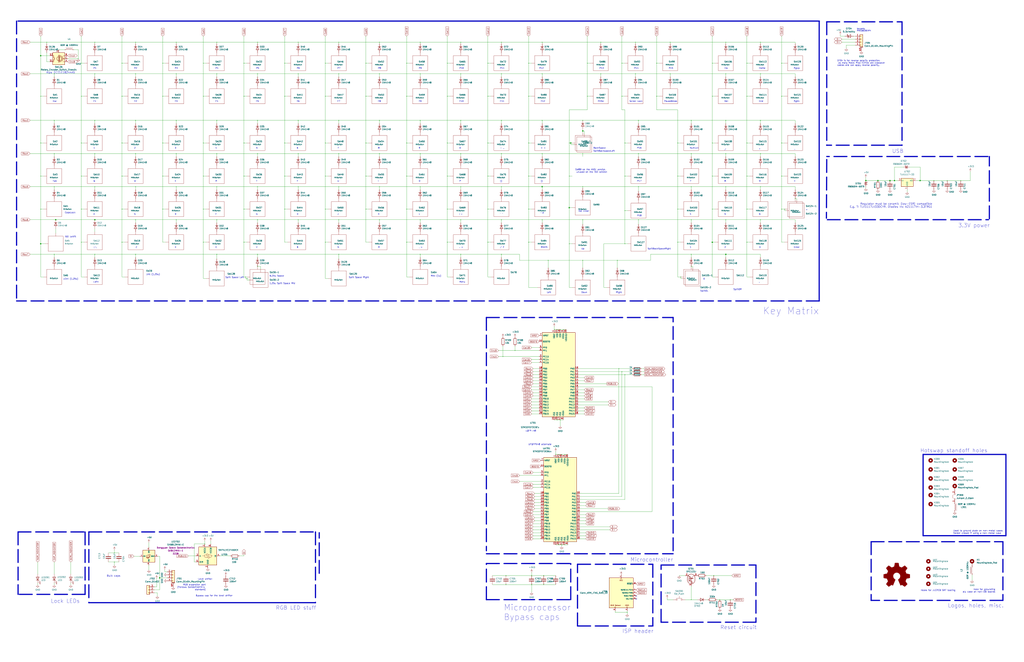
<source format=kicad_sch>
(kicad_sch (version 20230121) (generator eeschema)
  (paper "D")
  (junction (at 148.59 35.56) (diameter 0.3048))
  (junction (at 670.56 167.64) (diameter 0.3048))
  (junction (at 527.05 148.59) (diameter 0.3048))
  (junction (at 629.92 53.34) (diameter 0.3048))
  (junction (at 217.17 62.23) (diameter 0.3048))
  (junction (at 491.49 129.54) (diameter 0.3048))
  (junction (at 582.93 129.54) (diameter 0.3048))
  (junction (at 476.25 383.54) (diameter 0.3048))
  (junction (at 571.5 176.53) (diameter 0.3048))
  (junction (at 388.62 157.48) (diameter 0.3048))
  (junction (at 506.73 35.56) (diameter 0.3048))
  (junction (at 527.05 205.74) (diameter 0.3048))
  (junction (at 182.88 35.56) (diameter 0.3048))
  (junction (at 285.75 62.23) (diameter 0.3048))
  (junction (at 469.9 354.33) (diameter 0.3048))
  (junction (at 473.71 383.54) (diameter 0.3048))
  (junction (at 182.88 214.63) (diameter 0.3048))
  (junction (at 538.48 185.42) (diameter 0.3048))
  (junction (at 553.72 53.34) (diameter 0.3048))
  (junction (at 34.29 120.65) (diameter 0.3048))
  (junction (at 285.75 35.56) (diameter 0.3048))
  (junction (at 527.05 177.8) (diameter 0.3048))
  (junction (at 205.74 81.28) (diameter 0.3048))
  (junction (at 629.92 176.53) (diameter 0.3048))
  (junction (at 448.31 493.395) (diameter 0.3048))
  (junction (at 582.93 214.63) (diameter 0.3048))
  (junction (at 524.51 53.34) (diameter 0.3048))
  (junction (at 342.9 176.53) (diameter 0.3048))
  (junction (at 34.29 81.28) (diameter 0.3048))
  (junction (at 495.3 53.34) (diameter 0.3048))
  (junction (at 422.91 62.23) (diameter 0.3048))
  (junction (at 659.13 148.59) (diameter 0.3048))
  (junction (at 388.62 185.42) (diameter 0.3048))
  (junction (at 80.01 101.6) (diameter 0.3048))
  (junction (at 217.17 185.42) (diameter 0.3048))
  (junction (at 612.14 101.6) (diameter 0.3048))
  (junction (at 274.32 176.53) (diameter 0.3048))
  (junction (at 730.25 152.4))
  (junction (at 571.5 120.65) (diameter 0.3048))
  (junction (at 171.45 204.47) (diameter 0.3048))
  (junction (at 45.72 129.54) (diameter 0.3048))
  (junction (at 96.52 474.345) (diameter 0.3048))
  (junction (at 535.94 62.23) (diameter 0.3048))
  (junction (at 471.17 383.54) (diameter 0.3048))
  (junction (at 240.03 53.34) (diameter 0.3048))
  (junction (at 458.47 485.775) (diameter 0.3048))
  (junction (at 34.29 46.99))
  (junction (at 251.46 157.48) (diameter 0.3048))
  (junction (at 114.3 185.42) (diameter 0.3048))
  (junction (at 137.16 148.59) (diameter 0.3048))
  (junction (at 445.77 148.59) (diameter 0.3048))
  (junction (at 445.77 53.34) (diameter 0.3048))
  (junction (at 377.19 148.59) (diameter 0.3048))
  (junction (at 491.49 157.48) (diameter 0.3048))
  (junction (at 388.62 129.54) (diameter 0.3048))
  (junction (at 388.62 214.63) (diameter 0.3048))
  (junction (at 34.29 148.59) (diameter 0.3048))
  (junction (at 787.654 152.4) (diameter 0.3048))
  (junction (at 102.87 53.34) (diameter 0.3048))
  (junction (at 354.33 129.54) (diameter 0.3048))
  (junction (at 641.35 101.6) (diameter 0.3048))
  (junction (at 285.75 101.6) (diameter 0.3048))
  (junction (at 182.88 157.48) (diameter 0.3048))
  (junction (at 473.71 459.74) (diameter 0.3048))
  (junction (at 354.33 157.48) (diameter 0.3048))
  (junction (at 114.3 157.48) (diameter 0.3048))
  (junction (at 426.72 485.775) (diameter 0.3048))
  (junction (at 68.58 176.53) (diameter 0.3048))
  (junction (at 491.49 219.71) (diameter 0.3048))
  (junction (at 424.18 300.99) (diameter 0.3048))
  (junction (at 538.48 157.48) (diameter 0.3048))
  (junction (at 422.91 101.6) (diameter 0.3048))
  (junction (at 217.17 157.48) (diameter 0.3048))
  (junction (at 320.04 101.6) (diameter 0.3048))
  (junction (at 171.45 176.53) (diameter 0.3048))
  (junction (at 80.01 129.54) (diameter 0.3048))
  (junction (at 612.14 214.63))
  (junction (at 661.67 176.53) (diameter 0.3048))
  (junction (at 468.63 383.54) (diameter 0.3048))
  (junction (at 480.06 148.59) (diameter 0.3048))
  (junction (at 240.03 120.65) (diameter 0.3048))
  (junction (at 750.57 152.4))
  (junction (at 308.61 176.53) (diameter 0.3048))
  (junction (at 80.01 185.42))
  (junction (at 171.45 53.34) (diameter 0.3048))
  (junction (at 137.16 53.34) (diameter 0.3048))
  (junction (at 251.46 185.42) (diameter 0.3048))
  (junction (at 148.59 185.42) (diameter 0.3048))
  (junction (at 137.16 120.65) (diameter 0.3048))
  (junction (at 411.48 120.65) (diameter 0.3048))
  (junction (at 102.87 148.59) (diameter 0.3048))
  (junction (at 354.33 62.23) (diameter 0.3048))
  (junction (at 472.44 278.13) (diameter 0.3048))
  (junction (at 354.33 101.6) (diameter 0.3048))
  (junction (at 565.15 35.56) (diameter 0.3048))
  (junction (at 527.05 316.23) (diameter 0.3048))
  (junction (at 342.9 81.28) (diameter 0.3048))
  (junction (at 480.06 175.26))
  (junction (at 274.32 148.59) (diameter 0.3048))
  (junction (at 205.74 53.34) (diameter 0.3048))
  (junction (at 134.62 487.68))
  (junction (at 171.45 81.28) (diameter 0.3048))
  (junction (at 775.97 152.4))
  (junction (at 182.88 185.42) (diameter 0.3048))
  (junction (at 182.88 62.23) (diameter 0.3048))
  (junction (at 39.37 35.56) (diameter 0.3048))
  (junction (at 422.91 185.42) (diameter 0.3048))
  (junction (at 205.74 176.53) (diameter 0.3048))
  (junction (at 274.32 204.47) (diameter 0.3048))
  (junction (at 582.93 157.48) (diameter 0.3048))
  (junction (at 377.19 176.53) (diameter 0.3048))
  (junction (at 377.19 81.28) (diameter 0.3048))
  (junction (at 342.9 204.47) (diameter 0.3048))
  (junction (at 426.72 493.395) (diameter 0.3048))
  (junction (at 445.77 176.53) (diameter 0.3048))
  (junction (at 612.14 185.42) (diameter 0.3048))
  (junction (at 474.98 278.13) (diameter 0.3048))
  (junction (at 491.49 110.49))
  (junction (at 524.51 313.69) (diameter 0.3048))
  (junction (at 285.75 214.63) (diameter 0.3048))
  (junction (at 354.33 214.63) (diameter 0.3048))
  (junction (at 457.2 101.6) (diameter 0.3048))
  (junction (at 422.91 214.63) (diameter 0.3048))
  (junction (at 480.06 120.65) (diameter 0.3048))
  (junction (at 612.14 157.48) (diameter 0.3048))
  (junction (at 148.59 129.54) (diameter 0.3048))
  (junction (at 476.25 459.74) (diameter 0.3048))
  (junction (at 34.29 205.74))
  (junction (at 462.28 219.71) (diameter 0.3048))
  (junction (at 388.62 35.56) (diameter 0.3048))
  (junction (at 754.38 152.4))
  (junction (at 148.59 62.23) (diameter 0.3048))
  (junction (at 308.61 81.28) (diameter 0.3048))
  (junction (at 377.19 53.34) (diameter 0.3048))
  (junction (at 411.48 204.47) (diameter 0.3048))
  (junction (at 320.04 157.48) (diameter 0.3048))
  (junction (at 600.71 204.47))
  (junction (at 571.5 148.59) (diameter 0.3048))
  (junction (at 457.2 185.42) (diameter 0.3048))
  (junction (at 205.74 148.59) (diameter 0.3048))
  (junction (at 240.03 148.59) (diameter 0.3048))
  (junction (at 524.51 81.28) (diameter 0.3048))
  (junction (at 615.95 506.095) (diameter 0.3048))
  (junction (at 411.48 81.28) (diameter 0.3048))
  (junction (at 457.2 157.48))
  (junction (at 388.62 62.23) (diameter 0.3048))
  (junction (at 641.35 185.42) (diameter 0.3048))
  (junction (at 629.92 120.65) (diameter 0.3048))
  (junction (at 342.9 148.59) (diameter 0.3048))
  (junction (at 411.48 53.34) (diameter 0.3048))
  (junction (at 308.61 120.65) (diameter 0.3048))
  (junction (at 538.48 101.6) (diameter 0.3048))
  (junction (at 45.72 214.63) (diameter 0.3048))
  (junction (at 217.17 129.54) (diameter 0.3048))
  (junction (at 448.31 485.775) (diameter 0.3048))
  (junction (at 68.58 204.47) (diameter 0.3048))
  (junction (at 102.87 204.47) (diameter 0.3048))
  (junction (at 641.35 35.56) (diameter 0.3048))
  (junction (at 457.2 62.23) (diameter 0.3048))
  (junction (at 46.99 185.42))
  (junction (at 172.72 459.105) (diameter 0.3048))
  (junction (at 481.33 120.65))
  (junction (at 659.13 176.53) (diameter 0.3048))
  (junction (at 388.62 101.6) (diameter 0.3048))
  (junction (at 354.33 35.56) (diameter 0.3048))
  (junction (at 528.955 516.89) (diameter 0.3048))
  (junction (at 68.58 120.65) (diameter 0.3048))
  (junction (at 274.32 81.28) (diameter 0.3048))
  (junction (at 471.17 459.74) (diameter 0.3048))
  (junction (at 629.92 148.59) (diameter 0.3048))
  (junction (at 612.14 35.56) (diameter 0.3048))
  (junction (at 251.46 129.54) (diameter 0.3048))
  (junction (at 45.72 101.6) (diameter 0.3048))
  (junction (at 582.93 224.79) (diameter 0.3048))
  (junction (at 102.87 81.28) (diameter 0.3048))
  (junction (at 445.77 204.47) (diameter 0.3048))
  (junction (at 68.58 148.59) (diameter 0.3048))
  (junction (at 320.04 185.42) (diameter 0.3048))
  (junction (at 342.9 120.65) (diameter 0.3048))
  (junction (at 457.2 35.56) (diameter 0.3048))
  (junction (at 217.17 214.63) (diameter 0.3048))
  (junction (at 457.2 129.54) (diameter 0.3048))
  (junction (at 205.74 120.65) (diameter 0.3048))
  (junction (at 480.06 205.74) (diameter 0.3048))
  (junction (at 600.71 120.65) (diameter 0.3048))
  (junction (at 600.71 53.34) (diameter 0.3048))
  (junction (at 80.01 62.23) (diameter 0.3048))
  (junction (at 458.47 493.395) (diameter 0.3048))
  (junction (at 68.58 53.34) (diameter 0.3048))
  (junction (at 411.48 176.53) (diameter 0.3048))
  (junction (at 80.01 214.63) (diameter 0.3048))
  (junction (at 506.73 62.23) (diameter 0.3048))
  (junction (at 217.17 101.6) (diameter 0.3048))
  (junction (at 601.98 485.775) (diameter 0.3048))
  (junction (at 810.26 152.4) (diameter 0.3048))
  (junction (at 582.93 506.095) (diameter 0.3048))
  (junction (at 354.33 185.42) (diameter 0.3048))
  (junction (at 285.75 129.54) (diameter 0.3048))
  (junction (at 641.35 157.48) (diameter 0.3048))
  (junction (at 422.91 35.56) (diameter 0.3048))
  (junction (at 520.7 219.71) (diameter 0.3048))
  (junction (at 798.83 152.4) (diameter 0.3048))
  (junction (at 582.93 185.42) (diameter 0.3048))
  (junction (at 641.35 62.23) (diameter 0.3048))
  (junction (at 171.45 120.65) (diameter 0.3048))
  (junction (at 137.16 176.53) (diameter 0.3048))
  (junction (at 80.01 35.56) (diameter 0.3048))
  (junction (at 80.01 157.48) (diameter 0.3048))
  (junction (at 740.41 152.4))
  (junction (at 535.94 35.56) (diameter 0.3048))
  (junction (at 422.91 157.48) (diameter 0.3048))
  (junction (at 208.28 234.95) (diameter 0.3048))
  (junction (at 411.48 148.59) (diameter 0.3048))
  (junction (at 102.87 176.53) (diameter 0.3048))
  (junction (at 68.58 81.28) (diameter 0.3048))
  (junction (at 571.5 204.47) (diameter 0.3048))
  (junction (at 434.34 295.91) (diameter 0.3048))
  (junction (at 445.77 120.65) (diameter 0.3048))
  (junction (at 66.04 49.53) (diameter 0.3048))
  (junction (at 320.04 129.54) (diameter 0.3048))
  (junction (at 308.61 53.34) (diameter 0.3048))
  (junction (at 422.91 129.54) (diameter 0.3048))
  (junction (at 495.3 81.28) (diameter 0.3048))
  (junction (at 182.88 129.54) (diameter 0.3048))
  (junction (at 207.01 233.68) (diameter 0.3048))
  (junction (at 114.3 101.6) (diameter 0.3048))
  (junction (at 251.46 101.6) (diameter 0.3048))
  (junction (at 240.03 81.28) (diameter 0.3048))
  (junction (at 217.17 224.79) (diameter 0.3048))
  (junction (at 565.15 62.23) (diameter 0.3048))
  (junction (at 171.45 148.59) (diameter 0.3048))
  (junction (at 251.46 35.56) (diameter 0.3048))
  (junction (at 102.87 120.65) (diameter 0.3048))
  (junction (at 629.92 204.47) (diameter 0.3048))
  (junction (at 538.48 129.54) (diameter 0.3048))
  (junction (at 612.14 62.23) (diameter 0.3048))
  (junction (at 182.88 101.6) (diameter 0.3048))
  (junction (at 527.05 120.65) (diameter 0.3048))
  (junction (at 607.06 506.095) (diameter 0.3048))
  (junction (at 467.36 278.13) (diameter 0.3048))
  (junction (at 600.71 148.59) (diameter 0.3048))
  (junction (at 377.19 120.65) (diameter 0.3048))
  (junction (at 240.03 176.53) (diameter 0.3048))
  (junction (at 308.61 148.59) (diameter 0.3048))
  (junction (at 137.16 81.28) (diameter 0.3048))
  (junction (at 641.35 129.54) (diameter 0.3048))
  (junction (at 612.14 129.54) (diameter 0.3048))
  (junction (at 629.92 81.28) (diameter 0.3048))
  (junction (at 600.71 81.28) (diameter 0.3048))
  (junction (at 274.32 53.34) (diameter 0.3048))
  (junction (at 45.72 62.23) (diameter 0.3048))
  (junction (at 600.71 176.53) (diameter 0.3048))
  (junction (at 574.04 233.68) (diameter 0.3048))
  (junction (at 114.3 35.56) (diameter 0.3048))
  (junction (at 553.72 81.28) (diameter 0.3048))
  (junction (at 114.3 129.54) (diameter 0.3048))
  (junction (at 320.04 62.23) (diameter 0.3048))
  (junction (at 659.13 53.34) (diameter 0.3048))
  (junction (at 148.59 157.48) (diameter 0.3048))
  (junction (at 472.44 354.33) (diameter 0.3048))
  (junction (at 148.59 101.6) (diameter 0.3048))
  (junction (at 320.04 35.56) (diameter 0.3048))
  (junction (at 491.49 101.6) (diameter 0.3048))
  (junction (at 285.75 185.42) (diameter 0.3048))
  (junction (at 445.77 81.28) (diameter 0.3048))
  (junction (at 521.97 311.15) (diameter 0.3048))
  (junction (at 377.19 204.47) (diameter 0.3048))
  (junction (at 285.75 157.48) (diameter 0.3048))
  (junction (at 582.93 101.6) (diameter 0.3048))
  (junction (at 114.3 62.23) (diameter 0.3048))
  (junction (at 96.52 466.725) (diameter 0.3048))
  (junction (at 114.3 214.63) (diameter 0.3048))
  (junction (at 251.46 62.23) (diameter 0.3048))
  (junction (at 217.17 35.56) (diameter 0.3048))
  (junction (at 342.9 53.34) (diameter 0.3048))
  (junction (at 659.13 120.65) (diameter 0.3048))
  (junction (at 491.49 185.42) (diameter 0.3048))
  (junction (at 659.13 81.28) (diameter 0.3048))
  (junction (at 34.29 176.53) (diameter 0.3048))
  (junction (at 274.32 120.65) (diameter 0.3048))
  (junction (at 469.9 278.13) (diameter 0.3048))
  (junction (at 45.72 157.48) (diameter 0.3048))
  (junction (at 205.74 204.47) (diameter 0.3048))
  (no_connect (at 536.575 505.46))
  (no_connect (at 536.575 502.92))
  (wire (pts (xy 148.59 62.23) (xy 182.88 62.23)))
  (wire (pts (xy 449.58 441.96) (xy 455.93 441.96)))
  (wire (pts (xy 46.99 185.42) (xy 80.01 185.42)))
  (wire (pts (xy 473.71 459.74) (xy 473.71 461.01)))
  (wire (pts (xy 491.49 110.49) (xy 492.76 110.49)))
  (wire (pts (xy 549.91 431.8) (xy 488.95 431.8)))
  (wire (pts (xy 251.46 36.83) (xy 251.46 35.56)))
  (wire (pts (xy 71.12 204.47) (xy 68.58 204.47)))
  (wire (pts (xy 205.74 53.34) (xy 205.74 30.48)))
  (wire (pts (xy 471.17 459.74) (xy 473.71 459.74)))
  (polyline (pts (xy 734.695 457.2) (xy 845.82 457.2)) (stroke (width 0.9906) (type dash)))
  (wire (pts (xy 487.68 346.71) (xy 492.76 346.71)))
  (wire (pts (xy 68.58 148.59) (xy 68.58 120.65)))
  (wire (pts (xy 242.57 81.28) (xy 240.03 81.28)))
  (polyline (pts (xy 833.12 132.08) (xy 697.23 132.08)) (stroke (width 0.9906) (type dash)))
  (wire (pts (xy 535.94 35.56) (xy 535.94 36.83)))
  (wire (pts (xy 468.63 459.74) (xy 471.17 459.74)))
  (wire (pts (xy 661.67 204.47) (xy 659.13 204.47)))
  (wire (pts (xy 25.4 129.54) (xy 45.72 129.54)))
  (wire (pts (xy 148.59 185.42) (xy 182.88 185.42)))
  (wire (pts (xy 285.75 157.48) (xy 285.75 160.02)))
  (wire (pts (xy 251.46 101.6) (xy 285.75 101.6)))
  (wire (pts (xy 487.68 331.47) (xy 492.76 331.47)))
  (wire (pts (xy 457.2 185.42) (xy 491.49 185.42)))
  (wire (pts (xy 538.48 185.42) (xy 582.93 185.42)))
  (wire (pts (xy 445.77 81.28) (xy 445.77 120.65)))
  (wire (pts (xy 600.71 204.47) (xy 600.71 176.53)))
  (wire (pts (xy 205.74 467.995) (xy 205.74 469.265)))
  (wire (pts (xy 25.4 101.6) (xy 45.72 101.6)))
  (wire (pts (xy 105.41 176.53) (xy 102.87 176.53)))
  (wire (pts (xy 139.7 120.65) (xy 137.16 120.65)))
  (wire (pts (xy 612.14 101.6) (xy 612.14 104.14)))
  (wire (pts (xy 388.62 129.54) (xy 388.62 132.08)))
  (wire (pts (xy 488.95 416.56) (xy 521.97 416.56)))
  (wire (pts (xy 342.9 53.34) (xy 342.9 81.28)))
  (wire (pts (xy 641.35 129.54) (xy 641.35 132.08)))
  (wire (pts (xy 480.06 175.26) (xy 480.06 205.74)))
  (wire (pts (xy 527.05 92.71) (xy 527.05 120.65)))
  (wire (pts (xy 448.31 148.59) (xy 445.77 148.59)))
  (polyline (pts (xy 697.23 134.62) (xy 696.976 184.15)) (stroke (width 0.9906) (type dash)))
  (wire (pts (xy 31.75 493.395) (xy 31.75 492.125)))
  (wire (pts (xy 488.95 449.58) (xy 494.03 449.58)))
  (wire (pts (xy 285.75 35.56) (xy 251.46 35.56)))
  (wire (pts (xy 308.61 53.34) (xy 308.61 30.48)))
  (polyline (pts (xy 487.045 528.32) (xy 487.045 476.25)) (stroke (width 1) (type dash)))
  (wire (pts (xy 448.31 53.34) (xy 445.77 53.34)))
  (polyline (pts (xy 778.51 383.54) (xy 778.51 452.12)) (stroke (width 0.9906)))
  (wire (pts (xy 448.31 339.09) (xy 454.66 339.09)))
  (wire (pts (xy 468.63 485.775) (xy 458.47 485.775)))
  (wire (pts (xy 140.97 487.68) (xy 134.62 487.68)))
  (wire (pts (xy 148.59 157.48) (xy 148.59 160.02)))
  (polyline (pts (xy 557.53 525.145) (xy 557.53 476.885)) (stroke (width 0.9906) (type dash)))
  (wire (pts (xy 567.69 506.095) (xy 562.61 506.095)))
  (wire (pts (xy 205.74 53.34) (xy 205.74 81.28)))
  (wire (pts (xy 285.75 62.23) (xy 320.04 62.23)))
  (wire (pts (xy 632.46 204.47) (xy 629.92 204.47)))
  (wire (pts (xy 411.48 81.28) (xy 411.48 120.65)))
  (wire (pts (xy 91.44 466.725) (xy 96.52 466.725)))
  (wire (pts (xy 612.14 62.23) (xy 641.35 62.23)))
  (wire (pts (xy 415.29 493.395) (xy 426.72 493.395)))
  (wire (pts (xy 538.48 129.54) (xy 538.48 132.08)))
  (wire (pts (xy 102.87 53.34) (xy 102.87 81.28)))
  (wire (pts (xy 177.8 456.565) (xy 177.8 459.105)))
  (wire (pts (xy 217.17 214.63) (xy 285.75 214.63)))
  (wire (pts (xy 45.72 62.23) (xy 80.01 62.23)))
  (wire (pts (xy 80.01 214.63) (xy 80.01 217.17)))
  (wire (pts (xy 274.32 204.47) (xy 274.32 234.95)))
  (wire (pts (xy 422.91 185.42) (xy 457.2 185.42)))
  (wire (pts (xy 422.91 62.23) (xy 422.91 64.77)))
  (wire (pts (xy 448.31 493.395) (xy 458.47 493.395)))
  (wire (pts (xy 96.52 464.185) (xy 96.52 466.725)))
  (wire (pts (xy 285.75 185.42) (xy 320.04 185.42)))
  (wire (pts (xy 448.31 81.28) (xy 445.77 81.28)))
  (wire (pts (xy 709.93 35.56) (xy 721.36 35.56)))
  (wire (pts (xy 574.04 148.59) (xy 571.5 148.59)))
  (wire (pts (xy 600.71 53.34) (xy 600.71 30.48)))
  (wire (pts (xy 414.02 120.65) (xy 411.48 120.65)))
  (wire (pts (xy 454.66 293.37) (xy 448.31 293.37)))
  (wire (pts (xy 603.25 176.53) (xy 600.71 176.53)))
  (wire (pts (xy 529.59 120.65) (xy 527.05 120.65)))
  (wire (pts (xy 481.33 120.65) (xy 482.6 120.65)))
  (wire (pts (xy 210.82 236.22) (xy 208.28 236.22)))
  (wire (pts (xy 182.88 214.63) (xy 217.17 214.63)))
  (wire (pts (xy 612.14 129.54) (xy 641.35 129.54)))
  (wire (pts (xy 320.04 129.54) (xy 320.04 132.08)))
  (polyline (pts (xy 637.54 525.145) (xy 557.53 525.145)) (stroke (width 0.9906) (type dash)))
  (polyline (pts (xy 567.69 464.82) (xy 567.69 267.97)) (stroke (width 0.9906) (type dash)))
  (wire (pts (xy 105.41 120.65) (xy 102.87 120.65)))
  (wire (pts (xy 553.72 92.71) (xy 553.72 81.28)))
  (wire (pts (xy 506.73 35.56) (xy 506.73 36.83)))
  (wire (pts (xy 450.85 429.26) (xy 455.93 429.26)))
  (wire (pts (xy 527.05 205.74) (xy 527.05 177.8)))
  (wire (pts (xy 449.58 316.23) (xy 454.66 316.23)))
  (wire (pts (xy 163.83 474.345) (xy 163.83 459.105)))
  (wire (pts (xy 320.04 185.42) (xy 354.33 185.42)))
  (wire (pts (xy 730.25 152.4) (xy 740.41 152.4)))
  (wire (pts (xy 354.33 62.23) (xy 354.33 64.77)))
  (wire (pts (xy 68.58 53.34) (xy 68.58 81.28)))
  (wire (pts (xy 134.62 487.68) (xy 134.62 469.392)))
  (wire (pts (xy 388.62 36.83) (xy 388.62 35.56)))
  (wire (pts (xy 487.68 328.93) (xy 492.76 328.93)))
  (wire (pts (xy 457.2 129.54) (xy 457.2 132.08)))
  (wire (pts (xy 491.49 129.54) (xy 491.49 132.08)))
  (wire (pts (xy 455.93 398.78) (xy 449.58 398.78)))
  (wire (pts (xy 457.2 36.83) (xy 457.2 35.56)))
  (polyline (pts (xy 550.545 476.25) (xy 550.545 528.32)) (stroke (width 1) (type dash)))
  (wire (pts (xy 172.72 456.565) (xy 172.72 459.105)))
  (polyline (pts (xy 410.21 475.615) (xy 481.33 475.615)) (stroke (width 0.9906) (type dash)))
  (wire (pts (xy 471.17 383.54) (xy 473.71 383.54)))
  (polyline (pts (xy 487.045 476.25) (xy 550.545 476.25)) (stroke (width 1) (type dash)))
  (polyline (pts (xy 15.24 448.945) (xy 15.24 501.65)) (stroke (width 0.9906) (type dash)))
  (wire (pts (xy 388.62 35.56) (xy 354.33 35.56)))
  (wire (pts (xy 91.44 474.345) (xy 96.52 474.345)))
  (wire (pts (xy 274.32 234.95) (xy 276.86 234.95)))
  (wire (pts (xy 457.2 62.23) (xy 457.2 64.77)))
  (wire (pts (xy 148.59 62.23) (xy 148.59 64.77)))
  (wire (pts (xy 488.95 441.96) (xy 494.03 441.96)))
  (wire (pts (xy 139.7 148.59) (xy 137.16 148.59)))
  (wire (pts (xy 527.05 53.34) (xy 524.51 53.34)))
  (wire (pts (xy 182.88 101.6) (xy 217.17 101.6)))
  (wire (pts (xy 308.61 53.34) (xy 308.61 81.28)))
  (wire (pts (xy 422.91 101.6) (xy 422.91 104.14)))
  (polyline (pts (xy 74.93 448.945) (xy 266.065 448.945)) (stroke (width 0.9906) (type dash)))
  (wire (pts (xy 565.15 62.23) (xy 612.14 62.23)))
  (wire (pts (xy 438.15 406.4) (xy 455.93 406.4)))
  (wire (pts (xy 217.17 157.48) (xy 251.46 157.48)))
  (wire (pts (xy 454.66 313.69) (xy 449.58 313.69)))
  (polyline (pts (xy 697.738 185.42) (xy 833.628 185.42)) (stroke (width 0.9906) (type dash)))
  (wire (pts (xy 102.87 233.68) (xy 102.87 204.47)))
  (wire (pts (xy 102.87 81.28) (xy 102.87 120.65)))
  (wire (pts (xy 114.3 101.6) (xy 148.59 101.6)))
  (wire (pts (xy 448.31 485.775) (xy 448.31 483.235)))
  (wire (pts (xy 411.48 176.53) (xy 411.48 148.59)))
  (wire (pts (xy 207.01 234.95) (xy 207.01 233.68)))
  (wire (pts (xy 345.44 53.34) (xy 342.9 53.34)))
  (wire (pts (xy 708.66 30.48) (xy 708.66 29.21)))
  (wire (pts (xy 538.48 185.42) (xy 538.48 189.23)))
  (wire (pts (xy 165.1 474.345) (xy 163.83 474.345)))
  (wire (pts (xy 354.33 214.63) (xy 354.33 217.17)))
  (polyline (pts (xy 15.24 448.945) (xy 71.755 448.945)) (stroke (width 0.9906) (type dash)))
  (wire (pts (xy 472.44 354.33) (xy 474.98 354.33)))
  (wire (pts (xy 68.58 176.53) (xy 68.58 148.59)))
  (polyline (pts (xy 410.21 506.095) (xy 410.21 475.615)) (stroke (width 0.9906) (type dash)))
  (polyline (pts (xy 848.36 452.12) (xy 778.51 452.12)) (stroke (width 0.9906)))
  (wire (pts (xy 68.58 53.34) (xy 68.58 30.48)))
  (wire (pts (xy 137.16 53.34) (xy 137.16 81.28)))
  (wire (pts (xy 217.17 62.23) (xy 217.17 64.77)))
  (wire (pts (xy 600.71 120.65) (xy 600.71 148.59)))
  (wire (pts (xy 388.62 214.63) (xy 388.62 217.17)))
  (wire (pts (xy 320.04 35.56) (xy 285.75 35.56)))
  (wire (pts (xy 208.28 53.34) (xy 205.74 53.34)))
  (wire (pts (xy 582.93 157.48) (xy 612.14 157.48)))
  (wire (pts (xy 62.23 41.91) (xy 66.04 41.91)))
  (wire (pts (xy 342.9 176.53) (xy 342.9 148.59)))
  (wire (pts (xy 488.95 447.04) (xy 514.35 447.04)))
  (wire (pts (xy 311.15 120.65) (xy 308.61 120.65)))
  (wire (pts (xy 450.85 439.42) (xy 455.93 439.42)))
  (wire (pts (xy 549.91 326.39) (xy 549.91 431.8)))
  (wire (pts (xy 524.51 313.69) (xy 533.4 313.69)))
  (wire (pts (xy 595.63 506.095) (xy 596.9 506.095)))
  (wire (pts (xy 528.955 515.62) (xy 528.955 516.89)))
  (wire (pts (xy 173.99 234.95) (xy 171.45 234.95)))
  (wire (pts (xy 632.46 53.34) (xy 629.92 53.34)))
  (wire (pts (xy 497.84 81.28) (xy 495.3 81.28)))
  (wire (pts (xy 487.68 349.25) (xy 492.76 349.25)))
  (wire (pts (xy 632.46 233.68) (xy 629.92 233.68)))
  (wire (pts (xy 45.72 101.6) (xy 45.72 104.14)))
  (polyline (pts (xy 697.23 18.415) (xy 697.23 122.555)) (stroke (width 0.9906) (type dash)))
  (wire (pts (xy 217.17 35.56) (xy 182.88 35.56)))
  (wire (pts (xy 600.71 81.28) (xy 600.71 53.34)))
  (wire (pts (xy 629.92 204.47) (xy 629.92 176.53)))
  (wire (pts (xy 311.15 204.47) (xy 308.61 204.47)))
  (wire (pts (xy 524.51 419.1) (xy 524.51 313.69)))
  (polyline (pts (xy 13.97 17.78) (xy 13.97 254)) (stroke (width 0.9906) (type dash)))
  (wire (pts (xy 139.7 53.34) (xy 137.16 53.34)))
  (wire (pts (xy 615.95 506.095) (xy 607.06 506.095)))
  (wire (pts (xy 750.57 152.4) (xy 754.38 152.4)))
  (wire (pts (xy 59.69 492.125) (xy 59.69 493.395)))
  (wire (pts (xy 34.29 81.28) (xy 34.29 120.65)))
  (polyline (pts (xy 266.065 448.945) (xy 266.065 508.635)) (stroke (width 0.9906) (type dash)))
  (wire (pts (xy 137.16 148.59) (xy 137.16 120.65)))
  (wire (pts (xy 448.31 120.65) (xy 445.77 120.65)))
  (polyline (pts (xy 697.23 18.415) (xy 760.73 18.415)) (stroke (width 0.9906) (type dash)))
  (wire (pts (xy 320.04 62.23) (xy 354.33 62.23)))
  (wire (pts (xy 438.15 401.32) (xy 455.93 401.32)))
  (wire (pts (xy 68.58 81.28) (xy 68.58 120.65)))
  (wire (pts (xy 607.06 506.095) (xy 604.52 506.095)))
  (wire (pts (xy 612.14 62.23) (xy 612.14 64.77)))
  (wire (pts (xy 491.49 157.48) (xy 538.48 157.48)))
  (wire (pts (xy 571.5 92.71) (xy 571.5 120.65)))
  (wire (pts (xy 354.33 129.54) (xy 388.62 129.54)))
  (wire (pts (xy 553.72 53.34) (xy 553.72 30.48)))
  (wire (pts (xy 96.52 474.345) (xy 96.52 476.885)))
  (wire (pts (xy 521.97 416.56) (xy 521.97 311.15)))
  (wire (pts (xy 208.28 233.68) (xy 207.01 233.68)))
  (wire (pts (xy 449.58 321.31) (xy 454.66 321.31)))
  (wire (pts (xy 354.33 36.83) (xy 354.33 35.56)))
  (wire (pts (xy 354.33 185.42) (xy 388.62 185.42)))
  (wire (pts (xy 612.14 129.54) (xy 612.14 132.08)))
  (wire (pts (xy 450.85 421.64) (xy 455.93 421.64)))
  (wire (pts (xy 251.46 62.23) (xy 285.75 62.23)))
  (wire (pts (xy 455.93 419.1) (xy 450.85 419.1)))
  (polyline (pts (xy 410.21 467.36) (xy 567.69 467.36)) (stroke (width 0.9906) (type dash)))
  (wire (pts (xy 582.93 494.665) (xy 582.93 506.095)))
  (wire (pts (xy 595.63 485.775) (xy 601.98 485.775)))
  (wire (pts (xy 548.64 219.71) (xy 548.64 214.63)))
  (wire (pts (xy 670.56 62.23) (xy 670.56 64.77)))
  (wire (pts (xy 473.71 383.54) (xy 476.25 383.54)))
  (wire (pts (xy 112.903 469.392) (xy 117.983 469.392)))
  (wire (pts (xy 448.31 336.55) (xy 454.66 336.55)))
  (wire (pts (xy 601.98 485.775) (xy 617.22 485.775)))
  (wire (pts (xy 565.15 35.56) (xy 565.15 36.83)))
  (wire (pts (xy 66.04 41.91) (xy 66.04 49.53)) (stroke (width 0.1524)))
  (wire (pts (xy 158.75 469.265) (xy 165.1 469.265)))
  (wire (pts (xy 535.94 35.56) (xy 565.15 35.56)))
  (wire (pts (xy 182.88 214.63) (xy 182.88 218.44)))
  (wire (pts (xy 251.46 157.48) (xy 251.46 160.02)))
  (wire (pts (xy 308.61 176.53) (xy 308.61 148.59)))
  (wire (pts (xy 242.57 120.65) (xy 240.03 120.65)))
  (wire (pts (xy 45.72 157.48) (xy 80.01 157.48)))
  (wire (pts (xy 414.02 176.53) (xy 411.48 176.53)))
  (wire (pts (xy 488.95 436.88) (xy 494.03 436.88)))
  (wire (pts (xy 449.58 449.58) (xy 455.93 449.58)))
  (wire (pts (xy 454.66 303.53) (xy 448.31 303.53)))
  (wire (pts (xy 208.28 204.47) (xy 205.74 204.47)))
  (wire (pts (xy 207.01 233.68) (xy 205.74 233.68)))
  (wire (pts (xy 476.25 383.54) (xy 478.79 383.54)))
  (wire (pts (xy 414.02 148.59) (xy 411.48 148.59)))
  (wire (pts (xy 342.9 53.34) (xy 342.9 30.48)))
  (wire (pts (xy 342.9 233.68) (xy 342.9 204.47)))
  (wire (pts (xy 354.33 157.48) (xy 388.62 157.48)))
  (wire (pts (xy 449.58 318.77) (xy 454.66 318.77)))
  (wire (pts (xy 388.62 62.23) (xy 388.62 64.77)))
  (wire (pts (xy 276.86 53.34) (xy 274.32 53.34)))
  (wire (pts (xy 125.603 477.012) (xy 125.603 480.822)))
  (wire (pts (xy 285.75 101.6) (xy 285.75 104.14)))
  (wire (pts (xy 449.58 452.12) (xy 455.93 452.12)))
  (wire (pts (xy 457.2 157.48) (xy 491.49 157.48)))
  (wire (pts (xy 641.35 185.42) (xy 612.14 185.42)))
  (wire (pts (xy 217.17 129.54) (xy 217.17 132.08)))
  (wire (pts (xy 276.86 204.47) (xy 274.32 204.47)))
  (wire (pts (xy 449.58 431.8) (xy 455.93 431.8)))
  (wire (pts (xy 182.88 157.48) (xy 217.17 157.48)))
  (wire (pts (xy 641.35 35.56) (xy 670.56 35.56)))
  (wire (pts (xy 139.7 204.47) (xy 137.16 204.47)))
  (wire (pts (xy 521.97 311.15) (xy 533.4 311.15)))
  (wire (pts (xy 472.44 278.13) (xy 474.98 278.13)))
  (wire (pts (xy 354.33 62.23) (xy 388.62 62.23)))
  (polyline (pts (xy 845.82 457.2) (xy 845.82 506.73)) (stroke (width 0.9906) (type dash)))
  (wire (pts (xy 45.72 214.63) (xy 80.01 214.63)))
  (wire (pts (xy 308.61 81.28) (xy 308.61 120.65)))
  (wire (pts (xy 274.32 176.53) (xy 274.32 148.59)))
  (wire (pts (xy 242.57 176.53) (xy 240.03 176.53)))
  (wire (pts (xy 449.58 323.85) (xy 454.66 323.85)))
  (wire (pts (xy 80.01 157.48) (xy 114.3 157.48)))
  (wire (pts (xy 480.06 148.59) (xy 480.06 175.26)))
  (wire (pts (xy 553.72 81.28) (xy 553.72 53.34)))
  (wire (pts (xy 422.91 129.54) (xy 457.2 129.54)))
  (wire (pts (xy 388.62 157.48) (xy 422.91 157.48)))
  (wire (pts (xy 311.15 148.59) (xy 308.61 148.59)))
  (wire (pts (xy 411.48 204.47) (xy 411.48 176.53)))
  (wire (pts (xy 582.93 104.14) (xy 582.93 101.6)))
  (wire (pts (xy 450.85 436.88) (xy 455.93 436.88)))
  (wire (pts (xy 422.91 185.42) (xy 422.91 187.96)))
  (wire (pts (xy 541.02 311.15) (xy 543.56 311.15)))
  (wire (pts (xy 285.75 129.54) (xy 320.04 129.54)))
  (wire (pts (xy 661.67 148.59) (xy 659.13 148.59)))
  (wire (pts (xy 492.76 110.49) (xy 492.76 113.03)))
  (wire (pts (xy 571.5 101.6) (xy 582.93 101.6)))
  (wire (pts (xy 182.88 36.83) (xy 182.88 35.56)))
  (wire (pts (xy 276.86 148.59) (xy 274.32 148.59)))
  (wire (pts (xy 148.59 129.54) (xy 148.59 132.08)))
  (wire (pts (xy 311.15 53.34) (xy 308.61 53.34)))
  (wire (pts (xy 556.26 81.28) (xy 553.72 81.28)))
  (wire (pts (xy 450.85 424.18) (xy 455.93 424.18)))
  (wire (pts (xy 148.59 129.54) (xy 182.88 129.54)))
  (wire (pts (xy 68.58 233.68) (xy 68.58 204.47)))
  (wire (pts (xy 467.36 354.33) (xy 469.9 354.33)))
  (wire (pts (xy 240.03 81.28) (xy 240.03 120.65)))
  (wire (pts (xy 182.88 185.42) (xy 182.88 187.96)))
  (wire (pts (xy 574.04 204.47) (xy 571.5 204.47)))
  (wire (pts (xy 457.2 157.48) (xy 457.2 160.02)))
  (wire (pts (xy 720.09 30.48) (xy 721.36 30.48)))
  (wire (pts (xy 661.67 177.8) (xy 661.67 176.53)))
  (wire (pts (xy 528.955 516.89) (xy 518.795 516.89)))
  (wire (pts (xy 102.87 53.34) (xy 102.87 30.48)))
  (wire (pts (xy 71.12 233.68) (xy 68.58 233.68)))
  (wire (pts (xy 274.32 148.59) (xy 274.32 120.65)))
  (wire (pts (xy 205.74 233.68) (xy 205.74 204.47)))
  (wire (pts (xy 487.68 318.77) (xy 492.76 318.77)))
  (wire (pts (xy 148.59 35.56) (xy 114.3 35.56)))
  (wire (pts (xy 34.29 120.65) (xy 34.29 148.59)))
  (wire (pts (xy 488.95 419.1) (xy 524.51 419.1)))
  (wire (pts (xy 285.75 101.6) (xy 320.04 101.6)))
  (wire (pts (xy 171.45 53.34) (xy 171.45 30.48)))
  (wire (pts (xy 574.04 176.53) (xy 571.5 176.53)))
  (wire (pts (xy 434.34 292.1) (xy 434.34 295.91)))
  (wire (pts (xy 308.61 148.59) (xy 308.61 120.65)))
  (wire (pts (xy 217.17 36.83) (xy 217.17 35.56)))
  (wire (pts (xy 641.35 157.48) (xy 670.56 157.48)))
  (wire (pts (xy 450.85 426.72) (xy 455.93 426.72)))
  (wire (pts (xy 102.87 204.47) (xy 102.87 176.53)))
  (wire (pts (xy 457.2 185.42) (xy 457.2 187.96)))
  (wire (pts (xy 612.14 185.42) (xy 582.93 185.42)))
  (wire (pts (xy 411.48 233.68) (xy 411.48 204.47)))
  (wire (pts (xy 462.28 219.71) (xy 491.49 219.71)))
  (wire (pts (xy 491.49 219.71) (xy 491.49 226.06)))
  (wire (pts (xy 274.32 204.47) (xy 274.32 176.53)))
  (wire (pts (xy 632.46 148.59) (xy 629.92 148.59)))
  (wire (pts (xy 565.15 35.56) (xy 612.14 35.56)))
  (wire (pts (xy 34.29 233.68) (xy 36.83 233.68)))
  (wire (pts (xy 80.01 101.6) (xy 114.3 101.6)))
  (wire (pts (xy 483.87 121.92) (xy 481.33 121.92)))
  (wire (pts (xy 242.57 204.47) (xy 240.03 204.47)))
  (wire (pts (xy 775.97 140.97) (xy 775.97 152.4)))
  (wire (pts (xy 538.48 129.54) (xy 582.93 129.54)))
  (wire (pts (xy 311.15 81.28) (xy 308.61 81.28)))
  (wire (pts (xy 285.75 214.63) (xy 354.33 214.63)))
  (wire (pts (xy 661.67 120.65) (xy 659.13 120.65)))
  (wire (pts (xy 217.17 101.6) (xy 251.46 101.6)))
  (wire (pts (xy 548.64 214.63) (xy 582.93 214.63)))
  (wire (pts (xy 414.02 81.28) (xy 411.48 81.28)))
  (wire (pts (xy 462.28 226.06) (xy 462.28 219.71)))
  (wire (pts (xy 535.94 62.23) (xy 565.15 62.23)))
  (wire (pts (xy 506.73 35.56) (xy 535.94 35.56)))
  (wire (pts (xy 819.785 485.14) (xy 819.785 489.585)))
  (wire (pts (xy 354.33 214.63) (xy 388.62 214.63)))
  (wire (pts (xy 612.14 157.48) (xy 641.35 157.48)))
  (wire (pts (xy 217.17 214.63) (xy 217.17 217.17)))
  (wire (pts (xy 377.19 204.47) (xy 377.19 176.53)))
  (wire (pts (xy 114.3 185.42) (xy 148.59 185.42)))
  (wire (pts (xy 320.04 157.48) (xy 354.33 157.48)))
  (wire (pts (xy 182.88 129.54) (xy 182.88 132.08)))
  (wire (pts (xy 659.13 120.65) (xy 659.13 148.59)))
  (wire (pts (xy 388.62 62.23) (xy 422.91 62.23)))
  (wire (pts (xy 45.72 62.23) (xy 45.72 64.77)))
  (wire (pts (xy 641.35 101.6) (xy 670.56 101.6)))
  (wire (pts (xy 148.59 101.6) (xy 182.88 101.6)))
  (wire (pts (xy 488.95 452.12) (xy 494.03 452.12)))
  (wire (pts (xy 411.48 53.34) (xy 411.48 81.28)))
  (wire (pts (xy 137.16 204.47) (xy 137.16 176.53)))
  (wire (pts (xy 377.19 53.34) (xy 377.19 81.28)))
  (polyline (pts (xy 71.755 448.945) (xy 71.755 501.65)) (stroke (width 0.9906) (type dash)))
  (wire (pts (xy 36.83 148.59) (xy 34.29 148.59)))
  (wire (pts (xy 448.31 349.25) (xy 454.66 349.25)))
  (wire (pts (xy 488.95 424.18) (xy 494.03 424.18)))
  (wire (pts (xy 527.05 421.64) (xy 527.05 316.23)))
  (wire (pts (xy 767.08 140.97) (xy 775.97 140.97)))
  (wire (pts (xy 105.41 53.34) (xy 102.87 53.34)))
  (wire (pts (xy 488.95 426.72) (xy 494.03 426.72)))
  (wire (pts (xy 448.31 328.93) (xy 454.66 328.93)))
  (wire (pts (xy 173.99 204.47) (xy 171.45 204.47)))
  (wire (pts (xy 445.77 148.59) (xy 445.77 120.65)))
  (wire (pts (xy 487.68 316.23) (xy 527.05 316.23)))
  (wire (pts (xy 740.41 152.4) (xy 750.57 152.4)))
  (wire (pts (xy 388.62 129.54) (xy 422.91 129.54)))
  (wire (pts (xy 480.06 92.71) (xy 480.06 120.65)))
  (wire (pts (xy 491.49 185.42) (xy 491.49 189.23)))
  (wire (pts (xy 588.01 506.095) (xy 582.93 506.095)))
  (wire (pts (xy 535.94 62.23) (xy 535.94 64.77)))
  (wire (pts (xy 495.3 53.34) (xy 495.3 81.28)))
  (wire (pts (xy 45.72 129.54) (xy 45.72 132.08)))
  (polyline (pts (xy 848.36 383.54) (xy 848.36 452.12)) (stroke (width 0.9906)))
  (wire (pts (xy 457.2 101.6) (xy 457.2 104.14)))
  (polyline (pts (xy 845.82 506.73) (xy 734.695 506.73)) (stroke (width 0.9906) (type dash)))
  (wire (pts (xy 219.71 224.79) (xy 219.71 227.33)))
  (wire (pts (xy 342.9 204.47) (xy 342.9 176.53)))
  (wire (pts (xy 506.73 62.23) (xy 506.73 64.77)))
  (wire (pts (xy 354.33 35.56) (xy 320.04 35.56)))
  (wire (pts (xy 659.13 81.28) (xy 659.13 120.65)))
  (wire (pts (xy 518.795 516.89) (xy 518.795 515.62)))
  (wire (pts (xy 476.25 459.74) (xy 478.79 459.74)))
  (polyline (pts (xy 690.88 254) (xy 13.97 254)) (stroke (width 0.9906) (type dash)))
  (wire (pts (xy 574.04 120.65) (xy 571.5 120.65)))
  (wire (pts (xy 449.58 447.04) (xy 455.93 447.04)))
  (wire (pts (xy 71.12 81.28) (xy 68.58 81.28)))
  (wire (pts (xy 388.62 185.42) (xy 422.91 185.42)))
  (wire (pts (xy 422.91 157.48) (xy 422.91 160.02)))
  (wire (pts (xy 415.29 485.775) (xy 426.72 485.775)))
  (wire (pts (xy 102.87 233.68) (xy 105.41 233.68)))
  (wire (pts (xy 148.59 36.83) (xy 148.59 35.56)))
  (wire (pts (xy 345.44 176.53) (xy 342.9 176.53)))
  (wire (pts (xy 345.44 204.47) (xy 342.9 204.47)))
  (wire (pts (xy 354.33 101.6) (xy 388.62 101.6)))
  (wire (pts (xy 46.99 193.04) (xy 46.99 196.85)))
  (wire (pts (xy 426.72 493.395) (xy 448.31 493.395)))
  (wire (pts (xy 173.99 120.65) (xy 171.45 120.65)))
  (wire (pts (xy 139.065 482.6) (xy 139.065 480.695)))
  (wire (pts (xy 140.97 482.6) (xy 139.065 482.6)))
  (wire (pts (xy 449.58 434.34) (xy 455.93 434.34)))
  (wire (pts (xy 661.67 81.28) (xy 659.13 81.28)))
  (wire (pts (xy 114.3 62.23) (xy 148.59 62.23)))
  (wire (pts (xy 612.14 185.42) (xy 612.14 187.96)))
  (wire (pts (xy 251.46 129.54) (xy 285.75 129.54)))
  (wire (pts (xy 506.73 62.23) (xy 535.94 62.23)))
  (wire (pts (xy 39.37 36.83) (xy 39.37 35.56)))
  (wire (pts (xy 612.14 35.56) (xy 612.14 36.83)))
  (wire (pts (xy 285.75 129.54) (xy 285.75 132.08)))
  (wire (pts (xy 217.17 62.23) (xy 251.46 62.23)))
  (wire (pts (xy 467.36 278.13) (xy 467.36 275.59)))
  (wire (pts (xy 575.31 234.95) (xy 574.04 234.95)))
  (wire (pts (xy 59.69 474.345) (xy 59.69 484.505)))
  (wire (pts (xy 458.47 485.775) (xy 448.31 485.775)))
  (wire (pts (xy 577.85 506.095) (xy 582.93 506.095)))
  (wire (pts (xy 641.35 214.63) (xy 641.35 217.17)))
  (wire (pts (xy 251.46 185.42) (xy 251.46 187.96)))
  (wire (pts (xy 114.3 101.6) (xy 114.3 104.14)))
  (wire (pts (xy 473.71 459.74) (xy 476.25 459.74)))
  (wire (pts (xy 772.668 152.4) (xy 775.97 152.4)))
  (wire (pts (xy 787.654 152.4) (xy 798.83 152.4)))
  (wire (pts (xy 798.83 152.4) (xy 810.26 152.4)))
  (wire (pts (xy 810.26 152.4) (xy 818.388 152.4)))
  (wire (pts (xy 377.19 176.53) (xy 377.19 148.59)))
  (wire (pts (xy 450.85 416.56) (xy 455.93 416.56)))
  (wire (pts (xy 422.91 35.56) (xy 457.2 35.56)))
  (wire (pts (xy 251.46 101.6) (xy 251.46 104.14)))
  (polyline (pts (xy 778.51 383.54) (xy 848.36 383.54)) (stroke (width 0.9906)))
  (wire (pts (xy 577.85 485.775) (xy 572.77 485.775)))
  (wire (pts (xy 509.27 205.74) (xy 527.05 205.74)))
  (wire (pts (xy 411.48 53.34) (xy 411.48 30.48)))
  (wire (pts (xy 25.4 157.48) (xy 45.72 157.48)))
  (wire (pts (xy 320.04 62.23) (xy 320.04 64.77)))
  (wire (pts (xy 274.32 81.28) (xy 274.32 120.65)))
  (wire (pts (xy 603.25 148.59) (xy 600.71 148.59)))
  (wire (pts (xy 171.45 176.53) (xy 171.45 148.59)))
  (wire (pts (xy 285.75 62.23) (xy 285.75 64.77)))
  (wire (pts (xy 80.01 129.54) (xy 114.3 129.54)))
  (wire (pts (xy 424.18 292.1) (xy 424.18 300.99)))
  (wire (pts (xy 754.38 140.97) (xy 754.38 152.4)))
  (polyline (pts (xy 834.39 184.658) (xy 834.39 132.08)) (stroke (width 0.9906) (type dash)))
  (wire (pts (xy 205.74 204.47) (xy 205.74 176.53)))
  (wire (pts (xy 482.6 148.59) (xy 480.06 148.59)))
  (wire (pts (xy 538.48 157.48) (xy 538.48 161.29)))
  (wire (pts (xy 36.83 81.28) (xy 34.29 81.28)))
  (wire (pts (xy 379.73 176.53) (xy 377.19 176.53)))
  (wire (pts (xy 603.25 120.65) (xy 600.71 120.65)))
  (wire (pts (xy 34.29 176.53) (xy 36.83 176.53)))
  (wire (pts (xy 574.04 234.95) (xy 574.04 233.68)))
  (wire (pts (xy 600.71 81.28) (xy 600.71 120.65)))
  (wire (pts (xy 217.17 224.79) (xy 219.71 224.79)))
  (wire (pts (xy 491.49 101.6) (xy 538.48 101.6)))
  (wire (pts (xy 68.58 204.47) (xy 68.58 176.53)))
  (wire (pts (xy 345.44 81.28) (xy 342.9 81.28)))
  (wire (pts (xy 487.68 344.17) (xy 492.76 344.17)))
  (wire (pts (xy 449.58 331.47) (xy 454.66 331.47)))
  (wire (pts (xy 482.6 205.74) (xy 480.06 205.74)))
  (wire (pts (xy 285.75 36.83) (xy 285.75 35.56)))
  (wire (pts (xy 600.71 204.47) (xy 600.71 233.68)))
  (wire (pts (xy 379.73 233.68) (xy 377.19 233.68)))
  (wire (pts (xy 217.17 157.48) (xy 217.17 160.02)))
  (wire (pts (xy 641.35 129.54) (xy 670.56 129.54)))
  (wire (pts (xy 25.4 35.56) (xy 39.37 35.56)))
  (wire (pts (xy 582.93 214.63) (xy 612.14 214.63)))
  (wire (pts (xy 320.04 101.6) (xy 320.04 104.14)))
  (wire (pts (xy 422.91 62.23) (xy 457.2 62.23)))
  (wire (pts (xy 422.91 214.63) (xy 438.15 214.63)))
  (wire (pts (xy 422.91 36.83) (xy 422.91 35.56)))
  (wire (pts (xy 612.14 35.56) (xy 641.35 35.56)))
  (wire (pts (xy 709.93 33.02) (xy 721.36 33.02)))
  (wire (pts (xy 125.603 457.962) (xy 125.603 461.772)))
  (wire (pts (xy 240.03 53.34) (xy 240.03 81.28)))
  (wire (pts (xy 148.59 157.48) (xy 182.88 157.48)))
  (wire (pts (xy 527.05 316.23) (xy 533.4 316.23)))
  (wire (pts (xy 354.33 129.54) (xy 354.33 132.08)))
  (wire (pts (xy 584.2 224.79) (xy 582.93 224.79)))
  (wire (pts (xy 495.3 92.71) (xy 480.06 92.71)))
  (wire (pts (xy 276.86 176.53) (xy 274.32 176.53)))
  (wire (pts (xy 80.01 185.42) (xy 114.3 185.42)))
  (wire (pts (xy 137.16 176.53) (xy 137.16 148.59)))
  (wire (pts (xy 34.29 46.99) (xy 34.29 81.28)))
  (wire (pts (xy 422.91 101.6) (xy 457.2 101.6)))
  (wire (pts (xy 320.04 157.48) (xy 320.04 160.02)))
  (wire (pts (xy 449.58 444.5) (xy 455.93 444.5)))
  (wire (pts (xy 670.56 185.42) (xy 641.35 185.42)))
  (wire (pts (xy 173.99 148.59) (xy 171.45 148.59)))
  (wire (pts (xy 173.99 53.34) (xy 171.45 53.34)))
  (wire (pts (xy 105.41 204.47) (xy 102.87 204.47)))
  (wire (pts (xy 182.88 101.6) (xy 182.88 104.14)))
  (wire (pts (xy 671.83 168.91) (xy 671.83 167.64)))
  (wire (pts (xy 659.13 176.53) (xy 659.13 204.47)))
  (wire (pts (xy 139.7 176.53) (xy 137.16 176.53)))
  (wire (pts (xy 582.93 129.54) (xy 582.93 132.08)))
  (wire (pts (xy 114.3 185.42) (xy 114.3 187.96)))
  (wire (pts (xy 448.31 346.71) (xy 454.66 346.71)))
  (wire (pts (xy 488.95 439.42) (xy 494.03 439.42)))
  (wire (pts (xy 632.46 81.28) (xy 629.92 81.28)))
  (wire (pts (xy 659.13 81.28) (xy 659.13 53.34)))
  (wire (pts (xy 217.17 185.42) (xy 251.46 185.42)))
  (wire (pts (xy 487.68 334.01) (xy 492.76 334.01)))
  (wire (pts (xy 420.37 300.99) (xy 424.18 300.99)))
  (wire (pts (xy 482.6 242.57) (xy 480.06 242.57)))
  (wire (pts (xy 251.46 185.42) (xy 285.75 185.42)))
  (wire (pts (xy 487.68 339.09) (xy 513.08 339.09)))
  (wire (pts (xy 670.56 157.48) (xy 670.56 160.02)))
  (wire (pts (xy 426.72 485.775) (xy 448.31 485.775)))
  (wire (pts (xy 345.44 120.65) (xy 342.9 120.65)))
  (wire (pts (xy 320.04 101.6) (xy 354.33 101.6)))
  (wire (pts (xy 600.71 176.53) (xy 600.71 148.59)))
  (wire (pts (xy 137.16 30.48) (xy 137.16 53.34)))
  (wire (pts (xy 45.72 157.48) (xy 45.72 160.02)))
  (wire (pts (xy 388.62 157.48) (xy 388.62 160.02)))
  (wire (pts (xy 491.49 158.75) (xy 491.49 157.48)))
  (wire (pts (xy 488.95 454.66) (xy 494.03 454.66)))
  (wire (pts (xy 662.94 177.8) (xy 661.67 177.8)))
  (wire (pts (xy 34.29 205.74) (xy 38.1 205.74)))
  (wire (pts (xy 208.28 176.53) (xy 205.74 176.53)))
  (wire (pts (xy 130.175 495.3) (xy 132.08 495.3)))
  (wire (pts (xy 132.08 495.3) (xy 132.08 488.315)))
  (wire (pts (xy 495.3 81.28) (xy 495.3 92.71)))
  (wire (pts (xy 173.99 176.53) (xy 171.45 176.53)))
  (wire (pts (xy 448.31 306.07) (xy 454.66 306.07)))
  (wire (pts (xy 612.14 214.63) (xy 641.35 214.63)))
  (wire (pts (xy 114.3 62.23) (xy 114.3 64.77)))
  (wire (pts (xy 538.48 157.48) (xy 582.93 157.48)))
  (wire (pts (xy 274.32 53.34) (xy 274.32 30.48)))
  (wire (pts (xy 39.37 44.45) (xy 39.37 52.07)))
  (wire (pts (xy 632.46 176.53) (xy 629.92 176.53)))
  (wire (pts (xy 377.19 148.59) (xy 377.19 120.65)))
  (wire (pts (xy 713.74 38.1) (xy 713.74 40.64)))
  (wire (pts (xy 641.35 101.6) (xy 641.35 104.14)))
  (wire (pts (xy 217.17 101.6) (xy 217.17 104.14)))
  (wire (pts (xy 114.3 157.48) (xy 114.3 160.02)))
  (wire (pts (xy 762 140.97) (xy 754.38 140.97)))
  (wire (pts (xy 491.49 219.71) (xy 520.7 219.71)))
  (wire (pts (xy 114.3 36.83) (xy 114.3 35.56)))
  (wire (pts (xy 524.51 81.28) (xy 524.51 92.71)))
  (wire (pts (xy 455.93 408.94) (xy 449.58 408.94)))
  (wire (pts (xy 240.03 148.59) (xy 240.03 120.65)))
  (wire (pts (xy 449.58 411.48) (xy 455.93 411.48)))
  (wire (pts (xy 96.52 474.345) (xy 100.33 474.345)))
  (wire (pts (xy 379.73 81.28) (xy 377.19 81.28)))
  (wire (pts (xy 354.33 185.42) (xy 354.33 187.96)))
  (wire (pts (xy 205.74 176.53) (xy 205.74 148.59)))
  (wire (pts (xy 491.49 185.42) (xy 538.48 185.42)))
  (wire (pts (xy 80.01 193.04) (xy 80.01 195.58)))
  (wire (pts (xy 320.04 129.54) (xy 354.33 129.54)))
  (wire (pts (xy 754.38 152.4) (xy 757.428 152.4)))
  (wire (pts (xy 449.58 334.01) (xy 454.66 334.01)))
  (wire (pts (xy 524.51 53.34) (xy 524.51 30.48)))
  (wire (pts (xy 251.46 62.23) (xy 251.46 64.77)))
  (wire (pts (xy 388.62 101.6) (xy 388.62 104.14)))
  (wire (pts (xy 71.12 176.53) (xy 68.58 176.53)))
  (wire (pts (xy 582.93 157.48) (xy 582.93 160.02)))
  (wire (pts (xy 171.45 204.47) (xy 171.45 234.95)))
  (wire (pts (xy 641.35 62.23) (xy 670.56 62.23)))
  (wire (pts (xy 629.92 176.53) (xy 629.92 148.59)))
  (wire (pts (xy 474.98 278.13) (xy 477.52 278.13)))
  (wire (pts (xy 36.83 120.65) (xy 34.29 120.65)))
  (wire (pts (xy 71.12 148.59) (xy 68.58 148.59)))
  (wire (pts (xy 377.19 81.28) (xy 377.19 120.65)))
  (wire (pts (xy 242.57 53.34) (xy 240.03 53.34)))
  (wire (pts (xy 524.51 81.28) (xy 524.51 53.34)))
  (wire (pts (xy 114.3 214.63) (xy 182.88 214.63)))
  (wire (pts (xy 448.31 326.39) (xy 454.66 326.39)))
  (wire (pts (xy 242.57 148.59) (xy 240.03 148.59)))
  (wire (pts (xy 205.74 81.28) (xy 205.74 120.65)))
  (wire (pts (xy 541.02 313.69) (xy 543.56 313.69)))
  (wire (pts (xy 208.28 234.95) (xy 207.01 234.95)))
  (wire (pts (xy 411.48 53.34) (xy 414.02 53.34)))
  (wire (pts (xy 25.4 214.63) (xy 45.72 214.63)))
  (wire (pts (xy 457.2 35.56) (xy 506.73 35.56)))
  (wire (pts (xy 524.51 92.71) (xy 527.05 92.71)))
  (wire (pts (xy 342.9 148.59) (xy 342.9 120.65)))
  (wire (pts (xy 414.02 204.47) (xy 411.48 204.47)))
  (wire (pts (xy 422.91 214.63) (xy 422.91 217.17)))
  (wire (pts (xy 612.14 101.6) (xy 641.35 101.6)))
  (wire (pts (xy 208.28 148.59) (xy 205.74 148.59)))
  (wire (pts (xy 438.15 214.63) (xy 438.15 219.71)))
  (wire (pts (xy 629.92 233.68) (xy 629.92 204.47)))
  (wire (pts (xy 438.15 219.71) (xy 462.28 219.71)))
  (wire (pts (xy 481.33 121.92) (xy 481.33 120.65)))
  (wire (pts (xy 209.55 234.95) (xy 208.28 234.95)))
  (wire (pts (xy 529.59 148.59) (xy 527.05 148.59)))
  (wire (pts (xy 320.04 36.83) (xy 320.04 35.56)))
  (polyline (pts (xy 410.21 506.095) (xy 481.33 506.095)) (stroke (width 0.9906) (type dash)))
  (wire (pts (xy 39.37 35.56) (xy 80.01 35.56)))
  (wire (pts (xy 469.9 354.33) (xy 472.44 354.33)))
  (wire (pts (xy 308.61 204.47) (xy 308.61 176.53)))
  (wire (pts (xy 208.28 120.65) (xy 205.74 120.65)))
  (wire (pts (xy 661.67 176.53) (xy 659.13 176.53)))
  (wire (pts (xy 448.31 204.47) (xy 445.77 204.47)))
  (polyline (pts (xy 637.54 476.885) (xy 637.54 525.145)) (stroke (width 0.9906) (type dash)))
  (wire (pts (xy 730.25 149.86) (xy 730.25 152.4)))
  (polyline (pts (xy 71.755 501.65) (xy 15.24 501.65)) (stroke (width 0.9906) (type dash)))
  (wire (pts (xy 208.28 236.22) (xy 208.28 234.95)))
  (wire (pts (xy 274.32 53.34) (xy 274.32 81.28)))
  (wire (pts (xy 276.86 81.28) (xy 274.32 81.28)))
  (wire (pts (xy 538.48 101.6) (xy 571.5 101.6)))
  (polyline (pts (xy 690.88 17.78) (xy 690.88 254)) (stroke (width 0.9906) (type solid)))
  (wire (pts (xy 495.3 53.34) (xy 495.3 30.48)))
  (wire (pts (xy 511.81 242.57) (xy 509.27 242.57)))
  (polyline (pts (xy 15.24 17.78) (xy 690.88 17.78)) (stroke (width 0.9906) (type solid)))
  (wire (pts (xy 240.03 53.34) (xy 240.03 30.48)))
  (wire (pts (xy 354.33 101.6) (xy 354.33 104.14)))
  (wire (pts (xy 582.93 185.42) (xy 582.93 187.96)))
  (wire (pts (xy 487.68 341.63) (xy 513.08 341.63)))
  (wire (pts (xy 424.18 300.99) (xy 454.66 300.99)))
  (wire (pts (xy 629.92 81.28) (xy 629.92 53.34)))
  (wire (pts (xy 541.02 316.23) (xy 543.56 316.23)))
  (wire (pts (xy 134.62 487.68) (xy 134.62 497.84)))
  (wire (pts (xy 134.62 497.84) (xy 130.175 497.84)))
  (polyline (pts (xy 760.73 18.415) (xy 760.73 122.555)) (stroke (width 0.9906) (type dash)))
  (wire (pts (xy 488.95 421.64) (xy 527.05 421.64)))
  (wire (pts (xy 422.91 129.54) (xy 422.91 132.08)))
  (wire (pts (xy 527.05 177.8) (xy 527.05 148.59)))
  (polyline (pts (xy 760.73 122.555) (xy 697.23 122.555)) (stroke (width 0.9906) (type dash)))
  (wire (pts (xy 487.68 336.55) (xy 492.76 336.55)))
  (wire (pts (xy 251.46 35.56) (xy 217.17 35.56)))
  (wire (pts (xy 285.75 157.48) (xy 320.04 157.48)))
  (wire (pts (xy 45.72 129.54) (xy 80.01 129.54)))
  (wire (pts (xy 31.75 474.345) (xy 31.75 484.505)))
  (wire (pts (xy 342.9 233.68) (xy 345.44 233.68)))
  (polyline (pts (xy 481.33 506.095) (xy 481.33 475.615)) (stroke (width 0.9906) (type dash)))
  (wire (pts (xy 529.59 177.8) (xy 527.05 177.8)))
  (wire (pts (xy 71.12 120.65) (xy 68.58 120.65)))
  (wire (pts (xy 420.37 295.91) (xy 434.34 295.91)))
  (wire (pts (xy 171.45 204.47) (xy 171.45 176.53)))
  (wire (pts (xy 45.72 101.6) (xy 80.01 101.6)))
  (wire (pts (xy 457.2 101.6) (xy 491.49 101.6)))
  (wire (pts (xy 217.17 185.42) (xy 217.17 187.96)))
  (wire (pts (xy 137.16 81.28) (xy 137.16 120.65)))
  (wire (pts (xy 670.56 101.6) (xy 670.56 104.14)))
  (wire (pts (xy 320.04 185.42) (xy 320.04 187.96)))
  (wire (pts (xy 182.88 35.56) (xy 148.59 35.56)))
  (wire (pts (xy 582.93 214.63) (xy 582.93 217.17)))
  (wire (pts (xy 96.52 466.725) (xy 100.33 466.725)))
  (wire (pts (xy 612.14 214.63) (xy 612.14 217.17)))
  (wire (pts (xy 582.93 101.6) (xy 612.14 101.6)))
  (polyline (pts (xy 410.21 267.97) (xy 567.69 267.97)) (stroke (width 0.9906) (type dash)))
  (wire (pts (xy 487.68 323.85) (xy 511.81 323.85)))
  (wire (pts (xy 148.59 185.42) (xy 148.59 187.96)))
  (wire (pts (xy 671.83 167.64) (xy 670.56 167.64)))
  (wire (pts (xy 487.68 326.39) (xy 549.91 326.39)))
  (wire (pts (xy 102.87 176.53) (xy 102.87 148.59)))
  (wire (pts (xy 388.62 35.56) (xy 422.91 35.56)))
  (wire (pts (xy 582.93 129.54) (xy 612.14 129.54)))
  (wire (pts (xy 618.49 506.095) (xy 615.95 506.095)))
  (wire (pts (xy 217.17 129.54) (xy 251.46 129.54)))
  (wire (pts (xy 102.87 148.59) (xy 102.87 120.65)))
  (wire (pts (xy 130.175 500.38) (xy 132.715 500.38)))
  (wire (pts (xy 132.715 500.38) (xy 132.715 502.92)))
  (wire (pts (xy 49.53 41.91) (xy 54.61 41.91)))
  (wire (pts (xy 445.77 204.47) (xy 445.77 242.57)))
  (wire (pts (xy 571.5 148.59) (xy 571.5 120.65)))
  (wire (pts (xy 730.25 158.75) (xy 730.25 157.48)))
  (wire (pts (xy 434.34 295.91) (xy 454.66 295.91)))
  (wire (pts (xy 520.7 219.71) (xy 520.7 226.06)))
  (wire (pts (xy 472.44 354.33) (xy 472.44 359.41)))
  (wire (pts (xy 445.77 204.47) (xy 445.77 176.53)))
  (wire (pts (xy 603.25 53.34) (xy 600.71 53.34)))
  (wire (pts (xy 538.48 101.6) (xy 538.48 104.14)))
  (wire (pts (xy 173.99 81.28) (xy 171.45 81.28)))
  (wire (pts (xy 240.03 176.53) (xy 240.03 148.59)))
  (wire (pts (xy 377.19 233.68) (xy 377.19 204.47)))
  (wire (pts (xy 148.59 101.6) (xy 148.59 104.14)))
  (wire (pts (xy 449.58 311.15) (xy 454.66 311.15)))
  (wire (pts (xy 80.01 36.83) (xy 80.01 35.56)))
  (wire (pts (xy 448.31 176.53) (xy 445.77 176.53)))
  (wire (pts (xy 603.25 81.28) (xy 600.71 81.28)))
  (wire (pts (xy 556.26 53.34) (xy 553.72 53.34)))
  (wire (pts (xy 80.01 101.6) (xy 80.01 104.14)))
  (wire (pts (xy 114.3 214.63) (xy 114.3 217.17)))
  (wire (pts (xy 251.46 129.54) (xy 251.46 132.08)))
  (wire (pts (xy 458.47 493.395) (xy 468.63 493.395)))
  (wire (pts (xy 629.92 120.65) (xy 629.92 148.59)))
  (wire (pts (xy 388.62 214.63) (xy 422.91 214.63)))
  (wire (pts (xy 487.68 321.31) (xy 492.76 321.31)))
  (wire (pts (xy 574.04 233.68) (xy 571.5 233.68)))
  (wire (pts (xy 527.05 81.28) (xy 524.51 81.28)))
  (wire (pts (xy 520.7 219.71) (xy 548.64 219.71)))
  (wire (pts (xy 641.35 157.48) (xy 641.35 160.02)))
  (wire (pts (xy 345.44 148.59) (xy 342.9 148.59)))
  (wire (pts (xy 629.92 120.65) (xy 629.92 81.28)))
  (wire (pts (xy 354.33 157.48) (xy 354.33 160.02)))
  (wire (pts (xy 45.72 214.63) (xy 45.72 217.17)))
  (wire (pts (xy 276.86 120.65) (xy 274.32 120.65)))
  (wire (pts (xy 527.05 205.74) (xy 529.59 205.74)))
  (wire (pts (xy 80.01 62.23) (xy 114.3 62.23)))
  (wire (pts (xy 629.92 53.34) (xy 629.92 30.48)))
  (wire (pts (xy 379.73 148.59) (xy 377.19 148.59)))
  (wire (pts (xy 528.955 516.89) (xy 528.955 518.16)))
  (wire (pts (xy 66.04 49.53) (xy 57.15 49.53)))
  (wire (pts (xy 182.88 62.23) (xy 182.88 64.77)))
  (wire (pts (xy 775.97 152.4) (xy 787.654 152.4)))
  (wire (pts (xy 34.29 205.74) (xy 34.29 233.68)))
  (wire (pts (xy 182.88 62.23) (xy 217.17 62.23)))
  (wire (pts (xy 641.35 185.42) (xy 641.35 187.96)))
  (wire (pts (xy 185.42 469.265) (xy 194.31 469.265)))
  (polyline (pts (xy 734.695 457.2) (xy 734.695 506.73)) (stroke (width 0.9906) (type dash)))
  (wire (pts (xy 641.35 62.23) (xy 641.35 64.77)))
  (wire (pts (xy 201.93 469.265) (xy 205.74 469.265)))
  (wire (pts (xy 612.14 157.48) (xy 612.14 160.02)))
  (wire (pts (xy 240.03 204.47) (xy 240.03 176.53)))
  (wire (pts (xy 670.56 35.56) (xy 670.56 36.83)))
  (wire (pts (xy 487.68 313.69) (xy 524.51 313.69)))
  (wire (pts (xy 377.19 53.34) (xy 377.19 30.48)))
  (wire (pts (xy 488.95 429.26) (xy 513.08 429.26)))
  (wire (pts (xy 491.49 129.54) (xy 538.48 129.54)))
  (wire (pts (xy 480.06 120.65) (xy 481.33 120.65)))
  (wire (pts (xy 34.29 30.48) (xy 34.29 46.99)))
  (wire (pts (xy 379.73 204.47) (xy 377.19 204.47)))
  (wire (pts (xy 659.13 53.34) (xy 659.13 30.48)))
  (wire (pts (xy 509.27 205.74) (xy 509.27 242.57)))
  (wire (pts (xy 25.4 62.23) (xy 45.72 62.23)))
  (wire (pts (xy 487.68 311.15) (xy 521.97 311.15)))
  (wire (pts (xy 453.39 242.57) (xy 445.77 242.57)))
  (wire (pts (xy 480.06 148.59) (xy 480.06 120.65)))
  (wire (pts (xy 80.01 157.48) (xy 80.01 160.02)))
  (wire (pts (xy 133.223 469.392) (xy 134.62 469.392)))
  (wire (pts (xy 467.36 278.13) (xy 469.9 278.13)))
  (wire (pts (xy 114.3 129.54) (xy 148.59 129.54)))
  (wire (pts (xy 388.62 185.42) (xy 388.62 187.96)))
  (wire (pts (xy 71.12 53.34) (xy 68.58 53.34)))
  (wire (pts (xy 182.88 129.54) (xy 217.17 129.54)))
  (wire (pts (xy 445.77 176.53) (xy 445.77 148.59)))
  (wire (pts (xy 571.5 204.47) (xy 571.5 176.53)))
  (wire (pts (xy 480.06 175.26) (xy 482.6 175.26)))
  (wire (pts (xy 448.31 341.63) (xy 454.66 341.63)))
  (wire (pts (xy 565.15 62.23) (xy 565.15 64.77)))
  (wire (pts (xy 171.45 81.28) (xy 171.45 120.65)))
  (wire (pts (xy 603.25 204.47) (xy 600.71 204.47)))
  (wire (pts (xy 469.9 278.13) (xy 472.44 278.13)))
  (wire (pts (xy 208.28 81.28) (xy 205.74 81.28)))
  (wire (pts (xy 457.2 129.54) (xy 491.49 129.54)))
  (wire (pts (xy 205.74 148.59) (xy 205.74 120.65)))
  (wire (pts (xy 105.41 81.28) (xy 102.87 81.28)))
  (wire (pts (xy 251.46 157.48) (xy 285.75 157.48)))
  (wire (pts (xy 411.48 233.68) (xy 414.02 233.68)))
  (wire (pts (xy 445.77 53.34) (xy 445.77 81.28)))
  (wire (pts (xy 491.49 109.22) (xy 491.49 110.49)))
  (wire (pts (xy 422.91 157.48) (xy 457.2 157.48)))
  (wire (pts (xy 80.01 214.63) (xy 114.3 214.63)))
  (wire (pts (xy 468.63 383.54) (xy 471.17 383.54)))
  (wire (pts (xy 553.72 92.71) (xy 571.5 92.71)))
  (wire (pts (xy 182.88 185.42) (xy 217.17 185.42)))
  (polyline (pts (xy 487.045 528.32) (xy 550.545 528.32)) (stroke (width 1) (type dash)))
  (wire (pts (xy 379.73 53.34) (xy 377.19 53.34)))
  (wire (pts (xy 80.01 129.54) (xy 80.01 132.08)))
  (wire (pts (xy 641.35 35.56) (xy 641.35 36.83)))
  (wire (pts (xy 114.3 157.48) (xy 148.59 157.48)))
  (wire (pts (xy 379.73 120.65) (xy 377.19 120.65)))
  (wire (pts (xy 659.13 148.59) (xy 659.13 176.53)))
  (wire (pts (xy 45.72 493.395) (xy 45.72 492.125)))
  (wire (pts (xy 34.29 46.99) (xy 41.91 46.99)))
  (wire (pts (xy 411.48 148.59) (xy 411.48 120.65)))
  (wire (pts (xy 488.95 434.34) (xy 494.03 434.34)))
  (wire (pts (xy 163.83 459.105) (xy 172.72 459.105)))
  (wire (pts (xy 600.71 233.68) (xy 603.25 233.68)))
  (wire (pts (xy 34.29 148.59) (xy 34.29 176.53)))
  (wire (pts (xy 114.3 129.54) (xy 114.3 132.08)))
  (wire (pts (xy 80.01 62.23) (xy 80.01 64.77)))
  (wire (pts (xy 105.41 148.59) (xy 102.87 148.59)))
  (polyline (pts (xy 266.065 508.635) (xy 74.93 508.635)) (stroke (width 0.9906) (type solid)))
  (wire (pts (xy 445.77 53.34) (xy 445.77 30.48)))
  (wire (pts (xy 311.15 176.53) (xy 308.61 176.53)))
  (wire (pts (xy 182.88 157.48) (xy 182.88 160.02)))
  (wire (pts (xy 25.4 185.42) (xy 46.99 185.42)))
  (wire (pts (xy 818.388 152.4) (xy 818.388 144.78)))
  (wire (pts (xy 562.61 506.095) (xy 562.61 504.825)))
  (wire (pts (xy 571.5 176.53) (xy 571.5 148.59)))
  (wire (pts (xy 342.9 81.28) (xy 342.9 120.65)))
  (polyline (pts (xy 269.24 483.87) (xy 269.24 449.58)) (stroke (width 0.9906) (type dash)))
  (wire (pts (xy 41.91 52.07) (xy 39.37 52.07)))
  (wire (pts (xy 45.72 474.345) (xy 45.72 484.505)))
  (wire (pts (xy 670.56 129.54) (xy 670.56 132.08)))
  (wire (pts (xy 708.66 30.48) (xy 712.47 30.48)))
  (wire (pts (xy 139.7 81.28) (xy 137.16 81.28)))
  (wire (pts (xy 584.2 226.06) (xy 584.2 224.79)))
  (wire (pts (xy 491.49 110.49) (xy 491.49 111.76)))
  (wire (pts (xy 571.5 233.68) (xy 571.5 204.47)))
  (wire (pts (xy 285.75 214.63) (xy 285.75 218.44)))
  (wire (pts (xy 285.75 185.42) (xy 285.75 187.96)))
  (polyline (pts (xy 410.21 267.97) (xy 410.21 464.82)) (stroke (width 0.9906) (type dash)))
  (wire (pts (xy 457.2 62.23) (xy 506.73 62.23)))
  (wire (pts (xy 527.05 148.59) (xy 527.05 120.65)))
  (wire (pts (xy 34.29 176.53) (xy 34.29 205.74)))
  (wire (pts (xy 488.95 444.5) (xy 514.35 444.5)))
  (wire (pts (xy 721.36 38.1) (xy 713.74 38.1)))
  (polyline (pts (xy 74.93 448.945) (xy 74.93 508.635)) (stroke (width 0.9906) (type dash)))
  (wire (pts (xy 448.31 493.395) (xy 448.31 499.745)))
  (wire (pts (xy 114.3 35.56) (xy 80.01 35.56)))
  (wire (pts (xy 632.46 120.65) (xy 629.92 120.65)))
  (wire (pts (xy 448.31 344.17) (xy 454.66 344.17)))
  (wire (pts (xy 449.58 454.66) (xy 455.93 454.66)))
  (wire (pts (xy 388.62 101.6) (xy 422.91 101.6)))
  (polyline (pts (xy 557.53 476.885) (xy 637.54 476.885)) (stroke (width 0.9906) (type dash)))
  (wire (pts (xy 765.048 160.02) (xy 765.048 161.925)))
  (wire (pts (xy 670.56 185.42) (xy 670.56 187.96)))
  (wire (pts (xy 661.67 53.34) (xy 659.13 53.34)))
  (wire (pts (xy 171.45 148.59) (xy 171.45 120.65)))
  (wire (pts (xy 480.06 205.74) (xy 480.06 242.57)))
  (wire (pts (xy 497.84 53.34) (xy 495.3 53.34)))
  (wire (pts (xy 171.45 53.34) (xy 171.45 81.28)))
  (wire (pts (xy 468.63 383.54) (xy 468.63 381)))
  (text "; :" (at 387.35 181.61 0) (effects (font (size 1.27 1.27)) (justify left bottom)))
  (text "F1" (at 78.74 86.36 0) (effects (font (size 1.27 1.27)) (justify left bottom)))
  (text "=" (at 669.29 153.67 0) (effects (font (size 1.27 1.27)) (justify left bottom)))
  (text "P18" (at 537.21 182.88 0) (effects (font (size 1.27 1.27)) (justify left bottom)))
  (text "M" (at 318.77 209.55 0) (effects (font (size 1.27 1.27)) (justify left bottom)))
  (text "9" (at 640.08 153.67 0) (effects (font (size 1.27 1.27)) (justify left bottom)))
  (text "/ ?" (at 421.64 209.55 0) (effects (font (size 1.27 1.27)) (justify left bottom)))
  (text "P2" (at 113.03 58.42 0) (effects (font (size 1.27 1.27)) (justify left bottom)))
  (text "LWin" (at 78.74 238.76 0) (effects (font (size 1.27 1.27)) (justify left bottom)))
  (text "Enter" (at 669.29 209.55 0) (effects (font (size 1.27 1.27)) (justify left bottom)))
  (text "UFQFPN48 alternate " (at 466.09 375.92 0) (effects (font (size 1.27 1.27)) (justify right bottom)))
  (text "Used to ground plate on non-metal cases\nSolder closed if using a non-metal case" (at 803.91 450.85 0) (effects (font (size 1.27 1.27)) (justify left bottom)))
  (text "1" (at 78.74 125.73 0) (effects (font (size 1.27 1.27)) (justify left bottom)))
  (text "7" (at 581.66 153.67 0) (effects (font (size 1.27 1.27)) (justify left bottom)))
  (text "O" (at 353.06 153.67 0) (effects (font (size 1.27 1.27)) (justify left bottom)))
  (text "C" (at 181.61 209.55 0) (effects (font (size 1.27 1.27)) (justify left bottom)))
  (text "1" (at 581.66 209.55 0) (effects (font (size 1.27 1.27)) (justify left bottom)))
  (text "P11" (at 421.64 58.42 0) (effects (font (size 1.27 1.27)) (justify left bottom)))
  (text "F8" (at 318.77 86.36 0) (effects (font (size 1.27 1.27)) (justify left bottom)))
  (text "3.3V power" (at 834.771 192.278 0) (effects (font (size 3.175 3.175)) (justify right bottom)))
  (text "L" (at 353.06 181.61 0) (effects (font (size 1.27 1.27)) (justify left bottom)))
  (text "J" (at 284.48 181.61 0) (effects (font (size 1.27 1.27)) (justify left bottom)))
  (text "P16" (at 537.21 125.73 0) (effects (font (size 1.27 1.27)) (justify left bottom)))
  (text "E" (at 147.32 153.67 0) (effects (font (size 1.27 1.27)) (justify left bottom)))
  (text "Hole for grounding\nalu case on non-DB boards" (at 839.47 500.38 0) (effects (font (size 1.27 1.27)) (justify right bottom)))
  (text "P5" (at 215.9 58.42 0) (effects (font (size 1.27 1.27)) (justify left bottom)))
  (text "ISO Enter\n" (at 487.68 179.07 0) (effects (font (size 1.27 1.27)) (justify left bottom)))
  (text "G" (at 215.9 181.61 0) (effects (font (size 1.27 1.27)) (justify left bottom)))
  (text "P3" (at 147.32 58.42 0) (effects (font (size 1.27 1.27)) (justify left bottom)))
  (text "[{" (at 421.64 153.67 0) (effects (font (size 1.27 1.27)) (justify left bottom)))
  (text "4" (at 581.66 181.61 0) (effects (font (size 1.27 1.27)) (justify left bottom)))
  (text "Microcontroller" (at 567.69 474.345 0) (effects (font (size 3.175 3.175)) (justify right bottom)))
  (text "N" (at 284.48 209.55 0) (effects (font (size 1.27 1.27)) (justify left bottom)))
  (text "Nexperia\nPMEG6030EVPX" (at 722.63 26.67 0) (effects (font (size 1.016 1.016)) (justify left bottom)))
  (text "D\n" (at 147.32 181.61 0) (effects (font (size 1.27 1.27)) (justify left bottom)))
  (text "3" (at 640.08 209.55 0) (effects (font (size 1.27 1.27)) (justify left bottom)))
  (text "S" (at 113.03 181.61 0) (effects (font (size 1.27 1.27)) (justify left bottom)))
  (text "I" (at 318.77 153.67 0) (effects (font (size 1.27 1.27)) (justify left bottom)))
  (text "F7" (at 284.48 86.36 0) (effects (font (size 1.27 1.27)) (justify left bottom)))
  (text "9" (at 353.06 125.73 0) (effects (font (size 1.27 1.27)) (justify left bottom)))
  (text "F2" (at 113.03 86.36 0) (effects (font (size 1.27 1.27)) (justify left bottom)))
  (text "5" (at 215.9 125.73 0) (effects (font (size 1.27 1.27)) (justify left bottom)))
  (text ". >" (at 387.35 209.55 0) (effects (font (size 1.27 1.27)) (justify left bottom)))
  (text "U" (at 284.48 153.67 0) (effects (font (size 1.27 1.27)) (justify left bottom)))
  (text "Split0R" (at 618.49 245.11 0) (effects (font (size 1.27 1.27)) (justify left bottom)))
  (text "T" (at 215.9 153.67 0) (effects (font (size 1.27 1.27)) (justify left bottom)))
  (text "B" (at 250.19 209.55 0) (effects (font (size 1.27 1.27)) (justify left bottom)))
  (text "`~{}" (at 44.45 125.73 0) (effects (font (size 1.27 1.27)) (justify left bottom)))
  (text "Split Space Left" (at 205.74 234.95 0) (effects (font (size 1.27 1.27)) (justify right bottom)))
  (text "Menu" (at 387.35 238.76 0) (effects (font (size 1.27 1.27)) (justify left bottom)))
  (text "NumLck" (at 581.66 125.73 0) (effects (font (size 1.27 1.27)) (justify left bottom)))
  (text "RGB expansion port\n(Follows Gondolindrim's \nstandard)" (at 173.609 498.475 0) (effects (font (size 1.27 1.27)) (justify right bottom)))
  (text "RShift" (at 455.93 209.55 0) (effects (font (size 1.27 1.27)) (justify left bottom)))
  (text "0" (at 387.35 125.73 0) (effects (font (size 1.27 1.27)) (justify left bottom)))
  (text "ISO Lshift\n" (at 54.61 200.66 0) (effects (font (size 1.27 1.27)) (justify left bottom)))
  (text "Split Space Right" (at 311.15 234.95 0) (effects (font (size 1.27 1.27)) (justify right bottom)))
  (text "Home" (at 640.08 58.42 0) (effects (font (size 1.27 1.27)) (justify left bottom)))
  (text "Bypass cap for the level shifter" (at 196.215 503.555 0) (effects (font (size 1.27 1.27)) (justify right bottom)))
  (text "H" (at 250.19 181.61 0) (effects (font (size 1.27 1.27)) (justify left bottom)))
  (text "Logos, holes, misc." (at 846.455 513.08 0) (effects (font (size 3.175 3.175)) (justify right bottom)))
  (text "| \\" (at 78.74 209.55 0) (effects (font (size 1.016 1.016)) (justify left bottom)))
  (text "2" (at 113.03 125.73 0) (effects (font (size 1.27 1.27)) (justify left bottom)))
  (text "Down" (at 490.22 247.65 0) (effects (font (size 1.27 1.27)) (justify left bottom)))
  (text "." (at 640.08 238.76 0) (effects (font (size 1.27 1.27)) (justify left bottom)))
  (text "-" (at 669.29 127 0) (effects (font (size 1.27 1.27)) (justify left bottom)))
  (text "SplitBackSpaceRight" (at 546.1 210.82 0) (effects (font (size 1.27 1.27)) (justify left bottom)))
  (text "SW89 on the ANSI version,\n unused on the ISO version" (at 485.14 146.05 0) (effects (font (size 1.27 1.27)) (justify left bottom)))
  (text "RGB LED stuff" (at 266.7 514.985 0) (effects (font (size 3.175 3.175)) (justify right bottom)))
  (text "LAlt (1.25u)\n" (at 123.19 232.41 0) (effects (font (size 1.27 1.27)) (justify left bottom)))
  (text "6" (at 640.08 181.61 0) (effects (font (size 1.27 1.27)) (justify left bottom)))
  (text "PgUp" (at 669.29 58.42 0) (effects (font (size 1.27 1.27)) (justify left bottom)))
  (text "1.25u Split Space Mid" (at 248.92 240.03 0) (effects (font (size 1.27 1.27)) (justify right bottom)))
  (text "P7" (at 284.48 58.42 0) (effects (font (size 1.27 1.27)) (justify left bottom)))
  (text "Y" (at 250.19 153.67 0) (effects (font (size 1.27 1.27)) (justify left bottom)))
  (text "PgDn" (at 669.29 86.36 0) (effects (font (size 1.27 1.27)) (justify left bottom)))
  (text "8" (at 610.87 153.67 0) (effects (font (size 1.27 1.27)) (justify left bottom)))
  (text "4" (at 181.61 125.73 0) (effects (font (size 1.27 1.27)) (justify left bottom)))
  (text "ISP header" (at 551.18 534.67 0) (effects (font (size 3.175 3.175)) (justify right bottom)))
  (text "F5" (at 215.9 86.36 0) (effects (font (size 1.27 1.27)) (justify left bottom)))
  (text "Regulator must be ceramic (low-ESR) compatible\nE.g. TI TLV1117LV33DCYR, Diodies Inc AZ1117IH-3.3TRG1" (at 786.257 175.641 0) (effects (font (size 1.5748 1.5748)) (justify right bottom)))
  (text "Z" (at 114.3 209.55 0) (effects (font (size 1.27 1.27)) (justify left bottom)))
  (text "/" (at 610.87 127 0) (effects (font (size 1.27 1.27)) (justify left bottom)))
  (text "A\n" (at 78.74 181.61 0) (effects (font (size 1.27 1.27)) (justify left bottom)))
  (text "~ #" (at 455.93 180.34 0) (effects (font (size 1.016 1.016)) (justify left bottom)))
  (text "SplitBackspaceLeft" (at 500.38 128.27 0) (effects (font (size 1.27 1.27)) (justify left bottom)))
  (text "BackSpace" (at 500.38 125.73 0) (effects (font (size 1.27 1.27)) (justify left bottom)))
  (text "P10" (at 387.35 58.42 0) (effects (font (size 1.27 1.27)) (justify left bottom)))
  (text "PrtSc" (at 504.19 86.36 0) (effects (font (size 1.27 1.27)) (justify left bottom)))
  (text "F6" (at 250.19 86.36 0) (effects (font (size 1.27 1.27)) (justify left bottom)))
  (text "7" (at 284.48 125.73 0) (effects (font (size 1.27 1.27)) (justify left bottom)))
  (text "Right" (at 519.43 247.65 0) (effects (font (size 1.27 1.27)) (justify left bottom)))
  (text "Tab" (at 44.45 153.67 0) (effects (font (size 1.27 1.27)) (justify left bottom)))
  (text "Holes for JLCPCB SMT tooling" (at 805.815 499.11 0) (effects (font (size 1.27 1.27)) (justify right bottom)))
  (text "P" (at 387.35 153.67 0) (effects (font (size 1.27 1.27)) (justify left bottom)))
  (text "Alps EC11E18244A5" (at 63.246 62.23 0) (effects (font (size 1.5875 1.5875)) (justify right bottom)))
  (text "F11" (at 421.64 86.36 0) (effects (font (size 1.27 1.27)) (justify left bottom)))
  (text "F4" (at 181.61 86.36 0) (effects (font (size 1.27 1.27)) (justify left bottom)))
  (text "LCtrl (1.25u)" (at 53.34 236.22 0) (effects (font (size 1.27 1.27)) (justify left bottom)))
  (text "2" (at 610.87 209.55 0) (effects (font (size 1.27 1.27)) (justify left bottom)))
  (text "RAlt (1u)" (at 363.22 233.68 0) (effects (font (size 1.27 1.27)) (justify left bottom)))
  (text "P1" (at 78.74 58.42 0) (effects (font (size 1.27 1.27)) (justify left bottom)))
  (text "End" (at 640.08 86.36 0) (effects (font (size 1.27 1.27)) (justify left bottom)))
  (text "+" (at 679.45 177.8 0) (effects (font (size 1.27 1.27)) (justify left bottom)))
  (text "P15" (at 563.88 58.42 0) (effects (font (size 1.27 1.27)) (justify left bottom)))
  (text "F9" (at 353.06 86.36 0) (effects (font (size 1.27 1.27)) (justify left bottom)))
  (text "- _" (at 421.64 125.73 0) (effects (font (size 1.27 1.27)) (justify left bottom)))
  (text "CapsLock" (at 54.61 180.34 0) (effects (font (size 1.27 1.27)) (justify left bottom)))
  (text "Scroll Lock\n" (at 530.86 86.36 0) (effects (font (size 1.27 1.27)) (justify left bottom)))
  (text "Level shifter" (at 179.07 489.585 0) (effects (font (size 1.27 1.27)) (justify right bottom)))
  (text "P6" (at 250.19 58.42 0) (effects (font (size 1.27 1.27)) (justify left bottom)))
  (text "0" (at 593.09 236.22 0) (effects (font (size 1.27 1.27)) (justify left bottom)))
  (text "W" (at 113.03 153.67 0) (effects (font (size 1.27 1.27)) (justify left bottom)))
  (text "F3" (at 147.32 86.36 0) (effects (font (size 1.27 1.27)) (justify left bottom)))
  (text "F" (at 181.61 181.61 0) (effects (font (size 1.27 1.27)) (justify left bottom)))
  (text "6.25u Space" (at 227.33 233.68 0) (effects (font (size 1.27 1.27)) (justify left bottom)))
  (text "Hotswap standoff holes" (at 775.97 382.27 0) (effects (font (size 3.175 3.175)) (justify left bottom)))
  (text "Split0L" (at 590.55 246.38 0) (effects (font (size 1.27 1.27)) (justify left bottom)))
  (text "PauseBreak" (at 560.07 86.36 0) (effects (font (size 1.27 1.27)) (justify left bottom)))
  (text "USB" (at 762 129.54 0) (effects (font (size 3.175 3.175)) (justify right bottom)))
  (text "D704 is for reverse polarity protection,\n as many Molex Pico-EZFlex are crossover \ncables and can apply reverse polarity." (at 706.12 55.88 0) (effects (font (size 1.2 1.2)) (justify left bottom)))
  (text "P9" (at 353.06 58.42 0) (effects (font (size 1.27 1.27)) (justify left bottom)))
  (text "P14" (at 534.67 58.42 0) (effects (font (size 1.27 1.27)) (justify left bottom)))
  (text "Ins" (at 610.87 58.42 0) (effects (font (size 1.27 1.27)) (justify left bottom)))
  (text "]}" (at 455.93 153.67 0) (effects (font (size 1.27 1.27)) (justify left bottom)))
  (text "8" (at 318.77 125.73 0) (effects (font (size 1.27 1.27)) (justify left bottom)))
  (text "6" (at 250.19 125.73 0) (effects (font (size 1.27 1.27)) (justify left bottom)))
  (text "Del" (at 610.87 86.36 0) (effects (font (size 1.27 1.27)) (justify left bottom)))
  (text "P4" (at 181.61 58.42 0) (effects (font (size 1.27 1.27)) (justify left bottom)))
  (text "Key Matrix" (at 643.255 266.065 0) (effects (font (size 5.9944 5.9944)) (justify left bottom)))
  (text "Lock LEDs" (at 67.31 509.27 0) (effects (font (size 3.175 3.175)) (justify right bottom)))
  (text "Up" (at 490.22 210.82 0) (effects (font (size 1.27 1.27)) (justify left bottom)))
  (text ", <" (at 353.06 209.55 0) (effects (font (size 1.27 1.27)) (justify left bottom)))
  (text "K" (at 318.77 181.61 0) (effects (font (size 1.27 1.27)) (justify left bottom)))
  (text "5" (at 610.87 181.61 0) (effects (font (size 1.27 1.27)) (justify left bottom)))
  (text "' \"" (at 421.64 181.61 0) (effects (font (size 1.27 1.27)) (justify left bottom)))
  (text "Reset circuit" (at 638.175 531.495 0) (effects (font (size 3.175 3.175)) (justify right bottom)))
  (text "X" (at 147.32 209.55 0) (effects (font (size 1.27 1.27)) (justify left bottom)))
  (text "P12" (at 454.66 58.42 0) (effects (font (size 1.27 1.27)) (justify left bottom)))
  (text "Q" (at 78.74 153.67 0) (effects (font (size 1.27 1.27)) (justify left bottom)))
  (text "LQFP-48" (at 452.12 364.49 0) (effects (font (size 1.27 1.27)) (justify right bottom)))
  (text "P17" (at 537.21 153.67 0) (effects (font (size 1.27 1.27)) (justify left bottom)))
  (text "= +" (at 455.93 125.73 0) (effects (font (size 1.27 1.27)) (justify left bottom)))
  (text "F12" (at 455.93 86.36 0) (effects (font (size 1.27 1.27)) (justify left bottom)))
  (text "P13" (at 505.46 58.42 0) (effects (font (size 1.27 1.27)) (justify left bottom)))
  (text "Left" (at 461.01 247.65 0) (effects (font (size 1.27 1.27)) (justify left bottom)))
  (text "V" (at 215.9 209.55 0) (effects (font (size 1.27 1.27)) (justify left bottom)))
  (text "F10" (at 387.35 86.36 0) (effects (font (size 1.27 1.27)) (justify left bottom)))
  (text "*" (at 640.08 127 0) (effects (font (size 1.27 1.27)) (justify left bottom)))
  (text "Bulk caps" (at 101.6 487.045 0) (effects (font (size 1.524 1.524)) (justify right bottom)))
  (text "P8" (at 318.77 58.42 0) (effects (font (size 1.27 1.27)) (justify left bottom)))
  (text "Esc" (at 44.45 86.36 0) (effects (font (size 1.27 1.27)) (justify left bottom)))
  (text "Microprocessor \nBypass caps" (at 424.815 523.875 0) (effects (font (size 5.0038 5.0038)) (justify left bottom)))
  (text "R" (at 181.61 153.67 0) (effects (font (size 1.27 1.27)) (justify left bottom)))
  (text "3" (at 147.32 125.73 0) (effects (font (size 1.27 1.27)) (justify left bottom)))
  (global_label "Col4" (shape input) (at 137.16 30.48 90) (property "Intersheetrefs" "${INTERSHEET_REFS}" (effects hide)))
  (global_label "SWDIO" (shape input) (at 494.03 449.58 0) (property "Intersheetrefs" "${INTERSHEET_REFS}" (effects hide)))
  (global_label "Col13" (shape input) (at 449.58 434.34 180) (property "Intersheetrefs" "${INTERSHEET_REFS}" (effects hide)))
  (global_label "Col13" (shape input) (at 448.31 328.93 180) (property "Intersheetrefs" "${INTERSHEET_REFS}" (effects hide)))
  (global_label "D+" (shape bidirectional) (at 514.35 447.04 0) (property "Intersheetrefs" "${INTERSHEET_REFS}" (effects hide)))
  (global_label "Col1" (shape input) (at 449.58 441.96 180) (property "Intersheetrefs" "${INTERSHEET_REFS}" (effects hide)))
  (global_label "Col6" (shape input) (at 205.74 30.48 90) (property "Intersheetrefs" "${INTERSHEET_REFS}" (effects hide)))
  (global_label "SCRL_INDICATOR" (shape input) (at 59.69 474.345 90) (property "Intersheetrefs" "${INTERSHEET_REFS}" (effects hide)))
  (global_label "SWCLK" (shape input) (at 536.575 497.84 0) (property "Intersheetrefs" "${INTERSHEET_REFS}" (effects hide)))
  (global_label "Col5" (shape input) (at 171.45 30.48 90) (property "Intersheetrefs" "${INTERSHEET_REFS}" (effects hide)))
  (global_label "Col12" (shape input) (at 411.48 30.48 90) (property "Intersheetrefs" "${INTERSHEET_REFS}" (effects hide)))
  (global_label "Col13" (shape input) (at 445.77 30.48 90) (property "Intersheetrefs" "${INTERSHEET_REFS}" (effects hide)))
  (global_label "D-" (shape bidirectional) (at 513.08 339.09 0) (property "Intersheetrefs" "${INTERSHEET_REFS}" (effects hide)))
  (global_label "Row7" (shape input) (at 492.76 321.31 0) (property "Intersheetrefs" "${INTERSHEET_REFS}" (effects hide)))
  (global_label "Col16" (shape input) (at 448.31 303.53 180) (property "Intersheetrefs" "${INTERSHEET_REFS}" (effects hide)))
  (global_label "RGBLED" (shape output) (at 513.08 429.26 0) (property "Intersheetrefs" "${INTERSHEET_REFS}" (effects hide)))
  (global_label "RGBLED" (shape output) (at 511.81 323.85 0) (property "Intersheetrefs" "${INTERSHEET_REFS}" (effects hide)))
  (global_label "Col12" (shape input) (at 450.85 426.72 180) (property "Intersheetrefs" "${INTERSHEET_REFS}" (effects hide)))
  (global_label "Col19" (shape input) (at 492.76 318.77 0) (property "Intersheetrefs" "${INTERSHEET_REFS}" (effects hide)))
  (global_label "Row4" (shape input) (at 449.58 311.15 180) (property "Intersheetrefs" "${INTERSHEET_REFS}" (effects hide)))
  (global_label "Row3" (shape input) (at 492.76 328.93 0) (property "Intersheetrefs" "${INTERSHEET_REFS}" (effects hide)))
  (global_label "Col11" (shape input) (at 377.19 30.48 90) (property "Intersheetrefs" "${INTERSHEET_REFS}" (effects hide)))
  (global_label "Col2" (shape input) (at 68.58 30.48 90) (property "Intersheetrefs" "${INTERSHEET_REFS}" (effects hide)))
  (global_label "Col4" (shape input) (at 449.58 449.58 180) (property "Intersheetrefs" "${INTERSHEET_REFS}" (effects hide)))
  (global_label "Col3" (shape input) (at 102.87 30.48 90) (property "Intersheetrefs" "${INTERSHEET_REFS}" (effects hide)))
  (global_label "Row1" (shape input) (at 25.4 35.56 180) (property "Intersheetrefs" "${INTERSHEET_REFS}" (effects hide)))
  (global_label "SWCLK" (shape input) (at 494.03 452.12 0) (property "Intersheetrefs" "${INTERSHEET_REFS}" (effects hide)))
  (global_label "Row1" (shape input) (at 449.58 323.85 180) (property "Intersheetrefs" "${INTERSHEET_REFS}" (effects hide)))
  (global_label "Col18" (shape input) (at 449.58 398.78 180) (property "Intersheetrefs" "${INTERSHEET_REFS}" (effects hide)))
  (global_label "EncA" (shape input) (at 420.37 300.99 180) (property "Intersheetrefs" "${INTERSHEET_REFS}" (effects hide)))
  (global_label "Col17" (shape input) (at 600.71 30.48 90) (property "Intersheetrefs" "${INTERSHEET_REFS}" (effects hide)))
  (global_label "Col5" (shape input) (at 448.31 346.71 180) (property "Intersheetrefs" "${INTERSHEET_REFS}" (effects hide)))
  (global_label "Col2" (shape input) (at 448.31 339.09 180) (property "Intersheetrefs" "${INTERSHEET_REFS}" (effects hide)))
  (global_label "Row6" (shape input) (at 450.85 421.64 180) (property "Intersheetrefs" "${INTERSHEET_REFS}" (effects hide)))
  (global_label "DI" (shape input) (at 112.903 469.392 180) (property "Intersheetrefs" "${INTERSHEET_REFS}" (effects hide)))
  (global_label "EncB" (shape bidirectional) (at 57.15 52.07 0) (property "Intersheetrefs" "${INTERSHEET_REFS}" (effects hide)))
  (global_label "CAP_INDICATOR" (shape input) (at 45.72 474.345 90) (property "Intersheetrefs" "${INTERSHEET_REFS}" (effects hide)))
  (global_label "Row1" (shape input) (at 450.85 429.26 180) (property "Intersheetrefs" "${INTERSHEET_REFS}" (effects hide)))
  (global_label "Col18" (shape input) (at 448.31 293.37 180) (property "Intersheetrefs" "${INTERSHEET_REFS}" (effects hide)))
  (global_label "SWDIO" (shape input) (at 492.76 344.17 0) (property "Intersheetrefs" "${INTERSHEET_REFS}" (effects hide)))
  (global_label "Col6" (shape input) (at 449.58 454.66 180) (property "Intersheetrefs" "${INTERSHEET_REFS}" (effects hide)))
  (global_label "Col16" (shape input) (at 449.58 408.94 180) (property "Intersheetrefs" "${INTERSHEET_REFS}" (effects hide)))
  (global_label "Col9" (shape input) (at 494.03 441.96 0) (property "Intersheetrefs" "${INTERSHEET_REFS}" (effects hide)))
  (global_label "Row3" (shape input) (at 494.03 434.34 0) (property "Intersheetrefs" "${INTERSHEET_REFS}" (effects hide)))
  (global_label "SWDIO" (shape input) (at 536.575 500.38 0) (property "Intersheetrefs" "${INTERSHEET_REFS}" (effects hide)))
  (global_label "BOOT0" (shape input) (at 618.49 506.095 0) (property "Intersheetrefs" "${INTERSHEET_REFS}" (effects hide)))
  (global_label "Row2" (shape input) (at 25.4 62.23 180) (property "Intersheetrefs" "${INTERSHEET_REFS}" (effects hide)))
  (global_label "NRST" (shape input) (at 536.575 492.76 0) (property "Intersheetrefs" "${INTERSHEET_REFS}" (effects hide)))
  (global_label "D-" (shape bidirectional) (at 709.93 33.02 180) (property "Intersheetrefs" "${INTERSHEET_REFS}" (effects hide)))
  (global_label "Col4" (shape input) (at 448.31 344.17 180) (property "Intersheetrefs" "${INTERSHEET_REFS}" (effects hide)))
  (global_label "Col1" (shape input) (at 448.31 336.55 180) (property "Intersheetrefs" "${INTERSHEET_REFS}" (effects hide)))
  (global_label "Col1" (shape input) (at 34.29 30.48 90) (property "Intersheetrefs" "${INTERSHEET_REFS}" (effects hide)))
  (global_label "EncA" (shape input) (at 438.15 406.4 180) (property "Intersheetrefs" "${INTERSHEET_REFS}" (effects hide)))
  (global_label "Row4" (shape input) (at 450.85 416.56 180) (property "Intersheetrefs" "${INTERSHEET_REFS}" (effects hide)))
  (global_label "CAP_INDICATOR" (shape output) (at 543.56 313.69 0) (property "Intersheetrefs" "${INTERSHEET_REFS}" (effects hide)))
  (global_label "Col14" (shape input) (at 495.3 30.48 90) (property "Intersheetrefs" "${INTERSHEET_REFS}" (effects hide)))
  (global_label "Col8" (shape input) (at 274.32 30.48 90) (property "Intersheetrefs" "${INTERSHEET_REFS}" (effects hide)))
  (global_label "Col6" (shape input) (at 448.31 349.25 180) (property "Intersheetrefs" "${INTERSHEET_REFS}" (effects hide)))
  (global_label "Row4" (shape input) (at 25.4 129.54 180) (property "Intersheetrefs" "${INTERSHEET_REFS}" (effects hide)))
  (global_label "Col10" (shape input) (at 342.9 30.48 90) (property "Intersheetrefs" "${INTERSHEET_REFS}" (effects hide)))
  (global_label "NRST" (shape input) (at 455.93 388.62 180) (property "Intersheetrefs" "${INTERSHEET_REFS}" (effects hide)))
  (global_label "RGBLED" (shape input) (at 158.75 469.265 180) (property "Intersheetrefs" "${INTERSHEET_REFS}" (effects hide)))
  (global_label "Col7" (shape input) (at 494.03 436.88 0) (property "Intersheetrefs" "${INTERSHEET_REFS}" (effects hide)))
  (global_label "Col15" (shape input) (at 449.58 334.01 180) (property "Intersheetrefs" "${INTERSHEET_REFS}" (effects hide)))
  (global_label "Row5" (shape input) (at 450.85 419.1 180) (property "Intersheetrefs" "${INTERSHEET_REFS}" (effects hide)))
  (global_label "Row6" (shape input) (at 25.4 185.42 180) (property "Intersheetrefs" "${INTERSHEET_REFS}" (effects hide)))
  (global_label "Col3" (shape input) (at 448.31 341.63 180) (property "Intersheetrefs" "${INTERSHEET_REFS}" (effects hide)))
  (global_label "Col17" (shape input) (at 448.31 306.07 180) (property "Intersheetrefs" "${INTERSHEET_REFS}" (effects hide)))
  (global_label "Col14" (shape input) (at 449.58 331.47 180) (property "Intersheetrefs" "${INTERSHEET_REFS}" (effects hide)))
  (global_label "Row2" (shape input) (at 448.31 326.39 180) (property "Intersheetrefs" "${INTERSHEET_REFS}" (effects hide)))
  (global_label "Col9" (shape input) (at 308.61 30.48 90) (property "Intersheetrefs" "${INTERSHEET_REFS}" (effects hide)))
  (global_label "Row7" (shape input) (at 25.4 214.63 180) (property "Intersheetrefs" "${INTERSHEET_REFS}" (effects hide)))
  (global_label "EncA" (shape bidirectional) (at 57.15 46.99 0) (property "Intersheetrefs" "${INTERSHEET_REFS}" (effects hide)))
  (global_label "NRST" (shape input) (at 617.22 485.775 0) (property "Intersheetrefs" "${INTERSHEET_REFS}" (effects hide)))
  (global_label "Col8" (shape input) (at 492.76 334.01 0) (property "Intersheetrefs" "${INTERSHEET_REFS}" (effects hide)))
  (global_label "Row6" (shape input) (at 449.58 316.23 180) (property "Intersheetrefs" "${INTERSHEET_REFS}" (effects hide)))
  (global_label "Row5" (shape input) (at 449.58 313.69 180) (property "Intersheetrefs" "${INTERSHEET_REFS}" (effects hide)))
  (global_label "Col10" (shape input) (at 494.03 454.66 0) (property "Intersheetrefs" "${INTERSHEET_REFS}" (effects hide)))
  (global_label "Col8" (shape input) (at 494.03 439.42 0) (property "Intersheetrefs" "${INTERSHEET_REFS}" (effects hide)))
  (global_label "Col10" (shape input) (at 492.76 349.25 0) (property "Intersheetrefs" "${INTERSHEET_REFS}" (effects hide)))
  (global_label "Col2" (shape input) (at 449.58 444.5 180) (property "Intersheetrefs" "${INTERSHEET_REFS}" (effects hide)))
  (global_label "EncB" (shape input) (at 420.37 295.91 180) (property "Intersheetrefs" "${INTERSHEET_REFS}" (effects hide)))
  (global_label "Col19" (shape input) (at 659.13 30.48 90) (property "Intersheetrefs" "${INTERSHEET_REFS}" (effects hide)))
  (global_label "Col3" (shape input) (at 449.58 447.04 180) (property "Intersheetrefs" "${INTERSHEET_REFS}" (effects hide)))
  (global_label "NUM_INDICATOR" (shape output) (at 543.56 311.15 0) (property "Intersheetrefs" "${INTERSHEET_REFS}" (effects hide)))
  (global_label "Col9" (shape input) (at 492.76 336.55 0) (property "Intersheetrefs" "${INTERSHEET_REFS}" (effects hide)))
  (global_label "Col7" (shape input) (at 492.76 331.47 0) (property "Intersheetrefs" "${INTERSHEET_REFS}" (effects hide)))
  (global_label "DI" (shape output) (at 205.74 467.995 90) (property "Intersheetrefs" "${INTERSHEET_REFS}" (effects hide)))
  (global_label "SWCLK" (shape input) (at 492.76 346.71 0) (property "Intersheetrefs" "${INTERSHEET_REFS}" (effects hide)))
  (global_label "Row3" (shape input) (at 25.4 101.6 180) (property "Intersheetrefs" "${INTERSHEET_REFS}" (effects hide)))
  (global_label "Col19" (shape input) (at 494.03 424.18 0) (property "Intersheetrefs" "${INTERSHEET_REFS}" (effects hide)))
  (global_label "BOOT0" (shape input) (at 454.66 288.29 180) (property "Intersheetrefs" "${INTERSHEET_REFS}" (effects hide)))
  (global_label "Col15" (shape input) (at 450.85 439.42 180) (property "Intersheetrefs" "${INTERSHEET_REFS}" (effects hide)))
  (global_label "NRST" (shape input) (at 454.66 283.21 180) (property "Intersheetrefs" "${INTERSHEET_REFS}" (effects hide)))
  (global_label "D+" (shape bidirectional) (at 513.08 341.63 0) (property "Intersheetrefs" "${INTERSHEET_REFS}" (effects hide)))
  (global_label "SCRL_INDICATOR" (shape output) (at 543.56 316.23 0) (property "Intersheetrefs" "${INTERSHEET_REFS}" (effects hide)))
  (global_label "Col14" (shape input) (at 450.85 436.88 180) (property "Intersheetrefs" "${INTERSHEET_REFS}" (effects hide)))
  (global_label "Col7" (shape input) (at 240.03 30.48 90) (property "Intersheetrefs" "${INTERSHEET_REFS}" (effects hide)))
  (global_label "NUM_INDICATOR" (shape input) (at 31.75 474.345 90) (property "Intersheetrefs" "${INTERSHEET_REFS}" (effects hide)))
  (global_label "Col15" (shape input) (at 524.51 30.48 90) (property "Intersheetrefs" "${INTERSHEET_REFS}" (effects hide)))
  (global_label "D-" (shape bidirectional) (at 514.35 444.5 0) (property "Intersheetrefs" "${INTERSHEET_REFS}" (effects hide)))
  (global_label "Col5" (shape input) (at 449.58 452.12 180) (property "Intersheetrefs" "${INTERSHEET_REFS}" (effects hide)))
  (global_label "Col11" (shape input) (at 450.85 424.18 180) (property "Intersheetrefs" "${INTERSHEET_REFS}" (effects hide)))
  (global_label "Row2" (shape input) (at 449.58 431.8 180) (property "Intersheetrefs" "${INTERSHEET_REFS}" (effects hide)))
  (global_label "Col17" (shape input) (at 449.58 411.48 180) (property "Intersheetrefs" "${INTERSHEET_REFS}" (effects hide)))
  (global_label "Col12" (shape input) (at 449.58 321.31 180) (property "Intersheetrefs" "${INTERSHEET_REFS}" (effects hide)))
  (global_label "D+" (shape bidirectional) (at 709.93 35.56 180) (property "Intersheetrefs" "${INTERSHEET_REFS}" (effects hide)))
  (global_label "EncB" (shape input) (at 438.15 401.32 180) (property "Intersheetrefs" "${INTERSHEET_REFS}" (effects hide)))
  (global_label "Col16" (shape input) (at 553.72 30.48 90) (property "Intersheetrefs" "${INTERSHEET_REFS}" (effects hide)))
  (global_label "Col18" (shape input) (at 629.92 30.48 90) (property "Intersheetrefs" "${INTERSHEET_REFS}" (effects hide)))
  (global_label "Col11" (shape input) (at 449.58 318.77 180) (property "Intersheetrefs" "${INTERSHEET_REFS}" (effects hide)))
  (global_label "Row7" (shape input) (at 494.03 426.72 0) (property "Intersheetrefs" "${INTERSHEET_REFS}" (effects hide)))
  (global_label "BOOT0" (shape input) (at 455.93 393.7 180) (property "Intersheetrefs" "${INTERSHEET_REFS}" (effects hide)))
  (global_label "Row5" (shape input) (at 25.4 157.48 180) (property "Intersheetrefs" "${INTERSHEET_REFS}" (effects hide)))
  (symbol (lib_id "Boston-keyboard-rescue:MXSwitch-Acheron") (at 45.72 81.28 0) (unit 1)
    (property "Reference" "SW1" (at 44.45 80.01 0) (effects (justify left)))
    (property "Value" "MXSwitch" (at 41.91 82.55 0) (effects (font (size 0.9906 0.9906)) (justify left)))
    (property "Footprint" "acheron_MXH:MX100H" (effects hide))
  )
  (symbol (lib_id "Diode:1N4148") (at 45.72 68.58 270) (unit 1)
    (property "Reference" "D1" (at 47.7266 67.4116 90) (effects (justify left)))
    (property "Value" "1N4148" (at 47.7266 69.723 90) (effects (justify left)))
    (property "Footprint" "acheronComponents:D_SOD-123" (effects hide))
    (property "Datasheet" "https://assets.nexperia.com/documents/data-sheet/1N4148_1N4448.pdf" (effects hide))
  )
  (symbol (lib_id "Boston-keyboard-rescue:MXSwitch-Acheron") (at 45.72 120.65 0) (unit 1)
    (property "Reference" "SW2" (at 44.45 119.38 0) (effects (justify left)))
    (property "Value" "MXSwitch" (at 41.91 121.92 0) (effects (font (size 0.9906 0.9906)) (justify left)))
    (property "Footprint" "acheron_MXH:MX100H" (effects hide))
  )
  (symbol (lib_id "Diode:1N4148") (at 45.72 107.95 270) (unit 1)
    (property "Reference" "D2" (at 47.7266 106.7816 90) (effects (justify left)))
    (property "Value" "1N4148" (at 47.7266 109.093 90) (effects (justify left)))
    (property "Footprint" "acheronComponents:D_SOD-123" (effects hide))
    (property "Datasheet" "https://assets.nexperia.com/documents/data-sheet/1N4148_1N4448.pdf" (effects hide))
  )
  (symbol (lib_id "Boston-keyboard-rescue:MXSwitch-Acheron") (at 45.72 148.59 0) (unit 1)
    (property "Reference" "SW3" (at 44.45 147.32 0) (effects (justify left)))
    (property "Value" "MXSwitch" (at 41.91 149.86 0) (effects (font (size 0.9906 0.9906)) (justify left)))
    (property "Footprint" "acheron_MXH:MX150H" (effects hide))
  )
  (symbol (lib_id "Diode:1N4148") (at 45.72 135.89 270) (unit 1)
    (property "Reference" "D3" (at 47.7266 134.7216 90) (effects (justify left)))
    (property "Value" "1N4148" (at 47.7266 137.033 90) (effects (justify left)))
    (property "Footprint" "acheronComponents:D_SOD-123" (effects hide))
    (property "Datasheet" "https://assets.nexperia.com/documents/data-sheet/1N4148_1N4448.pdf" (effects hide))
  )
  (symbol (lib_id "Diode:1N4148") (at 45.72 163.83 270) (unit 1)
    (property "Reference" "D4" (at 47.7266 162.6616 90) (effects (justify left)))
    (property "Value" "1N4148" (at 47.7266 164.973 90) (effects (justify left)))
    (property "Footprint" "acheronComponents:D_SOD-123" (effects hide))
    (property "Datasheet" "https://assets.nexperia.com/documents/data-sheet/1N4148_1N4448.pdf" (effects hide))
  )
  (symbol (lib_id "Diode:1N4148") (at 46.99 189.23 270) (unit 1)
    (property "Reference" "D5" (at 48.9966 188.0616 90) (effects (justify left)))
    (property "Value" "1N4148" (at 48.9966 190.373 90) (effects (justify left)))
    (property "Footprint" "acheronComponents:D_SOD-123" (effects hide))
    (property "Datasheet" "https://assets.nexperia.com/documents/data-sheet/1N4148_1N4448.pdf" (effects hide))
  )
  (symbol (lib_id "Boston-keyboard-rescue:MXSwitch-Acheron") (at 45.72 176.53 0) (unit 1)
    (property "Reference" "SW4" (at 53.34 173.99 0) (effects (justify left)))
    (property "Value" "MXSwitch" (at 53.34 176.53 0) (effects (font (size 0.9906 0.9906)) (justify left)))
    (property "Footprint" "acheron_MXH:MX175H" (effects hide))
  )
  (symbol (lib_id "Boston-keyboard-rescue:MXSwitch-Acheron") (at 46.99 205.74 0) (unit 1)
    (property "Reference" "SW5" (at 54.61 203.2 0) (effects (justify left)))
    (property "Value" "MXSwitch" (at 54.61 205.74 0) (effects (font (size 0.9906 0.9906)) (justify left)))
    (property "Footprint" "acheron_MXH:MX125H" (effects hide))
  )
  (symbol (lib_id "Boston-keyboard-rescue:MXSwitch-Acheron") (at 45.72 233.68 0) (unit 1)
    (property "Reference" "SW6" (at 53.34 232.41 0) (effects (justify left)))
    (property "Value" "MXSwitch" (at 41.91 234.95 0) (effects (font (size 0.9906 0.9906)) (justify left)))
    (property "Footprint" "acheron_MXH:MX125H" (effects hide))
  )
  (symbol (lib_id "Diode:1N4148") (at 45.72 220.98 270) (unit 1)
    (property "Reference" "D6" (at 47.7266 219.8116 90) (effects (justify left)))
    (property "Value" "1N4148" (at 47.7266 222.123 90) (effects (justify left)))
    (property "Footprint" "acheronComponents:D_SOD-123" (effects hide))
    (property "Datasheet" "https://assets.nexperia.com/documents/data-sheet/1N4148_1N4448.pdf" (effects hide))
  )
  (symbol (lib_id "Boston-keyboard-rescue:MXSwitch-Acheron") (at 80.01 81.28 0) (unit 1)
    (property "Reference" "SW8" (at 78.74 80.01 0) (effects (justify left)))
    (property "Value" "MXSwitch" (at 76.2 82.55 0) (effects (font (size 0.9906 0.9906)) (justify left)))
    (property "Footprint" "acheron_MXH:MX100H" (effects hide))
  )
  (symbol (lib_id "Diode:1N4148") (at 80.01 68.58 270) (unit 1)
    (property "Reference" "D8" (at 82.0166 67.4116 90) (effects (justify left)))
    (property "Value" "1N4148" (at 82.0166 69.723 90) (effects (justify left)))
    (property "Footprint" "acheronComponents:D_SOD-123" (effects hide))
    (property "Datasheet" "https://assets.nexperia.com/documents/data-sheet/1N4148_1N4448.pdf" (effects hide))
  )
  (symbol (lib_id "Boston-keyboard-rescue:MXSwitch-Acheron") (at 80.01 120.65 0) (unit 1)
    (property "Reference" "SW9" (at 78.74 119.38 0) (effects (justify left)))
    (property "Value" "MXSwitch" (at 76.2 121.92 0) (effects (font (size 0.9906 0.9906)) (justify left)))
    (property "Footprint" "acheron_MXH:MX100H" (effects hide))
  )
  (symbol (lib_id "Diode:1N4148") (at 80.01 107.95 270) (unit 1)
    (property "Reference" "D9" (at 82.0166 106.7816 90) (effects (justify left)))
    (property "Value" "1N4148" (at 82.0166 109.093 90) (effects (justify left)))
    (property "Footprint" "acheronComponents:D_SOD-123" (effects hide))
    (property "Datasheet" "https://assets.nexperia.com/documents/data-sheet/1N4148_1N4448.pdf" (effects hide))
  )
  (symbol (lib_id "Boston-keyboard-rescue:MXSwitch-Acheron") (at 80.01 148.59 0) (unit 1)
    (property "Reference" "SW10" (at 78.74 147.32 0) (effects (justify left)))
    (property "Value" "MXSwitch" (at 76.2 149.86 0) (effects (font (size 0.9906 0.9906)) (justify left)))
    (property "Footprint" "acheron_MXH:MX100H" (effects hide))
  )
  (symbol (lib_id "Diode:1N4148") (at 80.01 135.89 270) (unit 1)
    (property "Reference" "D10" (at 82.0166 134.7216 90) (effects (justify left)))
    (property "Value" "1N4148" (at 82.0166 137.033 90) (effects (justify left)))
    (property "Footprint" "acheronComponents:D_SOD-123" (effects hide))
    (property "Datasheet" "https://assets.nexperia.com/documents/data-sheet/1N4148_1N4448.pdf" (effects hide))
  )
  (symbol (lib_id "Boston-keyboard-rescue:MXSwitch-Acheron") (at 80.01 176.53 0) (unit 1)
    (property "Reference" "SW11" (at 78.74 175.26 0) (effects (justify left)))
    (property "Value" "MXSwitch" (at 76.2 177.8 0) (effects (font (size 0.9906 0.9906)) (justify left)))
    (property "Footprint" "acheron_MXH:MX100H" (effects hide))
  )
  (symbol (lib_id "Diode:1N4148") (at 80.01 163.83 270) (unit 1)
    (property "Reference" "D11" (at 82.0166 162.6616 90) (effects (justify left)))
    (property "Value" "1N4148" (at 82.0166 164.973 90) (effects (justify left)))
    (property "Footprint" "acheronComponents:D_SOD-123" (effects hide))
    (property "Datasheet" "https://assets.nexperia.com/documents/data-sheet/1N4148_1N4448.pdf" (effects hide))
  )
  (symbol (lib_id "Boston-keyboard-rescue:MXSwitch-Acheron") (at 80.01 233.68 0) (unit 1)
    (property "Reference" "SW13" (at 78.74 232.41 0) (effects (justify left)))
    (property "Value" "MXSwitch" (at 76.2 234.95 0) (effects (font (size 0.9906 0.9906)) (justify left)))
    (property "Footprint" "acheron_MXH:MX125H" (effects hide))
  )
  (symbol (lib_id "Diode:1N4148") (at 80.01 220.98 270) (unit 1)
    (property "Reference" "D13" (at 82.0166 219.8116 90) (effects (justify left)))
    (property "Value" "1N4148" (at 82.0166 222.123 90) (effects (justify left)))
    (property "Footprint" "acheronComponents:D_SOD-123" (effects hide))
    (property "Datasheet" "https://assets.nexperia.com/documents/data-sheet/1N4148_1N4448.pdf" (effects hide))
  )
  (symbol (lib_id "Boston-keyboard-rescue:MXSwitch-Acheron") (at 114.3 81.28 0) (unit 1)
    (property "Reference" "SW15" (at 113.03 80.01 0) (effects (justify left)))
    (property "Value" "MXSwitch" (at 110.49 82.55 0) (effects (font (size 0.9906 0.9906)) (justify left)))
    (property "Footprint" "acheron_MXH:MX100H" (effects hide))
  )
  (symbol (lib_id "Diode:1N4148") (at 114.3 68.58 270) (unit 1)
    (property "Reference" "D15" (at 116.3066 67.4116 90) (effects (justify left)))
    (property "Value" "1N4148" (at 116.3066 69.723 90) (effects (justify left)))
    (property "Footprint" "acheronComponents:D_SOD-123" (effects hide))
    (property "Datasheet" "https://assets.nexperia.com/documents/data-sheet/1N4148_1N4448.pdf" (effects hide))
  )
  (symbol (lib_id "Boston-keyboard-rescue:MXSwitch-Acheron") (at 114.3 120.65 0) (unit 1)
    (property "Reference" "SW16" (at 113.03 119.38 0) (effects (justify left)))
    (property "Value" "MXSwitch" (at 110.49 121.92 0) (effects (font (size 0.9906 0.9906)) (justify left)))
    (property "Footprint" "acheron_MXH:MX100H" (effects hide))
  )
  (symbol (lib_id "Diode:1N4148") (at 114.3 107.95 270) (unit 1)
    (property "Reference" "D16" (at 116.3066 106.7816 90) (effects (justify left)))
    (property "Value" "1N4148" (at 116.3066 109.093 90) (effects (justify left)))
    (property "Footprint" "acheronComponents:D_SOD-123" (effects hide))
    (property "Datasheet" "https://assets.nexperia.com/documents/data-sheet/1N4148_1N4448.pdf" (effects hide))
  )
  (symbol (lib_id "Boston-keyboard-rescue:MXSwitch-Acheron") (at 114.3 148.59 0) (unit 1)
    (property "Reference" "SW17" (at 113.03 147.32 0) (effects (justify left)))
    (property "Value" "MXSwitch" (at 110.49 149.86 0) (effects (font (size 0.9906 0.9906)) (justify left)))
    (property "Footprint" "acheron_MXH:MX100H" (effects hide))
  )
  (symbol (lib_id "Diode:1N4148") (at 114.3 135.89 270) (unit 1)
    (property "Reference" "D17" (at 116.3066 134.7216 90) (effects (justify left)))
    (property "Value" "1N4148" (at 116.3066 137.033 90) (effects (justify left)))
    (property "Footprint" "acheronComponents:D_SOD-123" (effects hide))
    (property "Datasheet" "https://assets.nexperia.com/documents/data-sheet/1N4148_1N4448.pdf" (effects hide))
  )
  (symbol (lib_id "Boston-keyboard-rescue:MXSwitch-Acheron") (at 114.3 176.53 0) (unit 1)
    (property "Reference" "SW18" (at 113.03 175.26 0) (effects (justify left)))
    (property "Value" "MXSwitch" (at 110.49 177.8 0) (effects (font (size 0.9906 0.9906)) (justify left)))
    (property "Footprint" "acheron_MXH:MX100H" (effects hide))
  )
  (symbol (lib_id "Diode:1N4148") (at 114.3 163.83 270) (unit 1)
    (property "Reference" "D18" (at 116.3066 162.6616 90) (effects (justify left)))
    (property "Value" "1N4148" (at 116.3066 164.973 90) (effects (justify left)))
    (property "Footprint" "acheronComponents:D_SOD-123" (effects hide))
    (property "Datasheet" "https://assets.nexperia.com/documents/data-sheet/1N4148_1N4448.pdf" (effects hide))
  )
  (symbol (lib_id "Boston-keyboard-rescue:MXSwitch-Acheron") (at 114.3 204.47 0) (unit 1)
    (property "Reference" "SW19" (at 113.03 203.2 0) (effects (justify left)))
    (property "Value" "MXSwitch" (at 110.49 205.74 0) (effects (font (size 0.9906 0.9906)) (justify left)))
    (property "Footprint" "acheron_MXH:MX100H" (effects hide))
  )
  (symbol (lib_id "Diode:1N4148") (at 114.3 191.77 270) (unit 1)
    (property "Reference" "D19" (at 116.3066 190.6016 90) (effects (justify left)))
    (property "Value" "1N4148" (at 116.3066 192.913 90) (effects (justify left)))
    (property "Footprint" "acheronComponents:D_SOD-123" (effects hide))
    (property "Datasheet" "https://assets.nexperia.com/documents/data-sheet/1N4148_1N4448.pdf" (effects hide))
  )
  (symbol (lib_id "Boston-keyboard-rescue:MXSwitch-Acheron") (at 114.3 233.68 0) (unit 1)
    (property "Reference" "SW20" (at 123.19 228.6 0) (effects (justify left)))
    (property "Value" "MXSwitch" (at 110.49 234.95 0) (effects (font (size 0.9906 0.9906)) (justify left)))
    (property "Footprint" "acheron_MXH:MX125H" (effects hide))
  )
  (symbol (lib_id "Diode:1N4148") (at 114.3 220.98 270) (unit 1)
    (property "Reference" "D20" (at 116.3066 219.8116 90) (effects (justify left)))
    (property "Value" "1N4148" (at 116.3066 222.123 90) (effects (justify left)))
    (property "Footprint" "acheronComponents:D_SOD-123" (effects hide))
    (property "Datasheet" "https://assets.nexperia.com/documents/data-sheet/1N4148_1N4448.pdf" (effects hide))
  )
  (symbol (lib_id "Boston-keyboard-rescue:MXSwitch-Acheron") (at 182.88 81.28 0) (unit 1)
    (property "Reference" "SW28" (at 181.61 80.01 0) (effects (justify left)))
    (property "Value" "MXSwitch" (at 179.07 82.55 0) (effects (font (size 0.9906 0.9906)) (justify left)))
    (property "Footprint" "acheron_MXH:MX100H" (effects hide))
  )
  (symbol (lib_id "Diode:1N4148") (at 182.88 68.58 270) (unit 1)
    (property "Reference" "D28" (at 184.8866 67.4116 90) (effects (justify left)))
    (property "Value" "1N4148" (at 184.8866 69.723 90) (effects (justify left)))
    (property "Footprint" "acheronComponents:D_SOD-123" (effects hide))
    (property "Datasheet" "https://assets.nexperia.com/documents/data-sheet/1N4148_1N4448.pdf" (effects hide))
  )
  (symbol (lib_id "Boston-keyboard-rescue:MXSwitch-Acheron") (at 182.88 120.65 0) (unit 1)
    (property "Reference" "SW29" (at 181.61 119.38 0) (effects (justify left)))
    (property "Value" "MXSwitch" (at 179.07 121.92 0) (effects (font (size 0.9906 0.9906)) (justify left)))
    (property "Footprint" "acheron_MXH:MX100H" (effects hide))
  )
  (symbol (lib_id "Diode:1N4148") (at 182.88 107.95 270) (unit 1)
    (property "Reference" "D29" (at 184.8866 106.7816 90) (effects (justify left)))
    (property "Value" "1N4148" (at 184.8866 109.093 90) (effects (justify left)))
    (property "Footprint" "acheronComponents:D_SOD-123" (effects hide))
    (property "Datasheet" "https://assets.nexperia.com/documents/data-sheet/1N4148_1N4448.pdf" (effects hide))
  )
  (symbol (lib_id "Boston-keyboard-rescue:MXSwitch-Acheron") (at 182.88 148.59 0) (unit 1)
    (property "Reference" "SW30" (at 181.61 147.32 0) (effects (justify left)))
    (property "Value" "MXSwitch" (at 179.07 149.86 0) (effects (font (size 0.9906 0.9906)) (justify left)))
    (property "Footprint" "acheron_MXH:MX100H" (effects hide))
  )
  (symbol (lib_id "Diode:1N4148") (at 182.88 135.89 270) (unit 1)
    (property "Reference" "D30" (at 184.8866 134.7216 90) (effects (justify left)))
    (property "Value" "1N4148" (at 184.8866 137.033 90) (effects (justify left)))
    (property "Footprint" "acheronComponents:D_SOD-123" (effects hide))
    (property "Datasheet" "https://assets.nexperia.com/documents/data-sheet/1N4148_1N4448.pdf" (effects hide))
  )
  (symbol (lib_id "Boston-keyboard-rescue:MXSwitch-Acheron") (at 182.88 176.53 0) (unit 1)
    (property "Reference" "SW31" (at 181.61 175.26 0) (effects (justify left)))
    (property "Value" "MXSwitch" (at 179.07 177.8 0) (effects (font (size 0.9906 0.9906)) (justify left)))
    (property "Footprint" "acheron_MXH:MX100H" (effects hide))
  )
  (symbol (lib_id "Diode:1N4148") (at 182.88 163.83 270) (unit 1)
    (property "Reference" "D31" (at 184.8866 162.6616 90) (effects (justify left)))
    (property "Value" "1N4148" (at 184.8866 164.973 90) (effects (justify left)))
    (property "Footprint" "acheronComponents:D_SOD-123" (effects hide))
    (property "Datasheet" "https://assets.nexperia.com/documents/data-sheet/1N4148_1N4448.pdf" (effects hide))
  )
  (symbol (lib_id "Boston-keyboard-rescue:MXSwitch-Acheron") (at 182.88 204.47 0) (unit 1)
    (property "Reference" "SW32" (at 181.61 203.2 0) (effects (justify left)))
    (property "Value" "MXSwitch" (at 179.07 205.74 0) (effects (font (size 0.9906 0.9906)) (justify left)))
    (property "Footprint" "acheron_MXH:MX100H" (effects hide))
  )
  (symbol (lib_id "Diode:1N4148") (at 182.88 191.77 270) (unit 1)
    (property "Reference" "D32" (at 184.8866 190.6016 90) (effects (justify left)))
    (property "Value" "1N4148" (at 184.8866 192.913 90) (effects (justify left)))
    (property "Footprint" "acheronComponents:D_SOD-123" (effects hide))
    (property "Datasheet" "https://assets.nexperia.com/documents/data-sheet/1N4148_1N4448.pdf" (effects hide))
  )
  (symbol (lib_id "Boston-keyboard-rescue:MXSwitch-Acheron") (at 217.17 81.28 0) (unit 1)
    (property "Reference" "SW34" (at 215.9 80.01 0) (effects (justify left)))
    (property "Value" "MXSwitch" (at 213.36 82.55 0) (effects (font (size 0.9906 0.9906)) (justify left)))
    (property "Footprint" "acheron_MXH:MX100H" (effects hide))
  )
  (symbol (lib_id "Diode:1N4148") (at 217.17 68.58 270) (unit 1)
    (property "Reference" "D34" (at 219.1766 67.4116 90) (effects (justify left)))
    (property "Value" "1N4148" (at 219.1766 69.723 90) (effects (justify left)))
    (property "Footprint" "acheronComponents:D_SOD-123" (effects hide))
    (property "Datasheet" "https://assets.nexperia.com/documents/data-sheet/1N4148_1N4448.pdf" (effects hide))
  )
  (symbol (lib_id "Boston-keyboard-rescue:MXSwitch-Acheron") (at 217.17 120.65 0) (unit 1)
    (property "Reference" "SW35" (at 215.9 119.38 0) (effects (justify left)))
    (property "Value" "MXSwitch" (at 213.36 121.92 0) (effects (font (size 0.9906 0.9906)) (justify left)))
    (property "Footprint" "acheron_MXH:MX100H" (effects hide))
  )
  (symbol (lib_id "Diode:1N4148") (at 217.17 107.95 270) (unit 1)
    (property "Reference" "D35" (at 219.1766 106.7816 90) (effects (justify left)))
    (property "Value" "1N4148" (at 219.1766 109.093 90) (effects (justify left)))
    (property "Footprint" "acheronComponents:D_SOD-123" (effects hide))
    (property "Datasheet" "https://assets.nexperia.com/documents/data-sheet/1N4148_1N4448.pdf" (effects hide))
  )
  (symbol (lib_id "Boston-keyboard-rescue:MXSwitch-Acheron") (at 217.17 148.59 0) (unit 1)
    (property "Reference" "SW36" (at 215.9 147.32 0) (effects (justify left)))
    (property "Value" "MXSwitch" (at 213.36 149.86 0) (effects (font (size 0.9906 0.9906)) (justify left)))
    (property "Footprint" "acheron_MXH:MX100H" (effects hide))
  )
  (symbol (lib_id "Diode:1N4148") (at 217.17 135.89 270) (unit 1)
    (property "Reference" "D36" (at 219.1766 134.7216 90) (effects (justify left)))
    (property "Value" "1N4148" (at 219.1766 137.033 90) (effects (justify left)))
    (property "Footprint" "acheronComponents:D_SOD-123" (effects hide))
    (property "Datasheet" "https://assets.nexperia.com/documents/data-sheet/1N4148_1N4448.pdf" (effects hide))
  )
  (symbol (lib_id "Boston-keyboard-rescue:MXSwitch-Acheron") (at 217.17 176.53 0) (unit 1)
    (property "Reference" "SW37" (at 215.9 175.26 0) (effects (justify left)))
    (property "Value" "MXSwitch" (at 213.36 177.8 0) (effects (font (size 0.9906 0.9906)) (justify left)))
    (property "Footprint" "acheron_MXH:MX100H" (effects hide))
  )
  (symbol (lib_id "Diode:1N4148") (at 217.17 163.83 270) (unit 1)
    (property "Reference" "D37" (at 219.1766 162.6616 90) (effects (justify left)))
    (property "Value" "1N4148" (at 219.1766 164.973 90) (effects (justify left)))
    (property "Footprint" "acheronComponents:D_SOD-123" (effects hide))
    (property "Datasheet" "https://assets.nexperia.com/documents/data-sheet/1N4148_1N4448.pdf" (effects hide))
  )
  (symbol (lib_id "Boston-keyboard-rescue:MXSwitch-Acheron") (at 217.17 204.47 0) (unit 1)
    (property "Reference" "SW38" (at 215.9 203.2 0) (effects (justify left)))
    (property "Value" "MXSwitch" (at 213.36 205.74 0) (effects (font (size 0.9906 0.9906)) (justify left)))
    (property "Footprint" "acheron_MXH:MX100H" (effects hide))
  )
  (symbol (lib_id "Diode:1N4148") (at 217.17 191.77 270) (unit 1)
    (property "Reference" "D38" (at 219.1766 190.6016 90) (effects (justify left)))
    (property "Value" "1N4148" (at 219.1766 192.913 90) (effects (justify left)))
    (property "Footprint" "acheronComponents:D_SOD-123" (effects hide))
    (property "Datasheet" "https://assets.nexperia.com/documents/data-sheet/1N4148_1N4448.pdf" (effects hide))
  )
  (symbol (lib_id "Boston-keyboard-rescue:MXSwitch-Acheron") (at 217.17 233.68 0) (unit 1)
    (property "Reference" "SW39-1" (at 227.33 229.87 0) (effects (justify left)))
    (property "Value" "MXSwitch" (at 213.36 234.95 0) (effects (font (size 0.9906 0.9906)) (justify left)))
    (property "Footprint" "acheron_MXH:MX625H" (effects hide))
  )
  (symbol (lib_id "Diode:1N4148") (at 217.17 220.98 270) (unit 1)
    (property "Reference" "D39" (at 219.1766 219.8116 90) (effects (justify left)))
    (property "Value" "1N4148" (at 219.1766 222.123 90) (effects (justify left)))
    (property "Footprint" "acheronComponents:D_SOD-123" (effects hide))
    (property "Datasheet" "https://assets.nexperia.com/documents/data-sheet/1N4148_1N4448.pdf" (effects hide))
  )
  (symbol (lib_id "Boston-keyboard-rescue:MXSwitch-Acheron") (at 148.59 81.28 0) (unit 1)
    (property "Reference" "SW22" (at 147.32 80.01 0) (effects (justify left)))
    (property "Value" "MXSwitch" (at 144.78 82.55 0) (effects (font (size 0.9906 0.9906)) (justify left)))
    (property "Footprint" "acheron_MXH:MX100H" (effects hide))
  )
  (symbol (lib_id "Diode:1N4148") (at 148.59 68.58 270) (unit 1)
    (property "Reference" "D22" (at 150.5966 67.4116 90) (effects (justify left)))
    (property "Value" "1N4148" (at 150.5966 69.723 90) (effects (justify left)))
    (property "Footprint" "acheronComponents:D_SOD-123" (effects hide))
    (property "Datasheet" "https://assets.nexperia.com/documents/data-sheet/1N4148_1N4448.pdf" (effects hide))
  )
  (symbol (lib_id "Boston-keyboard-rescue:MXSwitch-Acheron") (at 148.59 120.65 0) (unit 1)
    (property "Reference" "SW23" (at 147.32 119.38 0) (effects (justify left)))
    (property "Value" "MXSwitch" (at 144.78 121.92 0) (effects (font (size 0.9906 0.9906)) (justify left)))
    (property "Footprint" "acheron_MXH:MX100H" (effects hide))
  )
  (symbol (lib_id "Diode:1N4148") (at 148.59 107.95 270) (unit 1)
    (property "Reference" "D23" (at 150.5966 106.7816 90) (effects (justify left)))
    (property "Value" "1N4148" (at 150.5966 109.093 90) (effects (justify left)))
    (property "Footprint" "acheronComponents:D_SOD-123" (effects hide))
    (property "Datasheet" "https://assets.nexperia.com/documents/data-sheet/1N4148_1N4448.pdf" (effects hide))
  )
  (symbol (lib_id "Boston-keyboard-rescue:MXSwitch-Acheron") (at 148.59 148.59 0) (unit 1)
    (property "Reference" "SW24" (at 147.32 147.32 0) (effects (justify left)))
    (property "Value" "MXSwitch" (at 144.78 149.86 0) (effects (font (size 0.9906 0.9906)) (justify left)))
    (property "Footprint" "acheron_MXH:MX100H" (effects hide))
  )
  (symbol (lib_id "Diode:1N4148") (at 148.59 135.89 270) (unit 1)
    (property "Reference" "D24" (at 150.5966 134.7216 90) (effects (justify left)))
    (property "Value" "1N4148" (at 150.5966 137.033 90) (effects (justify left)))
    (property "Footprint" "acheronComponents:D_SOD-123" (effects hide))
    (property "Datasheet" "https://assets.nexperia.com/documents/data-sheet/1N4148_1N4448.pdf" (effects hide))
  )
  (symbol (lib_id "Boston-keyboard-rescue:MXSwitch-Acheron") (at 148.59 176.53 0) (unit 1)
    (property "Reference" "SW25" (at 147.32 175.26 0) (effects (justify left)))
    (property "Value" "MXSwitch" (at 144.78 177.8 0) (effects (font (size 0.9906 0.9906)) (justify left)))
    (property "Footprint" "acheron_MXH:MX100H" (effects hide))
  )
  (symbol (lib_id "Diode:1N4148") (at 148.59 163.83 270) (unit 1)
    (property "Reference" "D25" (at 150.5966 162.6616 90) (effects (justify left)))
    (property "Value" "1N4148" (at 150.5966 164.973 90) (effects (justify left)))
    (property "Footprint" "acheronComponents:D_SOD-123" (effects hide))
    (property "Datasheet" "https://assets.nexperia.com/documents/data-sheet/1N4148_1N4448.pdf" (effects hide))
  )
  (symbol (lib_id "Boston-keyboard-rescue:MXSwitch-Acheron") (at 148.59 204.47 0) (unit 1)
    (property "Reference" "SW26" (at 147.32 203.2 0) (effects (justify left)))
    (property "Value" "MXSwitch" (at 144.78 205.74 0) (effects (font (size 0.9906 0.9906)) (justify left)))
    (property "Footprint" "acheron_MXH:MX100H" (effects hide))
  )
  (symbol (lib_id "Diode:1N4148") (at 148.59 191.77 270) (unit 1)
    (property "Reference" "D26" (at 150.5966 190.6016 90) (effects (justify left)))
    (property "Value" "1N4148" (at 150.5966 192.913 90) (effects (justify left)))
    (property "Footprint" "acheronComponents:D_SOD-123" (effects hide))
    (property "Datasheet" "https://assets.nexperia.com/documents/data-sheet/1N4148_1N4448.pdf" (effects hide))
  )
  (symbol (lib_id "Boston-keyboard-rescue:MXSwitch-Acheron") (at 251.46 81.28 0) (unit 1)
    (property "Reference" "SW41" (at 250.19 80.01 0) (effects (justify left)))
    (property "Value" "MXSwitch" (at 247.65 82.55 0) (effects (font (size 0.9906 0.9906)) (justify left)))
    (property "Footprint" "acheron_MXH:MX100H" (effects hide))
  )
  (symbol (lib_id "Diode:1N4148") (at 251.46 68.58 270) (unit 1)
    (property "Reference" "D41" (at 253.4666 67.4116 90) (effects (justify left)))
    (property "Value" "1N4148" (at 253.4666 69.723 90) (effects (justify left)))
    (property "Footprint" "acheronComponents:D_SOD-123" (effects hide))
    (property "Datasheet" "https://assets.nexperia.com/documents/data-sheet/1N4148_1N4448.pdf" (effects hide))
  )
  (symbol (lib_id "Boston-keyboard-rescue:MXSwitch-Acheron") (at 251.46 120.65 0) (unit 1)
    (property "Reference" "SW42" (at 250.19 119.38 0) (effects (justify left)))
    (property "Value" "MXSwitch" (at 247.65 121.92 0) (effects (font (size 0.9906 0.9906)) (justify left)))
    (property "Footprint" "acheron_MXH:MX100H" (effects hide))
  )
  (symbol (lib_id "Diode:1N4148") (at 251.46 107.95 270) (unit 1)
    (property "Reference" "D42" (at 253.4666 106.7816 90) (effects (justify left)))
    (property "Value" "1N4148" (at 253.4666 109.093 90) (effects (justify left)))
    (property "Footprint" "acheronComponents:D_SOD-123" (effects hide))
    (property "Datasheet" "https://assets.nexperia.com/documents/data-sheet/1N4148_1N4448.pdf" (effects hide))
  )
  (symbol (lib_id "Boston-keyboard-rescue:MXSwitch-Acheron") (at 251.46 148.59 0) (unit 1)
    (property "Reference" "SW43" (at 250.19 147.32 0) (effects (justify left)))
    (property "Value" "MXSwitch" (at 247.65 149.86 0) (effects (font (size 0.9906 0.9906)) (justify left)))
    (property "Footprint" "acheron_MXH:MX100H" (effects hide))
  )
  (symbol (lib_id "Diode:1N4148") (at 251.46 135.89 270) (unit 1)
    (property "Reference" "D43" (at 253.4666 134.7216 90) (effects (justify left)))
    (property "Value" "1N4148" (at 253.4666 137.033 90) (effects (justify left)))
    (property "Footprint" "acheronComponents:D_SOD-123" (effects hide))
    (property "Datasheet" "https://assets.nexperia.com/documents/data-sheet/1N4148_1N4448.pdf" (effects hide))
  )
  (symbol (lib_id "Boston-keyboard-rescue:MXSwitch-Acheron") (at 251.46 176.53 0) (unit 1)
    (property "Reference" "SW44" (at 250.19 175.26 0) (effects (justify left)))
    (property "Value" "MXSwitch" (at 247.65 177.8 0) (effects (font (size 0.9906 0.9906)) (justify left)))
    (property "Footprint" "acheron_MXH:MX100H" (effects hide))
  )
  (symbol (lib_id "Diode:1N4148") (at 251.46 163.83 270) (unit 1)
    (property "Reference" "D44" (at 253.4666 162.6616 90) (effects (justify left)))
    (property "Value" "1N4148" (at 253.4666 164.973 90) (effects (justify left)))
    (property "Footprint" "acheronComponents:D_SOD-123" (effects hide))
    (property "Datasheet" "https://assets.nexperia.com/documents/data-sheet/1N4148_1N4448.pdf" (effects hide))
  )
  (symbol (lib_id "Boston-keyboard-rescue:MXSwitch-Acheron") (at 251.46 204.47 0) (unit 1)
    (property "Reference" "SW45" (at 250.19 203.2 0) (effects (justify left)))
    (property "Value" "MXSwitch" (at 247.65 205.74 0) (effects (font (size 0.9906 0.9906)) (justify left)))
    (property "Footprint" "acheron_MXH:MX100H" (effects hide))
  )
  (symbol (lib_id "Diode:1N4148") (at 251.46 191.77 270) (unit 1)
    (property "Reference" "D45" (at 253.4666 190.6016 90) (effects (justify left)))
    (property "Value" "1N4148" (at 253.4666 192.913 90) (effects (justify left)))
    (property "Footprint" "acheronComponents:D_SOD-123" (effects hide))
    (property "Datasheet" "https://assets.nexperia.com/documents/data-sheet/1N4148_1N4448.pdf" (effects hide))
  )
  (symbol (lib_id "Boston-keyboard-rescue:MXSwitch-Acheron") (at 285.75 81.28 0) (unit 1)
    (property "Reference" "SW47" (at 284.48 80.01 0) (effects (justify left)))
    (property "Value" "MXSwitch" (at 281.94 82.55 0) (effects (font (size 0.9906 0.9906)) (justify left)))
    (property "Footprint" "acheron_MXH:MX100H" (effects hide))
  )
  (symbol (lib_id "Diode:1N4148") (at 285.75 68.58 270) (unit 1)
    (property "Reference" "D47" (at 287.7566 67.4116 90) (effects (justify left)))
    (property "Value" "1N4148" (at 287.7566 69.723 90) (effects (justify left)))
    (property "Footprint" "acheronComponents:D_SOD-123" (effects hide))
    (property "Datasheet" "https://assets.nexperia.com/documents/data-sheet/1N4148_1N4448.pdf" (effects hide))
  )
  (symbol (lib_id "Boston-keyboard-rescue:MXSwitch-Acheron") (at 285.75 120.65 0) (unit 1)
    (property "Reference" "SW48" (at 284.48 119.38 0) (effects (justify left)))
    (property "Value" "MXSwitch" (at 281.94 121.92 0) (effects (font (size 0.9906 0.9906)) (justify left)))
    (property "Footprint" "acheron_MXH:MX100H" (effects hide))
  )
  (symbol (lib_id "Diode:1N4148") (at 285.75 107.95 270) (unit 1)
    (property "Reference" "D48" (at 287.7566 106.7816 90) (effects (justify left)))
    (property "Value" "1N4148" (at 287.7566 109.093 90) (effects (justify left)))
    (property "Footprint" "acheronComponents:D_SOD-123" (effects hide))
    (property "Datasheet" "https://assets.nexperia.com/documents/data-sheet/1N4148_1N4448.pdf" (effects hide))
  )
  (symbol (lib_id "Boston-keyboard-rescue:MXSwitch-Acheron") (at 285.75 148.59 0) (unit 1)
    (property "Reference" "SW49" (at 284.48 147.32 0) (effects (justify left)))
    (property "Value" "MXSwitch" (at 281.94 149.86 0) (effects (font (size 0.9906 0.9906)) (justify left)))
    (property "Footprint" "acheron_MXH:MX100H" (effects hide))
  )
  (symbol (lib_id "Diode:1N4148") (at 285.75 135.89 270) (unit 1)
    (property "Reference" "D49" (at 287.7566 134.7216 90) (effects (justify left)))
    (property "Value" "1N4148" (at 287.7566 137.033 90) (effects (justify left)))
    (property "Footprint" "acheronComponents:D_SOD-123" (effects hide))
    (property "Datasheet" "https://assets.nexperia.com/documents/data-sheet/1N4148_1N4448.pdf" (effects hide))
  )
  (symbol (lib_id "Boston-keyboard-rescue:MXSwitch-Acheron") (at 285.75 176.53 0) (unit 1)
    (property "Reference" "SW50" (at 284.48 175.26 0) (effects (justify left)))
    (property "Value" "MXSwitch" (at 281.94 177.8 0) (effects (font (size 0.9906 0.9906)) (justify left)))
    (property "Footprint" "acheron_MXH:MX100H" (effects hide))
  )
  (symbol (lib_id "Diode:1N4148") (at 285.75 163.83 270) (unit 1)
    (property "Reference" "D50" (at 287.7566 162.6616 90) (effects (justify left)))
    (property "Value" "1N4148" (at 287.7566 164.973 90) (effects (justify left)))
    (property "Footprint" "acheronComponents:D_SOD-123" (effects hide))
    (property "Datasheet" "https://assets.nexperia.com/documents/data-sheet/1N4148_1N4448.pdf" (effects hide))
  )
  (symbol (lib_id "Boston-keyboard-rescue:MXSwitch-Acheron") (at 285.75 204.47 0) (unit 1)
    (property "Reference" "SW51" (at 284.48 203.2 0) (effects (justify left)))
    (property "Value" "MXSwitch" (at 281.94 205.74 0) (effects (font (size 0.9906 0.9906)) (justify left)))
    (property "Footprint" "acheron_MXH:MX100H" (effects hide))
  )
  (symbol (lib_id "Diode:1N4148") (at 285.75 191.77 270) (unit 1)
    (property "Reference" "D51" (at 287.7566 190.6016 90) (effects (justify left)))
    (property "Value" "1N4148" (at 287.7566 192.913 90) (effects (justify left)))
    (property "Footprint" "acheronComponents:D_SOD-123" (effects hide))
    (property "Datasheet" "https://assets.nexperia.com/documents/data-sheet/1N4148_1N4448.pdf" (effects hide))
  )
  (symbol (lib_id "Boston-keyboard-rescue:MXSwitch-Acheron") (at 320.04 81.28 0) (unit 1)
    (property "Reference" "SW53" (at 318.77 80.01 0) (effects (justify left)))
    (property "Value" "MXSwitch" (at 316.23 82.55 0) (effects (font (size 0.9906 0.9906)) (justify left)))
    (property "Footprint" "acheron_MXH:MX100H" (effects hide))
  )
  (symbol (lib_id "Diode:1N4148") (at 320.04 68.58 270) (unit 1)
    (property "Reference" "D53" (at 322.0466 67.4116 90) (effects (justify left)))
    (property "Value" "1N4148" (at 322.0466 69.723 90) (effects (justify left)))
    (property "Footprint" "acheronComponents:D_SOD-123" (effects hide))
    (property "Datasheet" "https://assets.nexperia.com/documents/data-sheet/1N4148_1N4448.pdf" (effects hide))
  )
  (symbol (lib_id "Boston-keyboard-rescue:MXSwitch-Acheron") (at 320.04 120.65 0) (unit 1)
    (property "Reference" "SW54" (at 318.77 119.38 0) (effects (justify left)))
    (property "Value" "MXSwitch" (at 316.23 121.92 0) (effects (font (size 0.9906 0.9906)) (justify left)))
    (property "Footprint" "acheron_MXH:MX100H" (effects hide))
  )
  (symbol (lib_id "Diode:1N4148") (at 320.04 107.95 270) (unit 1)
    (property "Reference" "D54" (at 322.0466 106.7816 90) (effects (justify left)))
    (property "Value" "1N4148" (at 322.0466 109.093 90) (effects (justify left)))
    (property "Footprint" "acheronComponents:D_SOD-123" (effects hide))
    (property "Datasheet" "https://assets.nexperia.com/documents/data-sheet/1N4148_1N4448.pdf" (effects hide))
  )
  (symbol (lib_id "Boston-keyboard-rescue:MXSwitch-Acheron") (at 320.04 148.59 0) (unit 1)
    (property "Reference" "SW55" (at 318.77 147.32 0) (effects (justify left)))
    (property "Value" "MXSwitch" (at 316.23 149.86 0) (effects (font (size 0.9906 0.9906)) (justify left)))
    (property "Footprint" "acheron_MXH:MX100H" (effects hide))
  )
  (symbol (lib_id "Diode:1N4148") (at 320.04 135.89 270) (unit 1)
    (property "Reference" "D55" (at 322.0466 134.7216 90) (effects (justify left)))
    (property "Value" "1N4148" (at 322.0466 137.033 90) (effects (justify left)))
    (property "Footprint" "acheronComponents:D_SOD-123" (effects hide))
    (property "Datasheet" "https://assets.nexperia.com/documents/data-sheet/1N4148_1N4448.pdf" (effects hide))
  )
  (symbol (lib_id "Boston-keyboard-rescue:MXSwitch-Acheron") (at 320.04 176.53 0) (unit 1)
    (property "Reference" "SW56" (at 318.77 175.26 0) (effects (justify left)))
    (property "Value" "MXSwitch" (at 316.23 177.8 0) (effects (font (size 0.9906 0.9906)) (justify left)))
    (property "Footprint" "acheron_MXH:MX100H" (effects hide))
  )
  (symbol (lib_id "Diode:1N4148") (at 320.04 163.83 270) (unit 1)
    (property "Reference" "D56" (at 322.0466 162.6616 90) (effects (justify left)))
    (property "Value" "1N4148" (at 322.0466 164.973 90) (effects (justify left)))
    (property "Footprint" "acheronComponents:D_SOD-123" (effects hide))
    (property "Datasheet" "https://assets.nexperia.com/documents/data-sheet/1N4148_1N4448.pdf" (effects hide))
  )
  (symbol (lib_id "Boston-keyboard-rescue:MXSwitch-Acheron") (at 320.04 204.47 0) (unit 1)
    (property "Reference" "SW57" (at 318.77 203.2 0) (effects (justify left)))
    (property "Value" "MXSwitch" (at 316.23 205.74 0) (effects (font (size 0.9906 0.9906)) (justify left)))
    (property "Footprint" "acheron_MXH:MX100H" (effects hide))
  )
  (symbol (lib_id "Diode:1N4148") (at 320.04 191.77 270) (unit 1)
    (property "Reference" "D57" (at 322.0466 190.6016 90) (effects (justify left)))
    (property "Value" "1N4148" (at 322.0466 192.913 90) (effects (justify left)))
    (property "Footprint" "acheronComponents:D_SOD-123" (effects hide))
    (property "Datasheet" "https://assets.nexperia.com/documents/data-sheet/1N4148_1N4448.pdf" (effects hide))
  )
  (symbol (lib_id "Boston-keyboard-rescue:MXSwitch-Acheron") (at 354.33 81.28 0) (unit 1)
    (property "Reference" "SW59" (at 353.06 80.01 0) (effects (justify left)))
    (property "Value" "MXSwitch" (at 350.52 82.55 0) (effects (font (size 0.9906 0.9906)) (justify left)))
    (property "Footprint" "acheron_MXH:MX100H" (effects hide))
  )
  (symbol (lib_id "Diode:1N4148") (at 354.33 68.58 270) (unit 1)
    (property "Reference" "D59" (at 356.3366 67.4116 90) (effects (justify left)))
    (property "Value" "1N4148" (at 356.3366 69.723 90) (effects (justify left)))
    (property "Footprint" "acheronComponents:D_SOD-123" (effects hide))
    (property "Datasheet" "https://assets.nexperia.com/documents/data-sheet/1N4148_1N4448.pdf" (effects hide))
  )
  (symbol (lib_id "Boston-keyboard-rescue:MXSwitch-Acheron") (at 354.33 120.65 0) (unit 1)
    (property "Reference" "SW60" (at 353.06 119.38 0) (effects (justify left)))
    (property "Value" "MXSwitch" (at 350.52 121.92 0) (effects (font (size 0.9906 0.9906)) (justify left)))
    (property "Footprint" "acheron_MXH:MX100H" (effects hide))
  )
  (symbol (lib_id "Diode:1N4148") (at 354.33 107.95 270) (unit 1)
    (property "Reference" "D60" (at 356.3366 106.7816 90) (effects (justify left)))
    (property "Value" "1N4148" (at 356.3366 109.093 90) (effects (justify left)))
    (property "Footprint" "acheronComponents:D_SOD-123" (effects hide))
    (property "Datasheet" "https://assets.nexperia.com/documents/data-sheet/1N4148_1N4448.pdf" (effects hide))
  )
  (symbol (lib_id "Boston-keyboard-rescue:MXSwitch-Acheron") (at 354.33 148.59 0) (unit 1)
    (property "Reference" "SW61" (at 353.06 147.32 0) (effects (justify left)))
    (property "Value" "MXSwitch" (at 350.52 149.86 0) (effects (font (size 0.9906 0.9906)) (justify left)))
    (property "Footprint" "acheron_MXH:MX100H" (effects hide))
  )
  (symbol (lib_id "Diode:1N4148") (at 354.33 135.89 270) (unit 1)
    (property "Reference" "D61" (at 356.3366 134.7216 90) (effects (justify left)))
    (property "Value" "1N4148" (at 356.3366 137.033 90) (effects (justify left)))
    (property "Footprint" "acheronComponents:D_SOD-123" (effects hide))
    (property "Datasheet" "https://assets.nexperia.com/documents/data-sheet/1N4148_1N4448.pdf" (effects hide))
  )
  (symbol (lib_id "Boston-keyboard-rescue:MXSwitch-Acheron") (at 354.33 176.53 0) (unit 1)
    (property "Reference" "SW62" (at 353.06 175.26 0) (effects (justify left)))
    (property "Value" "MXSwitch" (at 350.52 177.8 0) (effects (font (size 0.9906 0.9906)) (justify left)))
    (property "Footprint" "acheron_MXH:MX100H" (effects hide))
  )
  (symbol (lib_id "Diode:1N4148") (at 354.33 163.83 270) (unit 1)
    (property "Reference" "D62" (at 356.3366 162.6616 90) (effects (justify left)))
    (property "Value" "1N4148" (at 356.3366 164.973 90) (effects (justify left)))
    (property "Footprint" "acheronComponents:D_SOD-123" (effects hide))
    (property "Datasheet" "https://assets.nexperia.com/documents/data-sheet/1N4148_1N4448.pdf" (effects hide))
  )
  (symbol (lib_id "Boston-keyboard-rescue:MXSwitch-Acheron") (at 354.33 204.47 0) (unit 1)
    (property "Reference" "SW63" (at 353.06 203.2 0) (effects (justify left)))
    (property "Value" "MXSwitch" (at 350.52 205.74 0) (effects (font (size 0.9906 0.9906)) (justify left)))
    (property "Footprint" "acheron_MXH:MX100H" (effects hide))
  )
  (symbol (lib_id "Diode:1N4148") (at 354.33 191.77 270) (unit 1)
    (property "Reference" "D63" (at 356.3366 190.6016 90) (effects (justify left)))
    (property "Value" "1N4148" (at 356.3366 192.913 90) (effects (justify left)))
    (property "Footprint" "acheronComponents:D_SOD-123" (effects hide))
    (property "Datasheet" "https://assets.nexperia.com/documents/data-sheet/1N4148_1N4448.pdf" (effects hide))
  )
  (symbol (lib_id "Boston-keyboard-rescue:MXSwitch-Acheron") (at 354.33 233.68 0) (unit 1)
    (property "Reference" "SW64" (at 363.22 229.87 0) (effects (justify left)))
    (property "Value" "MXSwitch" (at 350.52 234.95 0) (effects (font (size 0.9906 0.9906)) (justify left)))
    (property "Footprint" "acheron_MXH:MX100H" (effects hide))
  )
  (symbol (lib_id "Diode:1N4148") (at 354.33 220.98 270) (unit 1)
    (property "Reference" "D64" (at 356.3366 219.8116 90) (effects (justify left)))
    (property "Value" "1N4148" (at 356.3366 222.123 90) (effects (justify left)))
    (property "Footprint" "acheronComponents:D_SOD-123" (effects hide))
    (property "Datasheet" "https://assets.nexperia.com/documents/data-sheet/1N4148_1N4448.pdf" (effects hide))
  )
  (symbol (lib_id "Boston-keyboard-rescue:MXSwitch-Acheron") (at 388.62 81.28 0) (unit 1)
    (property "Reference" "SW66" (at 387.35 80.01 0) (effects (justify left)))
    (property "Value" "MXSwitch" (at 384.81 82.55 0) (effects (font (size 0.9906 0.9906)) (justify left)))
    (property "Footprint" "acheron_MXH:MX100H" (effects hide))
  )
  (symbol (lib_id "Diode:1N4148") (at 388.62 68.58 270) (unit 1)
    (property "Reference" "D66" (at 390.6266 67.4116 90) (effects (justify left)))
    (property "Value" "1N4148" (at 390.6266 69.723 90) (effects (justify left)))
    (property "Footprint" "acheronComponents:D_SOD-123" (effects hide))
    (property "Datasheet" "https://assets.nexperia.com/documents/data-sheet/1N4148_1N4448.pdf" (effects hide))
  )
  (symbol (lib_id "Boston-keyboard-rescue:MXSwitch-Acheron") (at 388.62 120.65 0) (unit 1)
    (property "Reference" "SW67" (at 387.35 119.38 0) (effects (justify left)))
    (property "Value" "MXSwitch" (at 384.81 121.92 0) (effects (font (size 0.9906 0.9906)) (justify left)))
    (property "Footprint" "acheron_MXH:MX100H" (effects hide))
  )
  (symbol (lib_id "Diode:1N4148") (at 388.62 107.95 270) (unit 1)
    (property "Reference" "D67" (at 390.6266 106.7816 90) (effects (justify left)))
    (property "Value" "1N4148" (at 390.6266 109.093 90) (effects (justify left)))
    (property "Footprint" "acheronComponents:D_SOD-123" (effects hide))
    (property "Datasheet" "https://assets.nexperia.com/documents/data-sheet/1N4148_1N4448.pdf" (effects hide))
  )
  (symbol (lib_id "Boston-keyboard-rescue:MXSwitch-Acheron") (at 388.62 148.59 0) (unit 1)
    (property "Reference" "SW68" (at 387.35 147.32 0) (effects (justify left)))
    (property "Value" "MXSwitch" (at 384.81 149.86 0) (effects (font (size 0.9906 0.9906)) (justify left)))
    (property "Footprint" "acheron_MXH:MX100H" (effects hide))
  )
  (symbol (lib_id "Diode:1N4148") (at 388.62 135.89 270) (unit 1)
    (property "Reference" "D68" (at 390.6266 134.7216 90) (effects (justify left)))
    (property "Value" "1N4148" (at 390.6266 137.033 90) (effects (justify left)))
    (property "Footprint" "acheronComponents:D_SOD-123" (effects hide))
    (property "Datasheet" "https://assets.nexperia.com/documents/data-sheet/1N4148_1N4448.pdf" (effects hide))
  )
  (symbol (lib_id "Boston-keyboard-rescue:MXSwitch-Acheron") (at 388.62 176.53 0) (unit 1)
    (property "Reference" "SW69" (at 387.35 175.26 0) (effects (justify left)))
    (property "Value" "MXSwitch" (at 384.81 177.8 0) (effects (font (size 0.9906 0.9906)) (justify left)))
    (property "Footprint" "acheron_MXH:MX100H" (effects hide))
  )
  (symbol (lib_id "Diode:1N4148") (at 388.62 163.83 270) (unit 1)
    (property "Reference" "D69" (at 390.6266 162.6616 90) (effects (justify left)))
    (property "Value" "1N4148" (at 390.6266 164.973 90) (effects (justify left)))
    (property "Footprint" "acheronComponents:D_SOD-123" (effects hide))
    (property "Datasheet" "https://assets.nexperia.com/documents/data-sheet/1N4148_1N4448.pdf" (effects hide))
  )
  (symbol (lib_id "Boston-keyboard-rescue:MXSwitch-Acheron") (at 388.62 204.47 0) (unit 1)
    (property "Reference" "SW70" (at 387.35 203.2 0) (effects (justify left)))
    (property "Value" "MXSwitch" (at 384.81 205.74 0) (effects (font (size 0.9906 0.9906)) (justify left)))
    (property "Footprint" "acheron_MXH:MX100H" (effects hide))
  )
  (symbol (lib_id "Diode:1N4148") (at 388.62 191.77 270) (unit 1)
    (property "Reference" "D70" (at 390.6266 190.6016 90) (effects (justify left)))
    (property "Value" "1N4148" (at 390.6266 192.913 90) (effects (justify left)))
    (property "Footprint" "acheronComponents:D_SOD-123" (effects hide))
    (property "Datasheet" "https://assets.nexperia.com/documents/data-sheet/1N4148_1N4448.pdf" (effects hide))
  )
  (symbol (lib_id "Boston-keyboard-rescue:MXSwitch-Acheron") (at 388.62 233.68 0) (unit 1)
    (property "Reference" "SW71" (at 387.35 232.41 0) (effects (justify left)))
    (property "Value" "MXSwitch" (at 384.81 234.95 0) (effects (font (size 0.9906 0.9906)) (justify left)))
    (property "Footprint" "acheron_MXH:MX100H" (effects hide))
  )
  (symbol (lib_id "Diode:1N4148") (at 388.62 220.98 270) (unit 1)
    (property "Reference" "D71" (at 390.6266 219.8116 90) (effects (justify left)))
    (property "Value" "1N4148" (at 390.6266 222.123 90) (effects (justify left)))
    (property "Footprint" "acheronComponents:D_SOD-123" (effects hide))
    (property "Datasheet" "https://assets.nexperia.com/documents/data-sheet/1N4148_1N4448.pdf" (effects hide))
  )
  (symbol (lib_id "Boston-keyboard-rescue:MXSwitch-Acheron") (at 422.91 81.28 0) (unit 1)
    (property "Reference" "SW73" (at 421.64 80.01 0) (effects (justify left)))
    (property "Value" "MXSwitch" (at 419.1 82.55 0) (effects (font (size 0.9906 0.9906)) (justify left)))
    (property "Footprint" "acheron_MXH:MX100H" (effects hide))
  )
  (symbol (lib_id "Diode:1N4148") (at 422.91 68.58 270) (unit 1)
    (property "Reference" "D73" (at 424.9166 67.4116 90) (effects (justify left)))
    (property "Value" "1N4148" (at 424.9166 69.723 90) (effects (justify left)))
    (property "Footprint" "acheronComponents:D_SOD-123" (effects hide))
    (property "Datasheet" "https://assets.nexperia.com/documents/data-sheet/1N4148_1N4448.pdf" (effects hide))
  )
  (symbol (lib_id "Boston-keyboard-rescue:MXSwitch-Acheron") (at 422.91 120.65 0) (unit 1)
    (property "Reference" "SW74" (at 421.64 119.38 0) (effects (justify left)))
    (property "Value" "MXSwitch" (at 419.1 121.92 0) (effects (font (size 0.9906 0.9906)) (justify left)))
    (property "Footprint" "acheron_MXH:MX100H" (effects hide))
  )
  (symbol (lib_id "Diode:1N4148") (at 422.91 107.95 270) (unit 1)
    (property "Reference" "D74" (at 424.9166 106.7816 90) (effects (justify left)))
    (property "Value" "1N4148" (at 424.9166 109.093 90) (effects (justify left)))
    (property "Footprint" "acheronComponents:D_SOD-123" (effects hide))
    (property "Datasheet" "https://assets.nexperia.com/documents/data-sheet/1N4148_1N4448.pdf" (effects hide))
  )
  (symbol (lib_id "Boston-keyboard-rescue:MXSwitch-Acheron") (at 422.91 148.59 0) (unit 1)
    (property "Reference" "SW75" (at 421.64 147.32 0) (effects (justify left)))
    (property "Value" "MXSwitch" (at 419.1 149.86 0) (effects (font (size 0.9906 0.9906)) (justify left)))
    (property "Footprint" "acheron_MXH:MX100H" (effects hide))
  )
  (symbol (lib_id "Diode:1N4148") (at 422.91 135.89 270) (unit 1)
    (property "Reference" "D75" (at 424.9166 134.7216 90) (effects (justify left)))
    (property "Value" "1N4148" (at 424.9166 137.033 90) (effects (justify left)))
    (property "Footprint" "acheronComponents:D_SOD-123" (effects hide))
    (property "Datasheet" "https://assets.nexperia.com/documents/data-sheet/1N4148_1N4448.pdf" (effects hide))
  )
  (symbol (lib_id "Boston-keyboard-rescue:MXSwitch-Acheron") (at 422.91 176.53 0) (unit 1)
    (property "Reference" "SW76" (at 421.64 175.26 0) (effects (justify left)))
    (property "Value" "MXSwitch" (at 419.1 177.8 0) (effects (font (size 0.9906 0.9906)) (justify left)))
    (property "Footprint" "acheron_MXH:MX100H" (effects hide))
  )
  (symbol (lib_id "Diode:1N4148") (at 422.91 163.83 270) (unit 1)
    (property "Reference" "D76" (at 424.9166 162.6616 90) (effects (justify left)))
    (property "Value" "1N4148" (at 424.9166 164.973 90) (effects (justify left)))
    (property "Footprint" "acheronComponents:D_SOD-123" (effects hide))
    (property "Datasheet" "https://assets.nexperia.com/documents/data-sheet/1N4148_1N4448.pdf" (effects hide))
  )
  (symbol (lib_id "Boston-keyboard-rescue:MXSwitch-Acheron") (at 422.91 204.47 0) (unit 1)
    (property "Reference" "SW77" (at 421.64 203.2 0) (effects (justify left)))
    (property "Value" "MXSwitch" (at 419.1 205.74 0) (effects (font (size 0.9906 0.9906)) (justify left)))
    (property "Footprint" "acheron_MXH:MX100H" (effects hide))
  )
  (symbol (lib_id "Diode:1N4148") (at 422.91 191.77 270) (unit 1)
    (property "Reference" "D77" (at 424.9166 190.6016 90) (effects (justify left)))
    (property "Value" "1N4148" (at 424.9166 192.913 90) (effects (justify left)))
    (property "Footprint" "acheronComponents:D_SOD-123" (effects hide))
    (property "Datasheet" "https://assets.nexperia.com/documents/data-sheet/1N4148_1N4448.pdf" (effects hide))
  )
  (symbol (lib_id "Boston-keyboard-rescue:MXSwitch-Acheron") (at 422.91 233.68 0) (unit 1)
    (property "Reference" "SW78" (at 430.53 229.87 0) (effects (justify left)))
    (property "Value" "MXSwitch" (at 419.1 234.95 0) (effects (font (size 0.9906 0.9906)) (justify left)))
    (property "Footprint" "acheron_MXH:MX100H" (effects hide))
  )
  (symbol (lib_id "Diode:1N4148") (at 422.91 220.98 270) (unit 1)
    (property "Reference" "D78" (at 424.9166 219.8116 90) (effects (justify left)))
    (property "Value" "1N4148" (at 424.9166 222.123 90) (effects (justify left)))
    (property "Footprint" "acheronComponents:D_SOD-123" (effects hide))
    (property "Datasheet" "https://assets.nexperia.com/documents/data-sheet/1N4148_1N4448.pdf" (effects hide))
  )
  (symbol (lib_id "Boston-keyboard-rescue:MXSwitch-Acheron") (at 457.2 81.28 0) (unit 1)
    (property "Reference" "SW80" (at 455.93 80.01 0) (effects (justify left)))
    (property "Value" "MXSwitch" (at 453.39 82.55 0) (effects (font (size 0.9906 0.9906)) (justify left)))
    (property "Footprint" "acheron_MXH:MX100H" (effects hide))
  )
  (symbol (lib_id "Diode:1N4148") (at 457.2 68.58 270) (unit 1)
    (property "Reference" "D80" (at 459.2066 67.4116 90) (effects (justify left)))
    (property "Value" "1N4148" (at 459.2066 69.723 90) (effects (justify left)))
    (property "Footprint" "acheronComponents:D_SOD-123" (effects hide))
    (property "Datasheet" "https://assets.nexperia.com/documents/data-sheet/1N4148_1N4448.pdf" (effects hide))
  )
  (symbol (lib_id "Diode:1N4148") (at 457.2 107.95 270) (unit 1)
    (property "Reference" "D81" (at 459.2066 106.7816 90) (effects (justify left)))
    (property "Value" "1N4148" (at 459.2066 109.093 90) (effects (justify left)))
    (property "Footprint" "acheronComponents:D_SOD-123" (effects hide))
    (property "Datasheet" "https://assets.nexperia.com/documents/data-sheet/1N4148_1N4448.pdf" (effects hide))
  )
  (symbol (lib_id "Boston-keyboard-rescue:MXSwitch-Acheron") (at 457.2 148.59 0) (unit 1)
    (property "Reference" "SW82" (at 455.93 147.32 0) (effects (justify left)))
    (property "Value" "MXSwitch" (at 453.39 149.86 0) (effects (font (size 0.9906 0.9906)) (justify left)))
    (property "Footprint" "acheron_MXH:MX100H" (effects hide))
  )
  (symbol (lib_id "Diode:1N4148") (at 457.2 135.89 270) (unit 1)
    (property "Reference" "D82" (at 459.2066 134.7216 90) (effects (justify left)))
    (property "Value" "1N4148" (at 459.2066 137.033 90) (effects (justify left)))
    (property "Footprint" "acheronComponents:D_SOD-123" (effects hide))
    (property "Datasheet" "https://assets.nexperia.com/documents/data-sheet/1N4148_1N4448.pdf" (effects hide))
  )
  (symbol (lib_id "Boston-keyboard-rescue:MXSwitch-Acheron") (at 491.49 175.26 0) (unit 1)
    (property "Reference" "SW90" (at 500.38 172.72 0) (effects (justify left)))
    (property "Value" "MXSwitch" (at 487.68 176.53 0) (effects (font (size 0.9906 0.9906)) (justify left)))
    (property "Footprint" "acheron_MXH:MX_ISOEnterH" (effects hide))
  )
  (symbol (lib_id "Boston-keyboard-rescue:MXSwitch-Acheron") (at 457.2 204.47 0) (unit 1)
    (property "Reference" "SW84" (at 455.93 203.2 0) (effects (justify left)))
    (property "Value" "MXSwitch" (at 453.39 205.74 0) (effects (font (size 0.9906 0.9906)) (justify left)))
    (property "Footprint" "acheron_MXH:MX175H" (effects hide))
  )
  (symbol (lib_id "Diode:1N4148") (at 457.2 191.77 270) (unit 1)
    (property "Reference" "D84" (at 459.2066 190.6016 90) (effects (justify left)))
    (property "Value" "1N4148" (at 459.2066 192.913 90) (effects (justify left)))
    (property "Footprint" "acheronComponents:D_SOD-123" (effects hide))
    (property "Datasheet" "https://assets.nexperia.com/documents/data-sheet/1N4148_1N4448.pdf" (effects hide))
  )
  (symbol (lib_id "Diode:1N4148") (at 491.49 105.41 270) (unit 1)
    (property "Reference" "D88" (at 493.4966 104.2416 90) (effects (justify left)))
    (property "Value" "1N4148" (at 493.4966 106.553 90) (effects (justify left)))
    (property "Footprint" "acheronComponents:D_SOD-123" (effects hide))
    (property "Datasheet" "https://assets.nexperia.com/documents/data-sheet/1N4148_1N4448.pdf" (effects hide))
  )
  (symbol (lib_id "Boston-keyboard-rescue:MXSwitch-Acheron") (at 462.28 242.57 0) (unit 1)
    (property "Reference" "SW85" (at 461.01 241.3 0) (effects (justify left)))
    (property "Value" "MXSwitch" (at 458.47 243.84 0) (effects (font (size 0.9906 0.9906)) (justify left)))
    (property "Footprint" "acheron_MXH:MX100H" (effects hide))
  )
  (symbol (lib_id "Diode:1N4148") (at 462.28 229.87 270) (unit 1)
    (property "Reference" "D85" (at 464.2866 228.7016 90) (effects (justify left)))
    (property "Value" "1N4148" (at 464.2866 231.013 90) (effects (justify left)))
    (property "Footprint" "acheronComponents:D_SOD-123" (effects hide))
    (property "Datasheet" "https://assets.nexperia.com/documents/data-sheet/1N4148_1N4448.pdf" (effects hide))
  )
  (symbol (lib_id "power:+3.3V") (at 818.388 144.78 0) (unit 1)
    (property "Reference" "#PWR013" (effects hide))
    (property "Value" "+3.3V" (at 818.769 140.3858 0))
  )
  (symbol (lib_id "power:+5V") (at 730.25 149.86 0) (unit 1)
    (property "Reference" "#PWR0121" (effects hide))
    (property "Value" "+5V" (at 730.631 145.4658 0))
  )
  (symbol (lib_id "Device:R") (at 740.41 156.21 180) (unit 1)
    (property "Reference" "R701" (at 737.87 158.75 90) (effects (justify right)))
    (property "Value" "100k" (at 742.95 158.75 90) (effects (justify right)))
    (property "Footprint" "Resistor_SMD:R_0805_2012Metric_Pad1.20x1.40mm_HandSolder" (effects hide))
  )
  (symbol (lib_id "power:GND") (at 740.41 160.02 0) (unit 1)
    (property "Reference" "#PWR06" (effects hide))
    (property "Value" "GND" (at 740.537 164.4142 0))
  )
  (symbol (lib_id "Transistor_BJT:DTC123J") (at 582.93 488.315 270) (mirror x) (unit 1)
    (property "Reference" "Q701" (at 582.93 480.06 90))
    (property "Value" "DTC123J" (at 582.93 482.3714 90))
    (property "Footprint" "Package_TO_SOT_SMD:SOT-23" (effects hide))
  )
  (symbol (lib_id "Diode:1N4148") (at 591.82 506.095 180) (unit 1)
    (property "Reference" "D703" (at 588.01 511.4036 0))
    (property "Value" "1N4148" (at 589.28 509.27 0))
    (property "Footprint" "acheronComponents:D_SOD-123" (effects hide))
    (property "Datasheet" "https://assets.nexperia.com/documents/data-sheet/1N4148_1N4448.pdf" (effects hide))
  )
  (symbol (lib_id "power:GND") (at 572.77 485.775 0) (unit 1)
    (property "Reference" "#PWR09" (effects hide))
    (property "Value" "GND" (at 572.897 490.1692 0))
  )
  (symbol (lib_id "Device:C") (at 601.98 489.585 0) (unit 1)
    (property "Reference" "C702" (at 605.79 493.395 90) (effects (justify left)))
    (property "Value" "100nF" (at 598.17 493.395 90) (effects (justify left)))
    (property "Footprint" "Capacitor_SMD:C_0805_2012Metric_Pad1.15x1.40mm_HandSolder" (effects hide))
  )
  (symbol (lib_id "power:GND") (at 601.98 493.395 0) (unit 1)
    (property "Reference" "#PWR011" (effects hide))
    (property "Value" "GND" (at 602.107 497.7892 0))
  )
  (symbol (lib_id "Device:C") (at 615.95 509.905 0) (unit 1)
    (property "Reference" "C715" (at 619.76 513.715 90) (effects (justify left)))
    (property "Value" "10uF" (at 612.14 511.175 90) (effects (justify left)))
    (property "Footprint" "Capacitor_SMD:C_1206_3216Metric_Pad1.42x1.75mm_HandSolder" (effects hide))
  )
  (symbol (lib_id "power:GND") (at 615.95 513.715 0) (unit 1)
    (property "Reference" "#PWR014" (effects hide))
    (property "Value" "GND" (at 616.077 518.1092 0))
  )
  (symbol (lib_id "power:GND") (at 607.06 513.715 0) (unit 1)
    (property "Reference" "#PWR012" (effects hide))
    (property "Value" "GND" (at 607.187 518.1092 0))
  )
  (symbol (lib_id "Device:R") (at 607.06 509.905 180) (unit 1)
    (property "Reference" "R702" (at 604.52 512.445 90) (effects (justify right)))
    (property "Value" "1M" (at 609.6 512.445 90) (effects (justify right)))
    (property "Footprint" "Resistor_SMD:R_0805_2012Metric_Pad1.15x1.40mm_HandSolder" (effects hide))
  )
  (symbol (lib_id "Switch:SW_Push") (at 572.77 506.095 0) (unit 1)
    (property "Reference" "SW200" (at 572.77 498.856 0))
    (property "Value" "SW_Push" (at 572.77 501.1674 0))
    (property "Footprint" "Button_Switch_THT:SW_PUSH_6mm_H5mm" (effects hide))
  )
  (symbol (lib_id "Boston-keyboard-rescue:MXSwitch-Acheron") (at 491.49 242.57 0) (unit 1)
    (property "Reference" "SW92" (at 490.22 241.3 0) (effects (justify left)))
    (property "Value" "MXSwitch" (at 487.68 243.84 0) (effects (font (size 0.9906 0.9906)) (justify left)))
    (property "Footprint" "acheron_MXH:MX100H" (effects hide))
  )
  (symbol (lib_id "Diode:1N4148") (at 491.49 229.87 270) (unit 1)
    (property "Reference" "D92" (at 493.4966 228.7016 90) (effects (justify left)))
    (property "Value" "1N4148" (at 493.4966 231.013 90) (effects (justify left)))
    (property "Footprint" "acheronComponents:D_SOD-123" (effects hide))
    (property "Datasheet" "https://assets.nexperia.com/documents/data-sheet/1N4148_1N4448.pdf" (effects hide))
  )
  (symbol (lib_id "Device:C") (at 426.72 489.585 0) (unit 1)
    (property "Reference" "C705" (at 429.641 488.4166 0) (effects (justify left)))
    (property "Value" "100nF" (at 429.641 490.728 0) (effects (justify left)))
    (property "Footprint" "Capacitor_SMD:C_0805_2012Metric_Pad1.15x1.40mm_HandSolder" (effects hide))
  )
  (symbol (lib_id "Device:C") (at 448.31 489.585 0) (unit 1)
    (property "Reference" "C707" (at 451.231 488.4166 0) (effects (justify left)))
    (property "Value" "100nF" (at 451.231 490.728 0) (effects (justify left)))
    (property "Footprint" "Capacitor_SMD:C_0805_2012Metric_Pad1.15x1.40mm_HandSolder" (effects hide))
  )
  (symbol (lib_id "Device:C") (at 458.47 489.585 0) (unit 1)
    (property "Reference" "C708" (at 461.391 488.4166 0) (effects (justify left)))
    (property "Value" "100nF" (at 461.391 490.728 0) (effects (justify left)))
    (property "Footprint" "Capacitor_SMD:C_0805_2012Metric_Pad1.15x1.40mm_HandSolder" (effects hide))
  )
  (symbol (lib_id "Device:C") (at 468.63 489.585 0) (unit 1)
    (property "Reference" "C709" (at 471.551 488.4166 0) (effects (justify left)))
    (property "Value" "100nF" (at 471.551 490.728 0) (effects (justify left)))
    (property "Footprint" "Capacitor_SMD:C_0805_2012Metric_Pad1.15x1.40mm_HandSolder" (effects hide))
  )
  (symbol (lib_id "power:GND") (at 448.31 499.745 0) (unit 1)
    (property "Reference" "#PWR022" (effects hide))
    (property "Value" "GND" (at 448.437 504.1392 0))
  )
  (symbol (lib_id "power:+3.3V") (at 448.31 483.235 0) (unit 1)
    (property "Reference" "#PWR021" (effects hide))
    (property "Value" "+3.3V" (at 448.691 478.8408 0))
  )
  (symbol (lib_id "Boston-keyboard-rescue:MXSwitch-Acheron") (at 491.49 205.74 0) (unit 1)
    (property "Reference" "SW91" (at 490.22 204.47 0) (effects (justify left)))
    (property "Value" "MXSwitch" (at 487.68 207.01 0) (effects (font (size 0.9906 0.9906)) (justify left)))
    (property "Footprint" "acheron_MXH:MX100H" (effects hide))
  )
  (symbol (lib_id "Diode:1N4148") (at 491.49 193.04 270) (unit 1)
    (property "Reference" "D91" (at 493.4966 191.8716 90) (effects (justify left)))
    (property "Value" "1N4148" (at 493.4966 194.183 90) (effects (justify left)))
    (property "Footprint" "acheronComponents:D_SOD-123" (effects hide))
    (property "Datasheet" "https://assets.nexperia.com/documents/data-sheet/1N4148_1N4448.pdf" (effects hide))
  )
  (symbol (lib_id "Device:C") (at 415.29 489.585 0) (unit 1)
    (property "Reference" "C710" (at 418.211 488.4166 0) (effects (justify left)))
    (property "Value" "10uF" (at 418.211 490.728 0) (effects (justify left)))
    (property "Footprint" "Capacitor_SMD:C_1206_3216Metric_Pad1.42x1.75mm_HandSolder" (effects hide))
  )
  (symbol (lib_id "Device:LED") (at 59.69 488.315 90) (unit 1)
    (property "Reference" "LED203" (at 62.6618 487.3244 90) (effects (justify right)))
    (property "Value" "LED" (at 62.6618 489.6358 90) (effects (justify right)))
    (property "Footprint" "LED_THT:LED_D3.0mm_Clear" (effects hide))
  )
  (symbol (lib_id "Device:LED") (at 45.72 488.315 90) (unit 1)
    (property "Reference" "LED202" (at 48.26 487.045 90) (effects (justify right)))
    (property "Value" "LED" (at 48.6918 489.6358 90) (effects (justify right)))
    (property "Footprint" "LED_THT:LED_D3.0mm_Clear" (effects hide))
  )
  (symbol (lib_id "Device:LED") (at 31.75 488.315 90) (unit 1)
    (property "Reference" "LED201" (at 34.7218 487.3244 90) (effects (justify right)))
    (property "Value" "LED" (at 34.7218 489.6358 90) (effects (justify right)))
    (property "Footprint" "LED_THT:LED_D3.0mm_Clear" (effects hide))
  )
  (symbol (lib_id "Boston-keyboard-rescue:MXSwitch-Acheron") (at 538.48 120.65 0) (unit 1)
    (property "Reference" "SW95" (at 537.21 119.38 0) (effects (justify left)))
    (property "Value" "MXSwitch" (at 534.67 121.92 0) (effects (font (size 0.9906 0.9906)) (justify left)))
    (property "Footprint" "acheron_MXH:MX100H" (effects hide))
  )
  (symbol (lib_id "Diode:1N4148") (at 538.48 107.95 270) (unit 1)
    (property "Reference" "D95" (at 540.4866 106.7816 90) (effects (justify left)))
    (property "Value" "1N4148" (at 540.4866 109.093 90) (effects (justify left)))
    (property "Footprint" "acheronComponents:D_SOD-123" (effects hide))
    (property "Datasheet" "https://assets.nexperia.com/documents/data-sheet/1N4148_1N4448.pdf" (effects hide))
  )
  (symbol (lib_id "Boston-keyboard-rescue:MXSwitch-Acheron") (at 538.48 148.59 0) (unit 1)
    (property "Reference" "SW96" (at 537.21 147.32 0) (effects (justify left)))
    (property "Value" "MXSwitch" (at 534.67 149.86 0) (effects (font (size 0.9906 0.9906)) (justify left)))
    (property "Footprint" "acheron_MXH:MX100H" (effects hide))
  )
  (symbol (lib_id "Diode:1N4148") (at 538.48 135.89 270) (unit 1)
    (property "Reference" "D96" (at 540.4866 134.7216 90) (effects (justify left)))
    (property "Value" "1N4148" (at 540.4866 137.033 90) (effects (justify left)))
    (property "Footprint" "acheronComponents:D_SOD-123" (effects hide))
    (property "Datasheet" "https://assets.nexperia.com/documents/data-sheet/1N4148_1N4448.pdf" (effects hide))
  )
  (symbol (lib_id "Boston-keyboard-rescue:MXSwitch-Acheron") (at 538.48 177.8 0) (unit 1)
    (property "Reference" "SW97" (at 537.21 176.53 0) (effects (justify left)))
    (property "Value" "MXSwitch" (at 534.67 179.07 0) (effects (font (size 0.9906 0.9906)) (justify left)))
    (property "Footprint" "acheron_MXH:MX100H" (effects hide))
  )
  (symbol (lib_id "Diode:1N4148") (at 538.48 165.1 270) (unit 1)
    (property "Reference" "D97" (at 540.4866 163.9316 90) (effects (justify left)))
    (property "Value" "1N4148" (at 540.4866 166.243 90) (effects (justify left)))
    (property "Footprint" "acheronComponents:D_SOD-123" (effects hide))
    (property "Datasheet" "https://assets.nexperia.com/documents/data-sheet/1N4148_1N4448.pdf" (effects hide))
  )
  (symbol (lib_id "power:GND") (at 472.44 359.41 0) (unit 1)
    (property "Reference" "#PWR0119" (effects hide))
    (property "Value" "GND" (at 472.567 363.8042 0))
  )
  (symbol (lib_id "power:+3.3V") (at 467.36 275.59 0) (unit 1)
    (property "Reference" "#PWR0120" (effects hide))
    (property "Value" "+3.3V" (at 467.741 271.1958 0))
  )
  (symbol (lib_id "Boston-keyboard-rescue:MXSwitch-Acheron") (at 520.7 242.57 0) (unit 1)
    (property "Reference" "SW98" (at 519.43 241.3 0) (effects (justify left)))
    (property "Value" "MXSwitch" (at 516.89 243.84 0) (effects (font (size 0.9906 0.9906)) (justify left)))
    (property "Footprint" "acheron_MXH:MX100H" (effects hide))
  )
  (symbol (lib_id "Diode:1N4148") (at 520.7 229.87 270) (unit 1)
    (property "Reference" "D98" (at 522.7066 228.7016 90) (effects (justify left)))
    (property "Value" "1N4148" (at 522.7066 231.013 90) (effects (justify left)))
    (property "Footprint" "acheronComponents:D_SOD-123" (effects hide))
    (property "Datasheet" "https://assets.nexperia.com/documents/data-sheet/1N4148_1N4448.pdf" (effects hide))
  )
  (symbol (lib_id "Boston-keyboard-rescue:MXSwitch-Acheron") (at 582.93 120.65 0) (unit 1)
    (property "Reference" "SW101" (at 581.66 119.38 0) (effects (justify left)))
    (property "Value" "MXSwitch" (at 579.12 121.92 0) (effects (font (size 0.9906 0.9906)) (justify left)))
    (property "Footprint" "acheron_MXH:MX100H" (effects hide))
  )
  (symbol (lib_id "Boston-keyboard-rescue:MXSwitch-Acheron") (at 582.93 148.59 0) (unit 1)
    (property "Reference" "SW102" (at 581.66 147.32 0) (effects (justify left)))
    (property "Value" "MXSwitch" (at 579.12 149.86 0) (effects (font (size 0.9906 0.9906)) (justify left)))
    (property "Footprint" "acheron_MXH:MX100H" (effects hide))
  )
  (symbol (lib_id "Diode:1N4148") (at 582.93 135.89 270) (unit 1)
    (property "Reference" "D102" (at 584.9366 134.7216 90) (effects (justify left)))
    (property "Value" "1N4148" (at 584.9366 137.033 90) (effects (justify left)))
    (property "Footprint" "acheronComponents:D_SOD-123" (effects hide))
    (property "Datasheet" "https://assets.nexperia.com/documents/data-sheet/1N4148_1N4448.pdf" (effects hide))
  )
  (symbol (lib_id "Boston-keyboard-rescue:MXSwitch-Acheron") (at 582.93 176.53 0) (unit 1)
    (property "Reference" "SW103" (at 581.66 175.26 0) (effects (justify left)))
    (property "Value" "MXSwitch" (at 579.12 177.8 0) (effects (font (size 0.9906 0.9906)) (justify left)))
    (property "Footprint" "acheron_MXH:MX100H" (effects hide))
  )
  (symbol (lib_id "Diode:1N4148") (at 582.93 163.83 270) (unit 1)
    (property "Reference" "D103" (at 584.9366 162.6616 90) (effects (justify left)))
    (property "Value" "1N4148" (at 584.9366 164.973 90) (effects (justify left)))
    (property "Footprint" "acheronComponents:D_SOD-123" (effects hide))
    (property "Datasheet" "https://assets.nexperia.com/documents/data-sheet/1N4148_1N4448.pdf" (effects hide))
  )
  (symbol (lib_id "Boston-keyboard-rescue:MXSwitch-Acheron") (at 582.93 204.47 0) (unit 1)
    (property "Reference" "SW104" (at 581.66 203.2 0) (effects (justify left)))
    (property "Value" "MXSwitch" (at 579.12 205.74 0) (effects (font (size 0.9906 0.9906)) (justify left)))
    (property "Footprint" "acheron_MXH:MX100H" (effects hide))
  )
  (symbol (lib_id "Diode:1N4148") (at 582.93 191.77 270) (unit 1)
    (property "Reference" "D104" (at 584.9366 190.6016 90) (effects (justify left)))
    (property "Value" "1N4148" (at 584.9366 192.913 90) (effects (justify left)))
    (property "Footprint" "acheronComponents:D_SOD-123" (effects hide))
    (property "Datasheet" "https://assets.nexperia.com/documents/data-sheet/1N4148_1N4448.pdf" (effects hide))
  )
  (symbol (lib_id "Boston-keyboard-rescue:MXSwitch-Acheron") (at 582.93 233.68 0) (unit 1)
    (property "Reference" "SW105-1" (at 591.82 232.41 0) (effects (justify left)))
    (property "Value" "MXSwitch" (at 579.12 234.95 0) (effects (font (size 0.9906 0.9906)) (justify left)))
    (property "Footprint" "acheron_MXH:MX200H" (effects hide))
  )
  (symbol (lib_id "Diode:1N4148") (at 582.93 220.98 270) (unit 1)
    (property "Reference" "D105" (at 584.9366 219.8116 90) (effects (justify left)))
    (property "Value" "1N4148" (at 584.9366 222.123 90) (effects (justify left)))
    (property "Footprint" "acheronComponents:D_SOD-123" (effects hide))
    (property "Datasheet" "https://assets.nexperia.com/documents/data-sheet/1N4148_1N4448.pdf" (effects hide))
  )
  (symbol (lib_id "Diode:1N4148") (at 582.93 107.95 270) (unit 1)
    (property "Reference" "D101" (at 584.9366 106.7816 90) (effects (justify left)))
    (property "Value" "1N4148" (at 584.9366 109.093 90) (effects (justify left)))
    (property "Footprint" "acheronComponents:D_SOD-123" (effects hide))
    (property "Datasheet" "https://assets.nexperia.com/documents/data-sheet/1N4148_1N4448.pdf" (effects hide))
  )
  (symbol (lib_id "Boston-keyboard-rescue:MXSwitch-Acheron") (at 612.14 120.65 0) (unit 1)
    (property "Reference" "SW108" (at 610.87 119.38 0) (effects (justify left)))
    (property "Value" "MXSwitch" (at 608.33 121.92 0) (effects (font (size 0.9906 0.9906)) (justify left)))
    (property "Footprint" "acheron_MXH:MX100H" (effects hide))
  )
  (symbol (lib_id "Boston-keyboard-rescue:MXSwitch-Acheron") (at 612.14 148.59 0) (unit 1)
    (property "Reference" "SW109" (at 610.87 147.32 0) (effects (justify left)))
    (property "Value" "MXSwitch" (at 608.33 149.86 0) (effects (font (size 0.9906 0.9906)) (justify left)))
    (property "Footprint" "acheron_MXH:MX100H" (effects hide))
  )
  (symbol (lib_id "Diode:1N4148") (at 612.14 135.89 270) (unit 1)
    (property "Reference" "D109" (at 614.1466 134.7216 90) (effects (justify left)))
    (property "Value" "1N4148" (at 614.1466 137.033 90) (effects (justify left)))
    (property "Footprint" "acheronComponents:D_SOD-123" (effects hide))
    (property "Datasheet" "https://assets.nexperia.com/documents/data-sheet/1N4148_1N4448.pdf" (effects hide))
  )
  (symbol (lib_id "Boston-keyboard-rescue:MXSwitch-Acheron") (at 612.14 176.53 0) (unit 1)
    (property "Reference" "SW110" (at 610.87 175.26 0) (effects (justify left)))
    (property "Value" "MXSwitch" (at 608.33 177.8 0) (effects (font (size 0.9906 0.9906)) (justify left)))
    (property "Footprint" "acheron_MXH:MX100H" (effects hide))
  )
  (symbol (lib_id "Diode:1N4148") (at 612.14 163.83 270) (unit 1)
    (property "Reference" "D110" (at 614.1466 162.6616 90) (effects (justify left)))
    (property "Value" "1N4148" (at 614.1466 164.973 90) (effects (justify left)))
    (property "Footprint" "acheronComponents:D_SOD-123" (effects hide))
    (property "Datasheet" "https://assets.nexperia.com/documents/data-sheet/1N4148_1N4448.pdf" (effects hide))
  )
  (symbol (lib_id "Boston-keyboard-rescue:MXSwitch-Acheron") (at 612.14 204.47 0) (unit 1)
    (property "Reference" "SW111" (at 610.87 203.2 0) (effects (justify left)))
    (property "Value" "MXSwitch" (at 608.33 205.74 0) (effects (font (size 0.9906 0.9906)) (justify left)))
    (property "Footprint" "acheron_MXH:MX100H" (effects hide))
  )
  (symbol (lib_id "Diode:1N4148") (at 612.14 191.77 270) (unit 1)
    (property "Reference" "D111" (at 614.1466 190.6016 90) (effects (justify left)))
    (property "Value" "1N4148" (at 614.1466 192.913 90) (effects (justify left)))
    (property "Footprint" "acheronComponents:D_SOD-123" (effects hide))
    (property "Datasheet" "https://assets.nexperia.com/documents/data-sheet/1N4148_1N4448.pdf" (effects hide))
  )
  (symbol (lib_id "Diode:1N4148") (at 612.14 107.95 270) (unit 1)
    (property "Reference" "D108" (at 614.1466 106.7816 90) (effects (justify left)))
    (property "Value" "1N4148" (at 614.1466 109.093 90) (effects (justify left)))
    (property "Footprint" "acheronComponents:D_SOD-123" (effects hide))
    (property "Datasheet" "https://assets.nexperia.com/documents/data-sheet/1N4148_1N4448.pdf" (effects hide))
  )
  (symbol (lib_id "Diode:1N4148") (at 388.62 40.64 270) (unit 1)
    (property "Reference" "D65" (at 390.6266 39.4716 90) (effects (justify left)))
    (property "Value" "1N4148" (at 390.6266 41.783 90) (effects (justify left)))
    (property "Footprint" "acheronComponents:D_SOD-123" (effects hide))
    (property "Datasheet" "https://assets.nexperia.com/documents/data-sheet/1N4148_1N4448.pdf" (effects hide))
  )
  (symbol (lib_id "Boston-keyboard-rescue:MXSwitch-Acheron") (at 388.62 53.34 0) (unit 1)
    (property "Reference" "SW65" (at 387.35 52.07 0) (effects (justify left)))
    (property "Value" "MXSwitch" (at 384.81 54.61 0) (effects (font (size 0.9906 0.9906)) (justify left)))
    (property "Footprint" "acheron_MXH:MX100H" (effects hide))
  )
  (symbol (lib_id "Diode:1N4148") (at 422.91 40.64 270) (unit 1)
    (property "Reference" "D72" (at 424.9166 39.4716 90) (effects (justify left)))
    (property "Value" "1N4148" (at 424.9166 41.783 90) (effects (justify left)))
    (property "Footprint" "acheronComponents:D_SOD-123" (effects hide))
    (property "Datasheet" "https://assets.nexperia.com/documents/data-sheet/1N4148_1N4448.pdf" (effects hide))
  )
  (symbol (lib_id "Boston-keyboard-rescue:MXSwitch-Acheron") (at 422.91 53.34 0) (unit 1)
    (property "Reference" "SW72" (at 421.64 52.07 0) (effects (justify left)))
    (property "Value" "MXSwitch" (at 419.1 54.61 0) (effects (font (size 0.9906 0.9906)) (justify left)))
    (property "Footprint" "acheron_MXH:MX100H" (effects hide))
  )
  (symbol (lib_id "Diode:1N4148") (at 457.2 40.64 270) (unit 1)
    (property "Reference" "D79" (at 459.2066 39.4716 90) (effects (justify left)))
    (property "Value" "1N4148" (at 459.2066 41.783 90) (effects (justify left)))
    (property "Footprint" "acheronComponents:D_SOD-123" (effects hide))
    (property "Datasheet" "https://assets.nexperia.com/documents/data-sheet/1N4148_1N4448.pdf" (effects hide))
  )
  (symbol (lib_id "Boston-keyboard-rescue:MXSwitch-Acheron") (at 457.2 53.34 0) (unit 1)
    (property "Reference" "SW79" (at 455.93 52.07 0) (effects (justify left)))
    (property "Value" "MXSwitch" (at 453.39 54.61 0) (effects (font (size 0.9906 0.9906)) (justify left)))
    (property "Footprint" "acheron_MXH:MX100H" (effects hide))
  )
  (symbol (lib_id "Boston-keyboard-rescue:MXSwitch-Acheron") (at 641.35 120.65 0) (unit 1)
    (property "Reference" "SW115" (at 640.08 119.38 0) (effects (justify left)))
    (property "Value" "MXSwitch" (at 637.54 121.92 0) (effects (font (size 0.9906 0.9906)) (justify left)))
    (property "Footprint" "acheron_MXH:MX100H" (effects hide))
  )
  (symbol (lib_id "Boston-keyboard-rescue:MXSwitch-Acheron") (at 641.35 148.59 0) (unit 1)
    (property "Reference" "SW116" (at 640.08 147.32 0) (effects (justify left)))
    (property "Value" "MXSwitch" (at 637.54 149.86 0) (effects (font (size 0.9906 0.9906)) (justify left)))
    (property "Footprint" "acheron_MXH:MX100H" (effects hide))
  )
  (symbol (lib_id "Diode:1N4148") (at 641.35 135.89 270) (unit 1)
    (property "Reference" "D116" (at 643.3566 134.7216 90) (effects (justify left)))
    (property "Value" "1N4148" (at 643.3566 137.033 90) (effects (justify left)))
    (property "Footprint" "acheronComponents:D_SOD-123" (effects hide))
    (property "Datasheet" "https://assets.nexperia.com/documents/data-sheet/1N4148_1N4448.pdf" (effects hide))
  )
  (symbol (lib_id "Boston-keyboard-rescue:MXSwitch-Acheron") (at 641.35 176.53 0) (unit 1)
    (property "Reference" "SW117" (at 640.08 175.26 0) (effects (justify left)))
    (property "Value" "MXSwitch" (at 637.54 177.8 0) (effects (font (size 0.9906 0.9906)) (justify left)))
    (property "Footprint" "acheron_MXH:MX100H" (effects hide))
  )
  (symbol (lib_id "Diode:1N4148") (at 641.35 163.83 270) (unit 1)
    (property "Reference" "D117" (at 643.3566 162.6616 90) (effects (justify left)))
    (property "Value" "1N4148" (at 643.3566 164.973 90) (effects (justify left)))
    (property "Footprint" "acheronComponents:D_SOD-123" (effects hide))
    (property "Datasheet" "https://assets.nexperia.com/documents/data-sheet/1N4148_1N4448.pdf" (effects hide))
  )
  (symbol (lib_id "Boston-keyboard-rescue:MXSwitch-Acheron") (at 641.35 204.47 0) (unit 1)
    (property "Reference" "SW118" (at 640.08 203.2 0) (effects (justify left)))
    (property "Value" "MXSwitch" (at 637.54 205.74 0) (effects (font (size 0.9906 0.9906)) (justify left)))
    (property "Footprint" "acheron_MXH:MX100H" (effects hide))
  )
  (symbol (lib_id "Diode:1N4148") (at 641.35 191.77 270) (unit 1)
    (property "Reference" "D118" (at 643.3566 190.6016 90) (effects (justify left)))
    (property "Value" "1N4148" (at 643.3566 192.913 90) (effects (justify left)))
    (property "Footprint" "acheronComponents:D_SOD-123" (effects hide))
    (property "Datasheet" "https://assets.nexperia.com/documents/data-sheet/1N4148_1N4448.pdf" (effects hide))
  )
  (symbol (lib_id "Boston-keyboard-rescue:MXSwitch-Acheron") (at 641.35 233.68 0) (unit 1)
    (property "Reference" "SW119" (at 640.08 232.41 0) (effects (justify left)))
    (property "Value" "MXSwitch" (at 637.54 234.95 0) (effects (font (size 0.9906 0.9906)) (justify left)))
    (property "Footprint" "acheron_MXH:MX100H" (effects hide))
  )
  (symbol (lib_id "Diode:1N4148") (at 641.35 220.98 270) (unit 1)
    (property "Reference" "D119" (at 643.3566 219.8116 90) (effects (justify left)))
    (property "Value" "1N4148" (at 643.3566 222.123 90) (effects (justify left)))
    (property "Footprint" "acheronComponents:D_SOD-123" (effects hide))
    (property "Datasheet" "https://assets.nexperia.com/documents/data-sheet/1N4148_1N4448.pdf" (effects hide))
  )
  (symbol (lib_id "Diode:1N4148") (at 641.35 107.95 270) (unit 1)
    (property "Reference" "D115" (at 643.3566 106.7816 90) (effects (justify left)))
    (property "Value" "1N4148" (at 643.3566 109.093 90) (effects (justify left)))
    (property "Footprint" "acheronComponents:D_SOD-123" (effects hide))
    (property "Datasheet" "https://assets.nexperia.com/documents/data-sheet/1N4148_1N4448.pdf" (effects hide))
  )
  (symbol (lib_id "Boston-keyboard-rescue:MXSwitch-Acheron") (at 670.56 120.65 0) (unit 1)
    (property "Reference" "SW122" (at 669.29 119.38 0) (effects (justify left)))
    (property "Value" "MXSwitch" (at 666.75 121.92 0) (effects (font (size 0.9906 0.9906)) (justify left)))
    (property "Footprint" "acheron_MXH:MX100H" (effects hide))
  )
  (symbol (lib_id "Boston-keyboard-rescue:MXSwitch-Acheron") (at 670.56 148.59 0) (unit 1)
    (property "Reference" "SW123" (at 669.29 147.32 0) (effects (justify left)))
    (property "Value" "MXSwitch" (at 666.75 149.86 0) (effects (font (size 0.9906 0.9906)) (justify left)))
    (property "Footprint" "acheron_MXH:MX100H" (effects hide))
  )
  (symbol (lib_id "Diode:1N4148") (at 670.56 135.89 270) (unit 1)
    (property "Reference" "D123" (at 672.5666 134.7216 90) (effects (justify left)))
    (property "Value" "1N4148" (at 672.5666 137.033 90) (effects (justify left)))
    (property "Footprint" "acheronComponents:D_SOD-123" (effects hide))
    (property "Datasheet" "https://assets.nexperia.com/documents/data-sheet/1N4148_1N4448.pdf" (effects hide))
  )
  (symbol (lib_id "Boston-keyboard-rescue:MXSwitch-Acheron") (at 670.56 204.47 0) (unit 1)
    (property "Reference" "SW125" (at 669.29 203.2 0) (effects (justify left)))
    (property "Value" "MXSwitch" (at 666.75 205.74 0) (effects (font (size 0.9906 0.9906)) (justify left)))
    (property "Footprint" "acheron_MXH:MX200HR" (effects hide))
  )
  (symbol (lib_id "Diode:1N4148") (at 670.56 191.77 270) (unit 1)
    (property "Reference" "D125" (at 672.5666 190.6016 90) (effects (justify left)))
    (property "Value" "1N4148" (at 672.5666 192.913 90) (effects (justify left)))
    (property "Footprint" "acheronComponents:D_SOD-123" (effects hide))
    (property "Datasheet" "https://assets.nexperia.com/documents/data-sheet/1N4148_1N4448.pdf" (effects hide))
  )
  (symbol (lib_id "Diode:1N4148") (at 670.56 107.95 270) (unit 1)
    (property "Reference" "D122" (at 672.5666 106.7816 90) (effects (justify left)))
    (property "Value" "1N4148" (at 672.5666 109.093 90) (effects (justify left)))
    (property "Footprint" "acheronComponents:D_SOD-123" (effects hide))
    (property "Datasheet" "https://assets.nexperia.com/documents/data-sheet/1N4148_1N4448.pdf" (effects hide))
  )
  (symbol (lib_id "power:GND") (at 31.75 493.395 0) (unit 1)
    (property "Reference" "#PWR0103" (effects hide))
    (property "Value" "GND" (at 31.877 497.7892 0))
  )
  (symbol (lib_id "power:GND") (at 45.72 493.395 0) (unit 1)
    (property "Reference" "#PWR0106" (effects hide))
    (property "Value" "GND" (at 45.847 497.7892 0))
  )
  (symbol (lib_id "power:GND") (at 59.69 493.395 0) (unit 1)
    (property "Reference" "#PWR0107" (effects hide))
    (property "Value" "GND" (at 59.817 497.7892 0))
  )
  (symbol (lib_id "Boston-keyboard-rescue:MXSwitch-Acheron") (at 612.14 53.34 0) (unit 1)
    (property "Reference" "SW106" (at 610.87 52.07 0) (effects (justify left)))
    (property "Value" "MXSwitch" (at 608.33 54.61 0) (effects (font (size 0.9906 0.9906)) (justify left)))
    (property "Footprint" "acheron_MXH:MX100H" (effects hide))
  )
  (symbol (lib_id "Diode:1N4148") (at 612.14 40.64 270) (unit 1)
    (property "Reference" "D106" (at 614.1466 39.4716 90) (effects (justify left)))
    (property "Value" "1N4148" (at 614.1466 41.783 90) (effects (justify left)))
    (property "Footprint" "acheronComponents:D_SOD-123" (effects hide))
    (property "Datasheet" "https://assets.nexperia.com/documents/data-sheet/1N4148_1N4448.pdf" (effects hide))
  )
  (symbol (lib_id "Boston-keyboard-rescue:MXSwitch-Acheron") (at 612.14 81.28 0) (unit 1)
    (property "Reference" "SW107" (at 610.87 80.01 0) (effects (justify left)))
    (property "Value" "MXSwitch" (at 608.33 82.55 0) (effects (font (size 0.9906 0.9906)) (justify left)))
    (property "Footprint" "acheron_MXH:MX100H" (effects hide))
  )
  (symbol (lib_id "Diode:1N4148") (at 612.14 68.58 270) (unit 1)
    (property "Reference" "D107" (at 614.1466 67.4116 90) (effects (justify left)))
    (property "Value" "1N4148" (at 614.1466 69.723 90) (effects (justify left)))
    (property "Footprint" "acheronComponents:D_SOD-123" (effects hide))
    (property "Datasheet" "https://assets.nexperia.com/documents/data-sheet/1N4148_1N4448.pdf" (effects hide))
  )
  (symbol (lib_id "Boston-keyboard-rescue:MXSwitch-Acheron") (at 641.35 53.34 0) (unit 1)
    (property "Reference" "SW113" (at 640.08 52.07 0) (effects (justify left)))
    (property "Value" "MXSwitch" (at 637.54 54.61 0) (effects (font (size 0.9906 0.9906)) (justify left)))
    (property "Footprint" "acheron_MXH:MX100H" (effects hide))
  )
  (symbol (lib_id "Diode:1N4148") (at 641.35 40.64 270) (unit 1)
    (property "Reference" "D113" (at 643.3566 39.4716 90) (effects (justify left)))
    (property "Value" "1N4148" (at 643.3566 41.783 90) (effects (justify left)))
    (property "Footprint" "acheronComponents:D_SOD-123" (effects hide))
    (property "Datasheet" "https://assets.nexperia.com/documents/data-sheet/1N4148_1N4448.pdf" (effects hide))
  )
  (symbol (lib_id "Boston-keyboard-rescue:MXSwitch-Acheron") (at 641.35 81.28 0) (unit 1)
    (property "Reference" "SW114" (at 640.08 80.01 0) (effects (justify left)))
    (property "Value" "MXSwitch" (at 637.54 82.55 0) (effects (font (size 0.9906 0.9906)) (justify left)))
    (property "Footprint" "acheron_MXH:MX100H" (effects hide))
  )
  (symbol (lib_id "Diode:1N4148") (at 641.35 68.58 270) (unit 1)
    (property "Reference" "D114" (at 643.3566 67.4116 90) (effects (justify left)))
    (property "Value" "1N4148" (at 643.3566 69.723 90) (effects (justify left)))
    (property "Footprint" "acheronComponents:D_SOD-123" (effects hide))
    (property "Datasheet" "https://assets.nexperia.com/documents/data-sheet/1N4148_1N4448.pdf" (effects hide))
  )
  (symbol (lib_id "Boston-keyboard-rescue:MXSwitch-Acheron") (at 670.56 53.34 0) (unit 1)
    (property "Reference" "SW120" (at 669.29 52.07 0) (effects (justify left)))
    (property "Value" "MXSwitch" (at 666.75 54.61 0) (effects (font (size 0.9906 0.9906)) (justify left)))
    (property "Footprint" "acheron_MXH:MX100H" (effects hide))
  )
  (symbol (lib_id "Diode:1N4148") (at 670.56 40.64 270) (unit 1)
    (property "Reference" "D120" (at 672.5666 39.4716 90) (effects (justify left)))
    (property "Value" "1N4148" (at 672.5666 41.783 90) (effects (justify left)))
    (property "Footprint" "acheronComponents:D_SOD-123" (effects hide))
    (property "Datasheet" "https://assets.nexperia.com/documents/data-sheet/1N4148_1N4448.pdf" (effects hide))
  )
  (symbol (lib_id "Boston-keyboard-rescue:MXSwitch-Acheron") (at 670.56 81.28 0) (unit 1)
    (property "Reference" "SW121" (at 669.29 80.01 0) (effects (justify left)))
    (property "Value" "MXSwitch" (at 666.75 82.55 0) (effects (font (size 0.9906 0.9906)) (justify left)))
    (property "Footprint" "acheron_MXH:MX100H" (effects hide))
  )
  (symbol (lib_id "Diode:1N4148") (at 670.56 68.58 270) (unit 1)
    (property "Reference" "D121" (at 672.5666 67.4116 90) (effects (justify left)))
    (property "Value" "1N4148" (at 672.5666 69.723 90) (effects (justify left)))
    (property "Footprint" "acheronComponents:D_SOD-123" (effects hide))
    (property "Datasheet" "https://assets.nexperia.com/documents/data-sheet/1N4148_1N4448.pdf" (effects hide))
  )
  (symbol (lib_id "Boston-keyboard-rescue:MXSwitch-Acheron") (at 670.56 176.53 0) (unit 1)
    (property "Reference" "SW124-1" (at 679.45 173.99 0) (effects (justify left)))
    (property "Value" "MXSwitch" (at 666.75 177.8 0) (effects (font (size 0.9906 0.9906)) (justify left)))
    (property "Footprint" "acheron_MXH:MX200H" (effects hide))
  )
  (symbol (lib_id "Diode:1N4148") (at 670.56 163.83 270) (unit 1)
    (property "Reference" "D124" (at 672.5666 162.6616 90) (effects (justify left)))
    (property "Value" "1N4148" (at 672.5666 164.973 90) (effects (justify left)))
    (property "Footprint" "acheronComponents:D_SOD-123" (effects hide))
    (property "Datasheet" "https://assets.nexperia.com/documents/data-sheet/1N4148_1N4448.pdf" (effects hide))
  )
  (symbol (lib_id "Boston-keyboard-rescue:MXSwitch-Acheron") (at 671.83 177.8 0) (unit 1)
    (property "Reference" "SW124-2" (at 679.45 180.34 0) (effects (justify left)))
    (property "Value" "MXSwitch" (at 668.02 179.07 0) (effects (font (size 0.9906 0.9906)) (justify left)))
    (property "Footprint" "acheron_MXH:MX100H" (effects hide))
  )
  (symbol (lib_id "Boston-keyboard-rescue:MXSwitch-Acheron") (at 506.73 53.34 0) (unit 1)
    (property "Reference" "SW86" (at 505.46 52.07 0) (effects (justify left)))
    (property "Value" "MXSwitch" (at 502.92 54.61 0) (effects (font (size 0.9906 0.9906)) (justify left)))
    (property "Footprint" "acheron_MXH:MX100H" (effects hide))
  )
  (symbol (lib_id "Diode:1N4148") (at 506.73 40.64 270) (unit 1)
    (property "Reference" "D86" (at 508.7366 39.4716 90) (effects (justify left)))
    (property "Value" "1N4148" (at 508.7366 41.783 90) (effects (justify left)))
    (property "Footprint" "acheronComponents:D_SOD-123" (effects hide))
    (property "Datasheet" "https://assets.nexperia.com/documents/data-sheet/1N4148_1N4448.pdf" (effects hide))
  )
  (symbol (lib_id "Boston-keyboard-rescue:MXSwitch-Acheron") (at 506.73 81.28 0) (unit 1)
    (property "Reference" "SW87" (at 505.46 80.01 0) (effects (justify left)))
    (property "Value" "MXSwitch" (at 502.92 82.55 0) (effects (font (size 0.9906 0.9906)) (justify left)))
    (property "Footprint" "acheron_MXH:MX100H" (effects hide))
  )
  (symbol (lib_id "Diode:1N4148") (at 506.73 68.58 270) (unit 1)
    (property "Reference" "D87" (at 508.7366 67.4116 90) (effects (justify left)))
    (property "Value" "1N4148" (at 508.7366 69.723 90) (effects (justify left)))
    (property "Footprint" "acheronComponents:D_SOD-123" (effects hide))
    (property "Datasheet" "https://assets.nexperia.com/documents/data-sheet/1N4148_1N4448.pdf" (effects hide))
  )
  (symbol (lib_id "Boston-keyboard-rescue:MXSwitch-Acheron") (at 535.94 53.34 0) (unit 1)
    (property "Reference" "SW93" (at 534.67 52.07 0) (effects (justify left)))
    (property "Value" "MXSwitch" (at 532.13 54.61 0) (effects (font (size 0.9906 0.9906)) (justify left)))
    (property "Footprint" "acheron_MXH:MX100H" (effects hide))
  )
  (symbol (lib_id "Diode:1N4148") (at 535.94 40.64 270) (unit 1)
    (property "Reference" "D93" (at 537.9466 39.4716 90) (effects (justify left)))
    (property "Value" "1N4148" (at 537.9466 41.783 90) (effects (justify left)))
    (property "Footprint" "acheronComponents:D_SOD-123" (effects hide))
    (property "Datasheet" "https://assets.nexperia.com/documents/data-sheet/1N4148_1N4448.pdf" (effects hide))
  )
  (symbol (lib_id "Boston-keyboard-rescue:MXSwitch-Acheron") (at 535.94 81.28 0) (unit 1)
    (property "Reference" "SW94" (at 534.67 80.01 0) (effects (justify left)))
    (property "Value" "MXSwitch" (at 532.13 82.55 0) (effects (font (size 0.9906 0.9906)) (justify left)))
    (property "Footprint" "acheron_MXH:MX100H" (effects hide))
  )
  (symbol (lib_id "Diode:1N4148") (at 535.94 68.58 270) (unit 1)
    (property "Reference" "D94" (at 537.9466 67.4116 90) (effects (justify left)))
    (property "Value" "1N4148" (at 537.9466 69.723 90) (effects (justify left)))
    (property "Footprint" "acheronComponents:D_SOD-123" (effects hide))
    (property "Datasheet" "https://assets.nexperia.com/documents/data-sheet/1N4148_1N4448.pdf" (effects hide))
  )
  (symbol (lib_id "Boston-keyboard-rescue:MXSwitch-Acheron") (at 565.15 53.34 0) (unit 1)
    (property "Reference" "SW99" (at 563.88 52.07 0) (effects (justify left)))
    (property "Value" "MXSwitch" (at 561.34 54.61 0) (effects (font (size 0.9906 0.9906)) (justify left)))
    (property "Footprint" "acheron_MXH:MX100H" (effects hide))
  )
  (symbol (lib_id "Diode:1N4148") (at 565.15 40.64 270) (unit 1)
    (property "Reference" "D99" (at 567.1566 39.4716 90) (effects (justify left)))
    (property "Value" "1N4148" (at 567.1566 41.783 90) (effects (justify left)))
    (property "Footprint" "acheronComponents:D_SOD-123" (effects hide))
    (property "Datasheet" "https://assets.nexperia.com/documents/data-sheet/1N4148_1N4448.pdf" (effects hide))
  )
  (symbol (lib_id "Boston-keyboard-rescue:MXSwitch-Acheron") (at 565.15 81.28 0) (unit 1)
    (property "Reference" "SW100" (at 563.88 80.01 0) (effects (justify left)))
    (property "Value" "MXSwitch" (at 561.34 82.55 0) (effects (font (size 0.9906 0.9906)) (justify left)))
    (property "Footprint" "acheron_MXH:MX100H" (effects hide))
  )
  (symbol (lib_id "Diode:1N4148") (at 565.15 68.58 270) (unit 1)
    (property "Reference" "D100" (at 567.1566 67.4116 90) (effects (justify left)))
    (property "Value" "1N4148" (at 567.1566 69.723 90) (effects (justify left)))
    (property "Footprint" "acheronComponents:D_SOD-123" (effects hide))
    (property "Datasheet" "https://assets.nexperia.com/documents/data-sheet/1N4148_1N4448.pdf" (effects hide))
  )
  (symbol (lib_id "acheronSymbols:Rotary_Encoder_Switch_Chassis") (at 49.53 49.53 180) (unit 1)
    (property "Reference" "SW126" (at 49.53 56.515 0))
    (property "Value" "Rotary_Encoder_Switch_Chassis" (at 49.53 58.8264 0))
    (property "Footprint" "acheronHardware:ALPS_EC11E" (effects hide))
  )
  (symbol (lib_id "Boston-keyboard-rescue:MXSwitch-Acheron") (at 80.01 53.34 0) (unit 1)
    (property "Reference" "SW7" (at 78.74 52.07 0) (effects (justify left)))
    (property "Value" "MXSwitch" (at 76.2 54.61 0) (effects (font (size 0.9906 0.9906)) (justify left)))
    (property "Footprint" "acheron_MXH:MX100H" (effects hide))
  )
  (symbol (lib_id "Diode:1N4148") (at 80.01 40.64 270) (unit 1)
    (property "Reference" "D7" (at 82.0166 39.4716 90) (effects (justify left)))
    (property "Value" "1N4148" (at 82.0166 41.783 90) (effects (justify left)))
    (property "Footprint" "acheronComponents:D_SOD-123" (effects hide))
    (property "Datasheet" "https://assets.nexperia.com/documents/data-sheet/1N4148_1N4448.pdf" (effects hide))
  )
  (symbol (lib_id "Boston-keyboard-rescue:MXSwitch-Acheron") (at 114.3 53.34 0) (unit 1)
    (property "Reference" "SW14" (at 113.03 52.07 0) (effects (justify left)))
    (property "Value" "MXSwitch" (at 110.49 54.61 0) (effects (font (size 0.9906 0.9906)) (justify left)))
    (property "Footprint" "acheron_MXH:MX100H" (effects hide))
  )
  (symbol (lib_id "Diode:1N4148") (at 114.3 40.64 270) (unit 1)
    (property "Reference" "D14" (at 116.3066 39.4716 90) (effects (justify left)))
    (property "Value" "1N4148" (at 116.3066 41.783 90) (effects (justify left)))
    (property "Footprint" "acheronComponents:D_SOD-123" (effects hide))
    (property "Datasheet" "https://assets.nexperia.com/documents/data-sheet/1N4148_1N4448.pdf" (effects hide))
  )
  (symbol (lib_id "Boston-keyboard-rescue:MXSwitch-Acheron") (at 148.59 53.34 0) (unit 1)
    (property "Reference" "SW21" (at 147.32 52.07 0) (effects (justify left)))
    (property "Value" "MXSwitch" (at 144.78 54.61 0) (effects (font (size 0.9906 0.9906)) (justify left)))
    (property "Footprint" "acheron_MXH:MX100H" (effects hide))
  )
  (symbol (lib_id "Diode:1N4148") (at 148.59 40.64 270) (unit 1)
    (property "Reference" "D21" (at 150.5966 39.4716 90) (effects (justify left)))
    (property "Value" "1N4148" (at 150.5966 41.783 90) (effects (justify left)))
    (property "Footprint" "acheronComponents:D_SOD-123" (effects hide))
    (property "Datasheet" "https://assets.nexperia.com/documents/data-sheet/1N4148_1N4448.pdf" (effects hide))
  )
  (symbol (lib_id "Boston-keyboard-rescue:MXSwitch-Acheron") (at 182.88 53.34 0) (unit 1)
    (property "Reference" "SW27" (at 181.61 52.07 0) (effects (justify left)))
    (property "Value" "MXSwitch" (at 179.07 54.61 0) (effects (font (size 0.9906 0.9906)) (justify left)))
    (property "Footprint" "acheron_MXH:MX100H" (effects hide))
  )
  (symbol (lib_id "Diode:1N4148") (at 182.88 40.64 270) (unit 1)
    (property "Reference" "D27" (at 184.8866 39.4716 90) (effects (justify left)))
    (property "Value" "1N4148" (at 184.8866 41.783 90) (effects (justify left)))
    (property "Footprint" "acheronComponents:D_SOD-123" (effects hide))
    (property "Datasheet" "https://assets.nexperia.com/documents/data-sheet/1N4148_1N4448.pdf" (effects hide))
  )
  (symbol (lib_id "Boston-keyboard-rescue:MXSwitch-Acheron") (at 217.17 53.34 0) (unit 1)
    (property "Reference" "SW33" (at 215.9 52.07 0) (effects (justify left)))
    (property "Value" "MXSwitch" (at 213.36 54.61 0) (effects (font (size 0.9906 0.9906)) (justify left)))
    (property "Footprint" "acheron_MXH:MX100H" (effects hide))
  )
  (symbol (lib_id "Diode:1N4148") (at 217.17 40.64 270) (unit 1)
    (property "Reference" "D33" (at 219.1766 39.4716 90) (effects (justify left)))
    (property "Value" "1N4148" (at 219.1766 41.783 90) (effects (justify left)))
    (property "Footprint" "acheronComponents:D_SOD-123" (effects hide))
    (property "Datasheet" "https://assets.nexperia.com/documents/data-sheet/1N4148_1N4448.pdf" (effects hide))
  )
  (symbol (lib_id "Boston-keyboard-rescue:MXSwitch-Acheron") (at 251.46 53.34 0) (unit 1)
    (property "Reference" "SW40" (at 250.19 52.07 0) (effects (justify left)))
    (property "Value" "MXSwitch" (at 247.65 54.61 0) (effects (font (size 0.9906 0.9906)) (justify left)))
    (property "Footprint" "acheron_MXH:MX100H" (effects hide))
  )
  (symbol (lib_id "Diode:1N4148") (at 251.46 40.64 270) (unit 1)
    (property "Reference" "D40" (at 253.4666 39.4716 90) (effects (justify left)))
    (property "Value" "1N4148" (at 253.4666 41.783 90) (effects (justify left)))
    (property "Footprint" "acheronComponents:D_SOD-123" (effects hide))
    (property "Datasheet" "https://assets.nexperia.com/documents/data-sheet/1N4148_1N4448.pdf" (effects hide))
  )
  (symbol (lib_id "Diode:1N4148") (at 354.33 40.64 270) (unit 1)
    (property "Reference" "D58" (at 356.3366 39.4716 90) (effects (justify left)))
    (property "Value" "1N4148" (at 356.3366 41.783 90) (effects (justify left)))
    (property "Footprint" "acheronComponents:D_SOD-123" (effects hide))
    (property "Datasheet" "https://assets.nexperia.com/documents/data-sheet/1N4148_1N4448.pdf" (effects hide))
  )
  (symbol (lib_id "Boston-keyboard-rescue:MXSwitch-Acheron") (at 354.33 53.34 0) (unit 1)
    (property "Reference" "SW58" (at 353.06 52.07 0) (effects (justify left)))
    (property "Value" "MXSwitch" (at 350.52 54.61 0) (effects (font (size 0.9906 0.9906)) (justify left)))
    (property "Footprint" "acheron_MXH:MX100H" (effects hide))
  )
  (symbol (lib_id "Diode:1N4148") (at 320.04 40.64 270) (unit 1)
    (property "Reference" "D52" (at 322.0466 39.4716 90) (effects (justify left)))
    (property "Value" "1N4148" (at 322.0466 41.783 90) (effects (justify left)))
    (property "Footprint" "acheronComponents:D_SOD-123" (effects hide))
    (property "Datasheet" "https://assets.nexperia.com/documents/data-sheet/1N4148_1N4448.pdf" (effects hide))
  )
  (symbol (lib_id "Boston-keyboard-rescue:MXSwitch-Acheron") (at 320.04 53.34 0) (unit 1)
    (property "Reference" "SW52" (at 318.77 52.07 0) (effects (justify left)))
    (property "Value" "MXSwitch" (at 316.23 54.61 0) (effects (font (size 0.9906 0.9906)) (justify left)))
    (property "Footprint" "acheron_MXH:MX100H" (effects hide))
  )
  (symbol (lib_id "Diode:1N4148") (at 285.75 40.64 270) (unit 1)
    (property "Reference" "D46" (at 287.7566 39.4716 90) (effects (justify left)))
    (property "Value" "1N4148" (at 287.7566 41.783 90) (effects (justify left)))
    (property "Footprint" "acheronComponents:D_SOD-123" (effects hide))
    (property "Datasheet" "https://assets.nexperia.com/documents/data-sheet/1N4148_1N4448.pdf" (effects hide))
  )
  (symbol (lib_id "Boston-keyboard-rescue:MXSwitch-Acheron") (at 285.75 53.34 0) (unit 1)
    (property "Reference" "SW46" (at 284.48 52.07 0) (effects (justify left)))
    (property "Value" "MXSwitch" (at 281.94 54.61 0) (effects (font (size 0.9906 0.9906)) (justify left)))
    (property "Footprint" "acheron_MXH:MX100H" (effects hide))
  )
  (symbol (lib_id "power:GND") (at 66.04 49.53 0) (unit 1)
    (property "Reference" "#PWR0102" (effects hide))
    (property "Value" "GND" (at 66.167 53.9242 0))
  )
  (symbol (lib_id "Device:R") (at 434.34 288.29 180) (unit 1)
    (property "Reference" "R708" (at 436.118 287.1216 0) (effects (justify right)))
    (property "Value" "10k" (at 436.118 289.433 0) (effects (justify right)))
    (property "Footprint" "Resistor_SMD:R_0805_2012Metric_Pad1.15x1.40mm_HandSolder" (effects hide))
  )
  (symbol (lib_id "Device:R") (at 424.18 288.29 180) (unit 1)
    (property "Reference" "R709" (at 425.958 287.1216 0) (effects (justify right)))
    (property "Value" "10k" (at 425.958 289.433 0) (effects (justify right)))
    (property "Footprint" "Resistor_SMD:R_0805_2012Metric_Pad1.15x1.40mm_HandSolder" (effects hide))
  )
  (symbol (lib_id "power:+3.3V") (at 424.18 284.48 0) (unit 1)
    (property "Reference" "#PWR010" (effects hide))
    (property "Value" "+3.3V" (at 428.0916 282.6004 0))
  )
  (symbol (lib_id "power:+3.3V") (at 434.34 284.48 0) (unit 1)
    (property "Reference" "#PWR05" (effects hide))
    (property "Value" "+3.3V" (at 434.721 280.0858 0))
  )
  (symbol (lib_id "Diode:1N4148") (at 39.37 40.64 270) (unit 1)
    (property "Reference" "D126" (at 41.3766 39.4716 90) (effects (justify left)))
    (property "Value" "1N4148" (at 41.3766 41.783 90) (effects (justify left)))
    (property "Footprint" "acheronComponents:D_SOD-123" (effects hide))
    (property "Datasheet" "https://assets.nexperia.com/documents/data-sheet/1N4148_1N4448.pdf" (effects hide))
  )
  (symbol (lib_id "Diode:1N4148") (at 491.49 162.56 270) (unit 1)
    (property "Reference" "D90" (at 493.4966 161.3916 90) (effects (justify left)))
    (property "Value" "1N4148" (at 493.4966 163.703 90) (effects (justify left)))
    (property "Footprint" "acheronComponents:D_SOD-123" (effects hide))
    (property "Datasheet" "https://assets.nexperia.com/documents/data-sheet/1N4148_1N4448.pdf" (effects hide))
  )
  (symbol (lib_id "Device:R") (at 537.21 316.23 270) (unit 1)
    (property "Reference" "R200" (at 534.67 316.23 90) (effects (justify left)))
    (property "Value" "1k" (at 530.86 314.96 90) (effects (justify left)))
    (property "Footprint" "Resistor_SMD:R_0805_2012Metric_Pad1.20x1.40mm_HandSolder" (effects hide))
  )
  (symbol (lib_id "Device:R") (at 537.21 313.69 270) (unit 1)
    (property "Reference" "R201" (at 534.67 313.69 90) (effects (justify left)))
    (property "Value" "1k" (at 530.86 312.42 90) (effects (justify left)))
    (property "Footprint" "Resistor_SMD:R_0805_2012Metric_Pad1.20x1.40mm_HandSolder" (effects hide))
  )
  (symbol (lib_id "Device:R") (at 537.21 311.15 270) (unit 1)
    (property "Reference" "R202" (at 534.67 311.15 90) (effects (justify left)))
    (property "Value" "1k" (at 530.86 309.88 90) (effects (justify left)))
    (property "Footprint" "Resistor_SMD:R_0805_2012Metric_Pad1.20x1.40mm_HandSolder" (effects hide))
  )
  (symbol (lib_id "Graphic:Logo_Open_Hardware_Large") (at 756.285 486.41 0) (unit 1)
    (property "Reference" "LOGO2" (effects hide))
    (property "Value" "Logo_Open_Hardware_Large" (effects hide))
    (property "Footprint" "Symbol:OSHW-Logo_11.4x12mm_SilkScreen" (effects hide))
  )
  (symbol (lib_id "Device:C") (at 798.83 156.21 0) (unit 1)
    (property "Reference" "C703" (at 802.132 159.766 90) (effects (justify left)))
    (property "Value" "10uF" (at 795.02 157.48 90) (effects (justify left)))
    (property "Footprint" "Capacitor_SMD:C_1206_3216Metric_Pad1.42x1.75mm_HandSolder" (effects hide))
  )
  (symbol (lib_id "power:GND") (at 140.97 485.14 270) (unit 1)
    (property "Reference" "#PWR0109" (effects hide))
    (property "Value" "GND" (at 136.5758 485.267 0))
  )
  (symbol (lib_id "power:GND") (at 190.5 493.395 0) (unit 1)
    (property "Reference" "#PWR0111" (effects hide))
    (property "Value" "GND" (at 190.627 497.7892 0))
  )
  (symbol (lib_id "power:GND") (at 125.603 480.822 0) (unit 1)
    (property "Reference" "#PWR0132" (effects hide))
    (property "Value" "GND" (at 125.73 485.2162 0))
  )
  (symbol (lib_id "Mechanical:MountingHole") (at 782.955 492.76 0) (unit 1)
    (property "Reference" "HA4" (at 786.765 491.49 0) (effects (justify left)))
    (property "Value" "MountingHole" (at 786.765 492.76 0) (effects (justify left)))
    (property "Footprint" "acheronMountingHoles:ToolingHole_1.152mm_(for_JLCPCB_SMT)" (effects hide))
  )
  (symbol (lib_id "power:+5V") (at 125.603 457.962 0) (unit 1)
    (property "Reference" "#PWR0702" (effects hide))
    (property "Value" "+5V" (at 125.984 453.5678 0))
  )
  (symbol (lib_id "power:+3.3V") (at 523.875 485.14 0) (unit 1)
    (property "Reference" "#PWR0125" (effects hide))
    (property "Value" "+3.3V" (at 524.9418 480.0092 0))
  )
  (symbol (lib_id "Diode:1N4148") (at 285.75 222.25 270) (unit 1)
    (property "Reference" "D129" (at 287.7566 221.0816 90) (effects (justify left)))
    (property "Value" "1N4148" (at 287.7566 223.393 90) (effects (justify left)))
    (property "Footprint" "acheronComponents:D_SOD-123" (effects hide))
    (property "Datasheet" "https://assets.nexperia.com/documents/data-sheet/1N4148_1N4448.pdf" (effects hide))
  )
  (symbol (lib_name "MountingHole_Pad_1") (lib_id "Mechanical:MountingHole_Pad") (at 805.18 411.48 0) (unit 1)
    (property "Reference" "H309" (at 807.72 408.9399 0) (effects (justify left)))
    (property "Value" "MountingHole_Pad" (at 807.72 411.4799 0) (effects (justify left)))
    (property "Footprint" "MountingHole:MountingHole_2.2mm_M2_ISO7380_Pad" (effects hide))
  )
  (symbol (lib_name "MountingHole_1") (lib_id "Mechanical:MountingHole") (at 784.86 425.45 0) (unit 1)
    (property "Reference" "H305" (at 787.4 424.1799 0) (effects (justify left)))
    (property "Value" "MountingHole" (at 787.4 426.7199 0) (effects (justify left)))
    (property "Footprint" "MountingHole:MountingHole_2.2mm_M2_ISO7380" (effects hide))
  )
  (symbol (lib_id "acheronSymbols:Conn_ARM_JTAG_SWD_10") (at 523.875 500.38 0) (unit 1)
    (property "Reference" "J706" (at 512.445 499.11 0) (effects (justify right)))
    (property "Value" "Conn_ARM_JTAG_SWD_10" (at 512.445 500.38 0) (effects (justify right)))
    (property "Footprint" "Connector_PinSocket_2.54mm:PinSocket_2x05_P2.54mm_Vertical" (effects hide))
  )
  (symbol (lib_id "power:GND") (at 132.715 502.92 0) (unit 1)
    (property "Reference" "#PWR0708" (effects hide))
    (property "Value" "GND" (at 132.842 507.3142 0))
  )
  (symbol (lib_id "Mechanical:MountingHole") (at 782.955 486.41 0) (unit 1)
    (property "Reference" "HA3" (at 786.765 485.14 0) (effects (justify left)))
    (property "Value" "MountingHole" (at 786.765 486.41 0) (effects (justify left)))
    (property "Footprint" "acheronMountingHoles:ToolingHole_1.152mm_(for_JLCPCB_SMT)" (effects hide))
  )
  (symbol (lib_id "acheronSymbols:MXSwitch") (at 492.76 121.92 0) (unit 1)
    (property "Reference" "SW88-2" (at 491.49 120.65 0) (effects (justify left)))
    (property "Value" "MXSwitch" (at 488.95 123.19 0) (effects (font (size 0.9906 0.9906)) (justify left)))
    (property "Footprint" "acheron_MXH:MX100H" (effects hide))
  )
  (symbol (lib_id "power:GND") (at 730.25 158.75 0) (unit 1)
    (property "Reference" "#PWR0135" (effects hide))
    (property "Value" "GND" (at 730.377 163.1442 0))
  )
  (symbol (lib_id "Device:C") (at 190.5 489.585 0) (unit 1)
    (property "Reference" "C712" (at 193.421 488.4166 0) (effects (justify left)))
    (property "Value" "100nF" (at 193.421 490.728 0) (effects (justify left)))
    (property "Footprint" "Capacitor_SMD:C_0805_2012Metric_Pad1.15x1.40mm_HandSolder" (effects hide))
  )
  (symbol (lib_id "Device:R") (at 600.71 506.095 270) (unit 1)
    (property "Reference" "R711" (at 603.25 508.635 90) (effects (justify right)))
    (property "Value" "330k" (at 603.25 503.555 90) (effects (justify right)))
    (property "Footprint" "Resistor_SMD:R_0805_2012Metric_Pad1.15x1.40mm_HandSolder" (effects hide))
  )
  (symbol (lib_name "MountingHole_1") (lib_id "Mechanical:MountingHole") (at 805.18 388.62 0) (unit 1)
    (property "Reference" "H306" (at 807.72 387.3499 0) (effects (justify left)))
    (property "Value" "MountingHole" (at 807.72 389.8899 0) (effects (justify left)))
    (property "Footprint" "MountingHole:MountingHole_2.2mm_M2_ISO7380" (effects hide))
  )
  (symbol (lib_id "Device:D_Schottky_Small") (at 730.25 154.94 270) (unit 1)
    (property "Reference" "D701" (at 721.36 154.94 90) (effects (justify left)))
    (property "Value" "RB060M-60TR" (at 715.01 157.48 90) (effects (justify left)))
    (property "Footprint" "acheronComponents:D_SOD-123" (effects hide))
  )
  (symbol (lib_id "power:GND") (at 726.44 43.18 0) (unit 1)
    (property "Reference" "#PWR0123" (effects hide))
    (property "Value" "GND" (at 726.567 47.5742 0))
  )
  (symbol (lib_id "Connector_Generic:Conn_01x03") (at 125.095 497.84 180) (unit 1)
    (property "Reference" "J702" (at 128.27 488.315 0))
    (property "Value" "Conn_01x03" (at 128.27 490.855 0))
    (property "Footprint" "Connector_PinSocket_2.54mm:PinSocket_1x03_P2.54mm_Vertical" (effects hide))
  )
  (symbol (lib_id "Mechanical:MountingHole") (at 782.955 473.71 0) (unit 1)
    (property "Reference" "HA1" (at 786.765 472.44 0) (effects (justify left)))
    (property "Value" "MountingHole" (at 786.765 473.71 0) (effects (justify left)))
    (property "Footprint" "acheronMountingHoles:ToolingHole_1.152mm_(for_JLCPCB_SMT)" (effects hide))
  )
  (symbol (lib_id "Boston-keyboard-rescue:MXSwitch-Acheron") (at 457.2 120.65 0) (unit 1)
    (property "Reference" "SW81" (at 455.93 119.38 0) (effects (justify left)))
    (property "Value" "MXSwitch" (at 453.39 121.92 0) (effects (font (size 0.9906 0.9906)) (justify left)))
    (property "Footprint" "acheron_MXH:MX100H" (effects hide))
  )
  (symbol (lib_id "Jumper:Jumper_2_Open") (at 805.18 419.1 90) (unit 1)
    (property "Reference" "JP300" (at 806.45 417.8299 90) (effects (justify right)))
    (property "Value" "Jumper_2_Open" (at 806.45 420.3699 90) (effects (justify right)))
    (property "Footprint" "Jumper:SolderJumper-2_P1.3mm_Open_TrianglePad1.0x1.5mm" (effects hide))
  )
  (symbol (lib_id "power:+5V") (at 96.52 464.185 0) (unit 1)
    (property "Reference" "#PWR0101" (effects hide))
    (property "Value" "+5V" (at 96.901 459.7908 0))
  )
  (symbol (lib_id "power:+3.3V") (at 172.72 456.565 0) (unit 1)
    (property "Reference" "#PWR0118" (effects hide))
    (property "Value" "+3.3V" (at 173.101 452.1708 0))
  )
  (symbol (lib_id "power:GND") (at 528.955 518.16 0) (unit 1)
    (property "Reference" "#PWR0126" (effects hide))
    (property "Value" "GND" (at 529.082 522.5542 0))
  )
  (symbol (lib_id "Logic_LevelTranslator:SN74LVC1T45DCK") (at 175.26 469.265 0) (unit 1)
    (property "Reference" "U705" (at 186.69 467.995 0) (effects (justify left)))
    (property "Value" "SN74LVC1T45DCK" (at 184.15 464.185 0) (effects (justify left)))
    (property "Footprint" "Package_TO_SOT_SMD:SOT-23-6_Handsoldering" (effects hide))
    (property "Datasheet" "http://www.ti.com/lit/ds/symlink/sn74lvc1t45.pdf" (effects hide))
  )
  (symbol (lib_id "Boston-keyboard-rescue:MXSwitch-Acheron") (at 457.2 176.53 0) (unit 1)
    (property "Reference" "SW83" (at 455.93 175.26 0) (effects (justify left)))
    (property "Value" "MXSwitch" (at 453.39 177.8 0) (effects (font (size 0.9906 0.9906)) (justify left)))
    (property "Footprint" "acheron_MXH:MX100H" (effects hide))
  )
  (symbol (lib_id "Diode:1N4148") (at 80.01 189.23 270) (unit 1)
    (property "Reference" "D12" (at 82.0166 188.0616 90) (effects (justify left)))
    (property "Value" "1N4148" (at 82.0166 190.373 90) (effects (justify left)))
    (property "Footprint" "acheronComponents:D_SOD-123" (effects hide))
    (property "Datasheet" "https://assets.nexperia.com/documents/data-sheet/1N4148_1N4448.pdf" (effects hide))
  )
  (symbol (lib_id "Boston-keyboard-rescue:MXSwitch-Acheron") (at 80.01 204.47 0) (unit 1)
    (property "Reference" "SW12" (at 78.74 203.2 0) (effects (justify left)))
    (property "Value" "MXSwitch" (at 76.2 205.74 0) (effects (font (size 0.9906 0.9906)) (justify left)))
    (property "Footprint" "acheron_MXH:MX100H" (effects hide))
  )
  (symbol (lib_id "power:GND") (at 146.05 495.3 0) (unit 1)
    (property "Reference" "#PWR0704" (effects hide))
    (property "Value" "GND" (at 146.177 499.6942 0))
  )
  (symbol (lib_id "Device:C") (at 100.33 470.535 0) (unit 1)
    (property "Reference" "C704" (at 104.14 474.345 90) (effects (justify left)))
    (property "Value" "10uF" (at 96.52 471.805 90) (effects (justify left)))
    (property "Footprint" "Capacitor_SMD:C_1206_3216Metric_Pad1.42x1.75mm_HandSolder" (effects hide))
  )
  (symbol (lib_id "Boston-keyboard-rescue:MXSwitch-Acheron") (at 182.88 234.95 0) (unit 1)
    (property "Reference" "SW128" (at 191.77 231.14 0) (effects (justify left)))
    (property "Value" "MXSwitch" (at 179.07 236.22 0) (effects (font (size 0.9906 0.9906)) (justify left)))
    (property "Footprint" "acheron_MXH:MX275H" (effects hide))
  )
  (symbol (lib_id "power:GND") (at 473.71 461.01 0) (unit 1)
    (property "Reference" "#PWR0113" (effects hide))
    (property "Value" "GND" (at 473.837 465.4042 0))
  )
  (symbol (lib_name "MountingHole_1") (lib_id "Mechanical:MountingHole") (at 784.86 403.86 0) (unit 1)
    (property "Reference" "H302" (at 787.4 402.5899 0) (effects (justify left)))
    (property "Value" "MountingHole" (at 787.4 405.1299 0) (effects (justify left)))
    (property "Footprint" "MountingHole:MountingHole_2.2mm_M2_ISO7380" (effects hide))
  )
  (symbol (lib_name "MountingHole_1") (lib_id "Mechanical:MountingHole") (at 805.18 396.24 0) (unit 1)
    (property "Reference" "H307" (at 807.72 394.9699 0) (effects (justify left)))
    (property "Value" "MountingHole" (at 807.72 397.5099 0) (effects (justify left)))
    (property "Footprint" "MountingHole:MountingHole_2.2mm_M2_ISO7380" (effects hide))
  )
  (symbol (lib_id "power:GND") (at 96.52 476.885 0) (unit 1)
    (property "Reference" "#PWR0703" (effects hide))
    (property "Value" "GND" (at 96.647 481.2792 0))
  )
  (symbol (lib_id "power:GND") (at 175.26 479.425 0) (unit 1)
    (property "Reference" "#PWR0117" (effects hide))
    (property "Value" "GND" (at 175.387 483.8192 0))
  )
  (symbol (lib_id "power:+3.3V") (at 190.5 485.775 0) (unit 1)
    (property "Reference" "#PWR0105" (effects hide))
    (property "Value" "+3.3V" (at 190.881 481.3808 0))
  )
  (symbol (lib_id "power:GND") (at 810.26 160.02 0) (unit 1)
    (property "Reference" "#PWR0134" (effects hide))
    (property "Value" "GND" (at 813.943 161.8742 0))
  )
  (symbol (lib_id "power:GND") (at 798.83 160.02 0) (unit 1)
    (property "Reference" "#PWR0114" (effects hide))
    (property "Value" "GND" (at 802.513 161.8742 0))
  )
  (symbol (lib_id "power:+5V") (at 132.08 488.315 0) (unit 1)
    (property "Reference" "#PWR0707" (effects hide))
    (property "Value" "+5V" (at 132.461 483.9208 0))
  )
  (symbol (lib_id "power:+5V") (at 139.065 480.695 0) (unit 1)
    (property "Reference" "#PWR0108" (effects hide))
    (property "Value" "+5V" (at 139.446 476.3008 0))
  )
  (symbol (lib_id "Connector_Generic_MountingPin:Conn_01x04_MountingPin") (at 146.05 485.14 0) (unit 1)
    (property "Reference" "J701" (at 148.59 488.315 0) (effects (justify left)))
    (property "Value" "Conn_01x04_MountingPin" (at 148.59 490.855 0) (effects (justify left)))
    (property "Footprint" "acheronConnectors:SM04B-SRSS-TB(LF)(SN)_mounting-reliefs" (effects hide))
  )
  (symbol (lib_id "Diode:1N4148") (at 612.14 220.98 270) (unit 1)
    (property "Reference" "D112" (at 614.1466 219.8116 90) (effects (justify left)))
    (property "Value" "1N4148" (at 614.1466 222.123 90) (effects (justify left)))
    (property "Footprint" "acheronComponents:D_SOD-123" (effects hide))
    (property "Datasheet" "https://assets.nexperia.com/documents/data-sheet/1N4148_1N4448.pdf" (effects hide))
  )
  (symbol (lib_id "Device:L_Core_Ferrite") (at 819.785 481.33 180) (unit 1)
    (property "Reference" "L2" (at 810.895 481.33 90))
    (property "Value" "60R @ 100MHz" (at 815.975 481.33 90))
    (property "Footprint" "Inductor_SMD:L_0805_2012Metric_Pad1.15x1.40mm_HandSolder" (effects hide))
  )
  (symbol (lib_id "Device:R") (at 198.12 469.265 270) (unit 1)
    (property "Reference" "R710" (at 200.66 471.805 90) (effects (justify right)))
    (property "Value" "100" (at 199.39 474.345 90) (effects (justify right)))
    (property "Footprint" "Resistor_SMD:R_0805_2012Metric_Pad1.15x1.40mm_HandSolder" (effects hide))
  )
  (symbol (lib_id "Device:C") (at 750.57 156.21 0) (unit 1)
    (property "Reference" "C701" (at 754.38 160.02 90) (effects (justify left)))
    (property "Value" "10uF" (at 746.76 157.48 90) (effects (justify left)))
    (property "Footprint" "Capacitor_SMD:C_1206_3216Metric_Pad1.42x1.75mm_HandSolder" (effects hide))
  )
  (symbol (lib_id "power:+3.3V") (at 468.63 381 0) (unit 1)
    (property "Reference" "#PWR0112" (effects hide))
    (property "Value" "+3.3V" (at 469.011 376.6058 0))
  )
  (symbol (lib_id "power:GND") (at 140.97 490.22 270) (unit 1)
    (property "Reference" "#PWR0129" (effects hide))
    (property "Value" "GND" (at 136.5758 490.347 0))
  )
  (symbol (lib_id "Regulator_Linear:TLV1117-33") (at 765.048 152.4 0) (unit 1)
    (property "Reference" "U702" (at 765.048 144.78 0))
    (property "Value" "TLV1117-33" (at 765.048 147.32 0))
    (property "Footprint" "Package_TO_SOT_SMD:SOT-223-3_TabPin2" (effects hide))
    (property "Datasheet" "http://www.ti.com/lit/ds/symlink/tlv1117.pdf" (effects hide))
  )
  (symbol (lib_id "Device:D_Schottky_Small") (at 764.54 140.97 0) (unit 1)
    (property "Reference" "D702" (at 759.46 135.89 0) (effects (justify left)))
    (property "Value" "RB060M-60TR" (at 753.11 138.43 0) (effects (justify left)))
    (property "Footprint" "acheronComponents:D_SOD-123" (effects hide))
  )
  (symbol (lib_id "Alexandria:SK6812MINI-E") (at 125.603 469.392 0) (unit 1)
    (property "Reference" "LED702" (at 148.082 457.1619 0))
    (property "Value" "SK6812MINI-E" (at 148.082 459.7019 0))
    (property "Footprint" "acheronComponents:SK6812MINI_3535_6028_3.2x2.8mm_Round" (effects hide))
    (property "Datasheet" "https://ecksteinimg.de/Datasheet/LED/LED0011/SK6812MINI-E_REV02_EN.pdf" (effects hide))
    (property "MFN" "Dongguan Opsco Optoelectronics" (at 148.082 462.2419 0))
    (property "MPN" "SK812MINI-E" (at 148.082 464.7819 0))
    (property "PKG" "3228" (at 148.082 467.3219 0))
  )
  (symbol (lib_id "Device:D_Schottky") (at 716.28 30.48 0) (unit 1)
    (property "Reference" "D704" (at 715.9625 24.13 0))
    (property "Value" "D_Schottky" (at 715.9625 26.67 0))
    (property "Footprint" "Diode_SMD:D_SOD-128" (effects hide))
  )
  (symbol (lib_id "MCU_ST_STM32F0:STM32F072CBUx") (at 473.71 421.64 0) (unit 1)
    (property "Reference" "UA701" (at 461.01 378.46 0))
    (property "Value" "STM32F072CBUx" (at 457.2 381 0))
    (property "Footprint" "Package_DFN_QFN:QFN-48-1EP_7x7mm_P0.5mm_EP5.6x5.6mm" (effects hide))
    (property "Datasheet" "http://www.st.com/st-web-ui/static/active/en/resource/technical/document/datasheet/DM00090510.pdf" (effects hide))
  )
  (symbol (lib_id "Connector_Generic_MountingPin:Conn_01x04_MountingPin") (at 726.44 33.02 0) (unit 1)
    (property "Reference" "J705" (at 728.98 36.195 0) (effects (justify left)))
    (property "Value" "Conn_01x04_MountingPin" (at 728.98 38.735 0) (effects (justify left)))
    (property "Footprint" "Connector_Molex:Molex_Pico-EZmate_78171-0004_1x04-1MP_P1.20mm_Vertical" (effects hide))
  )
  (symbol (lib_id "power:+3.3V") (at 562.61 504.825 0) (unit 1)
    (property "Reference" "#PWR0130" (effects hide))
    (property "Value" "+3.3V" (at 562.991 500.4308 0))
  )
  (symbol (lib_id "Device:C") (at 91.44 470.535 0) (unit 1)
    (property "Reference" "C713" (at 83.82 471.805 90) (effects (justify left)))
    (property "Value" "10uF" (at 87.63 471.805 90) (effects (justify left)))
    (property "Footprint" "Capacitor_SMD:C_1206_3216Metric_Pad1.42x1.75mm_HandSolder" (effects hide))
  )
  (symbol (lib_id "power:GND") (at 713.74 40.64 0) (unit 1)
    (property "Reference" "#PWR0133" (effects hide))
    (property "Value" "GND" (at 713.867 45.0342 0))
  )
  (symbol (lib_id "Boston-keyboard-rescue:MXSwitch-Acheron") (at 285.75 234.95 0) (unit 1)
    (property "Reference" "SW129" (at 294.64 231.14 0) (effects (justify left)))
    (property "Value" "MXSwitch" (at 281.94 236.22 0) (effects (font (size 0.9906 0.9906)) (justify left)))
    (property "Footprint" "acheron_MXH:MX225H" (effects hide))
  )
  (symbol (lib_id "Mechanical:MountingHole") (at 782.955 480.06 0) (unit 1)
    (property "Reference" "HA2" (at 786.765 478.79 0) (effects (justify left)))
    (property "Value" "MountingHole" (at 786.765 480.06 0) (effects (justify left)))
    (property "Footprint" "acheronMountingHoles:ToolingHole_1.152mm_(for_JLCPCB_SMT)" (effects hide))
  )
  (symbol (lib_id "Diode:1N4148") (at 182.88 222.25 270) (unit 1)
    (property "Reference" "D128" (at 184.8866 221.0816 90) (effects (justify left)))
    (property "Value" "1N4148" (at 184.8866 223.393 90) (effects (justify left)))
    (property "Footprint" "acheronComponents:D_SOD-123" (effects hide))
    (property "Datasheet" "https://assets.nexperia.com/documents/data-sheet/1N4148_1N4448.pdf" (effects hide))
  )
  (symbol (lib_id "Device:L_Core_Ferrite") (at 58.42 41.91 90) (unit 1)
    (property "Reference" "L1" (at 58.42 33.02 90))
    (property "Value" "60R @ 100MHz" (at 58.42 38.1 90))
    (property "Footprint" "Inductor_SMD:L_0805_2012Metric_Pad1.15x1.40mm_HandSolder" (effects hide))
  )
  (symbol (lib_id "Boston-keyboard-rescue:MXSwitch-Acheron") (at 612.14 233.68 0) (unit 1)
    (property "Reference" "SW112" (at 621.03 232.41 0) (effects (justify left)))
    (property "Value" "MXSwitch" (at 608.33 234.95 0) (effects (font (size 0.9906 0.9906)) (justify left)))
    (property "Footprint" "acheron_MXH:MX100H" (effects hide))
  )
  (symbol (lib_id "power:GND") (at 765.048 161.925 0) (unit 1)
    (property "Reference" "#PWR0104" (effects hide))
    (property "Value" "GND" (at 765.175 166.3192 0))
  )
  (symbol (lib_id "power:+5V") (at 177.8 456.565 0) (unit 1)
    (property "Reference" "#PWR0131" (effects hide))
    (property "Value" "+5V" (at 178.181 452.1708 0))
  )
  (symbol (lib_id "Diode:1N4148") (at 457.2 163.83 270) (unit 1)
    (property "Reference" "D83" (at 459.2066 162.6616 90) (effects (justify left)))
    (property "Value" "1N4148" (at 459.2066 164.973 90) (effects (justify left)))
    (property "Footprint" "acheronComponents:D_SOD-123" (effects hide))
    (property "Datasheet" "https://assets.nexperia.com/documents/data-sheet/1N4148_1N4448.pdf" (effects hide))
  )
  (symbol (lib_id "power:+5V") (at 708.66 29.21 0) (unit 1)
    (property "Reference" "#PWR0116" (effects hide))
    (property "Value" "+5V" (at 707.39 25.4 0))
  )
  (symbol (lib_id "power:GND") (at 787.654 160.02 0) (unit 1)
    (property "Reference" "#PWR0701" (effects hide))
    (property "Value" "GND" (at 787.781 164.4142 0))
  )
  (symbol (lib_name "MountingHole_1") (lib_id "Mechanical:MountingHole") (at 784.86 388.62 0) (unit 1)
    (property "Reference" "H300" (at 787.4 387.3499 0) (effects (justify left)))
    (property "Value" "MountingHole" (at 787.4 389.8899 0) (effects (justify left)))
    (property "Footprint" "MountingHole:MountingHole_2.2mm_M2_ISO7380" (effects hide))
  )
  (symbol (lib_name "MountingHole_1") (lib_id "Mechanical:MountingHole") (at 805.18 403.86 0) (unit 1)
    (property "Reference" "H308" (at 807.72 402.5899 0) (effects (justify left)))
    (property "Value" "MountingHole" (at 807.72 405.1299 0) (effects (justify left)))
    (property "Footprint" "MountingHole:MountingHole_2.2mm_M2_ISO7380" (effects hide))
  )
  (symbol (lib_id "acheronSymbols:MXSwitch") (at 491.49 120.65 0) (unit 1)
    (property "Reference" "SW88-1" (at 490.22 119.38 0) (effects (justify left)))
    (property "Value" "MXSwitch" (at 487.68 121.92 0) (effects (font (size 0.9906 0.9906)) (justify left)))
    (property "Footprint" "acheron_MXH:MX200H" (effects hide))
  )
  (symbol (lib_id "Device:C") (at 810.26 156.21 0) (unit 1)
    (property "Reference" "C711" (at 813.562 159.766 90) (effects (justify left)))
    (property "Value" "10uF" (at 806.45 157.48 90) (effects (justify left)))
    (property "Footprint" "Capacitor_SMD:C_1206_3216Metric_Pad1.42x1.75mm_HandSolder" (effects hide))
  )
  (symbol (lib_id "Boston-keyboard-rescue:MXSwitch-Acheron") (at 219.71 236.22 0) (unit 1)
    (property "Reference" "SW39-2" (at 227.33 236.22 0) (effects (justify left)))
    (property "Value" "MXSwitch" (at 215.9 237.49 0) (effects (font (size 0.9906 0.9906)) (justify left)))
    (property "Footprint" "acheron_MXH:MX125H" (effects hide))
  )
  (symbol (lib_id "Mechanical:MountingHole_Pad") (at 819.785 474.98 0) (unit 1)
    (property "Reference" "H1" (at 823.595 472.44 0) (effects (justify left)))
    (property "Value" "MountingHole_Pad" (at 823.595 474.98 0) (effects (justify left)))
    (property "Footprint" "MountingHole:MountingHole_3.5mm_Pad_Via" (effects hide))
  )
  (symbol (lib_id "Boston-keyboard-rescue:MXSwitch-Acheron") (at 584.2 234.95 0) (unit 1)
    (property "Reference" "SW105-2" (at 590.55 242.57 0) (effects (justify left)))
    (property "Value" "MXSwitch" (at 580.39 236.22 0) (effects (font (size 0.9906 0.9906)) (justify left)))
    (property "Footprint" "acheron_MXH:MX100H" (effects hide))
  )
  (symbol (lib_name "MountingHole_1") (lib_id "Mechanical:MountingHole") (at 784.86 411.48 0) (unit 1)
    (property "Reference" "H303" (at 787.4 410.2099 0) (effects (justify left)))
    (property "Value" "MountingHole" (at 787.4 412.7499 0) (effects (justify left)))
    (property "Footprint" "MountingHole:MountingHole_2.2mm_M2_ISO7380" (effects hide))
  )
  (symbol (lib_id "Device:C") (at 787.654 156.21 0) (unit 1)
    (property "Reference" "C706" (at 791.464 160.02 90) (effects (justify left)))
    (property "Value" "10uF" (at 783.844 157.48 90) (effects (justify left)))
    (property "Footprint" "Capacitor_SMD:C_1206_3216Metric_Pad1.42x1.75mm_HandSolder" (effects hide))
  )
  (symbol (lib_id "power:GND") (at 805.18 431.8 0) (unit 1)
    (property "Reference" "#PWR0301" (effects hide))
    (property "Value" "GND" (at 805.307 436.1942 0))
  )
  (symbol (lib_id "power:GND") (at 819.785 489.585 0) (unit 1)
    (property "Reference" "#PWR0110" (effects hide))
    (property "Value" "GND" (at 819.912 493.9792 0))
  )
  (symbol (lib_name "MountingHole_1") (lib_id "Mechanical:MountingHole") (at 784.86 396.24 0) (unit 1)
    (property "Reference" "H301" (at 787.4 394.9699 0) (effects (justify left)))
    (property "Value" "MountingHole" (at 787.4 397.5099 0) (effects (justify left)))
    (property "Footprint" "MountingHole:MountingHole_2.2mm_M2_ISO7380" (effects hide))
  )
  (symbol (lib_id "power:GND") (at 750.57 160.02 0) (unit 1)
    (property "Reference" "#PWR0115" (effects hide))
    (property "Value" "GND" (at 750.697 164.4142 0))
  )
  (symbol (lib_name "MountingHole_1") (lib_id "Mechanical:MountingHole") (at 784.86 417.83 0) (unit 1)
    (property "Reference" "H304" (at 787.4 416.5599 0) (effects (justify left)))
    (property "Value" "MountingHole" (at 787.4 419.0999 0) (effects (justify left)))
    (property "Footprint" "MountingHole:MountingHole_2.2mm_M2_ISO7380" (effects hide))
  )
  (symbol (lib_id "Boston-keyboard-rescue:MXSwitch-Acheron") (at 538.48 205.74 0) (unit 1)
    (property "Reference" "SW127" (at 537.21 204.47 0) (effects (justify left)))
    (property "Value" "MXSwitch" (at 534.67 207.01 0) (effects (font (size 0.9906 0.9906)) (justify left)))
    (property "Footprint" "acheron_MXH:MX100H" (effects hide))
  )
  (symbol (lib_id "Device:L_Core_Ferrite") (at 805.18 427.99 0) (unit 1)
    (property "Reference" "L301" (at 812.8 427.99 0))
    (property "Value" "60R @ 100MHz" (at 815.34 425.45 0))
    (property "Footprint" "Inductor_SMD:L_0805_2012Metric_Pad1.15x1.40mm_HandSolder" (effects hide))
  )
  (symbol (lib_id "Device:R") (at 591.82 485.775 270) (unit 1)
    (property "Reference" "R703" (at 594.36 488.315 90) (effects (justify right)))
    (property "Value" "100" (at 594.36 483.235 90) (effects (justify right)))
    (property "Footprint" "Resistor_SMD:R_0805_2012Metric_Pad1.15x1.40mm_HandSolder" (effects hide))
  )
  (symbol (lib_id "Diode:1N4148") (at 538.48 193.04 270) (unit 1)
    (property "Reference" "D127" (at 540.4866 191.8716 90) (effects (justify left)))
    (property "Value" "1N4148" (at 540.4866 194.183 90) (effects (justify left)))
    (property "Footprint" "acheronComponents:D_SOD-123" (effects hide))
    (property "Datasheet" "https://assets.nexperia.com/documents/data-sheet/1N4148_1N4448.pdf" (effects hide))
  )
  (symbol (lib_id "MCU_ST_STM32F0:STM32F072CBTx") (at 472.44 316.23 0) (unit 1)
    (property "Reference" "U701" (at 449.58 356.87 0))
    (property "Value" "STM32F072CBTx" (at 447.04 360.68 0))
    (property "Footprint" "Package_QFP:LQFP-48_7x7mm_P0.5mm" (effects hide))
    (property "Datasheet" "http://www.st.com/st-web-ui/static/active/en/resource/technical/document/datasheet/DM00090510.pdf" (effects hide))
  )
)
</source>
